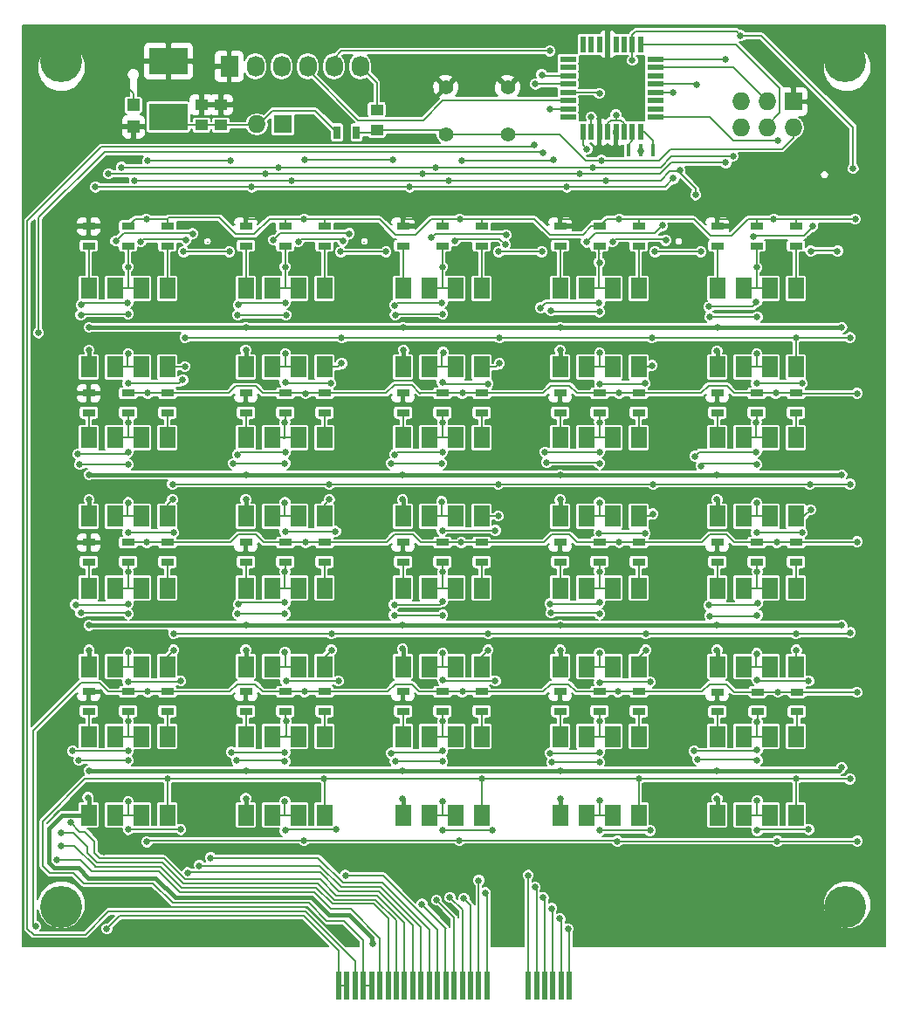
<source format=gtl>
G04 #@! TF.FileFunction,Copper,L1,Top,Signal*
%FSLAX46Y46*%
G04 Gerber Fmt 4.6, Leading zero omitted, Abs format (unit mm)*
G04 Created by KiCad (PCBNEW 4.0.1-stable) date 2016-11-30 11:41:33 PM*
%MOMM*%
G01*
G04 APERTURE LIST*
%ADD10C,0.150000*%
%ADD11C,4.064000*%
%ADD12R,3.749040X2.550160*%
%ADD13R,1.524000X2.032000*%
%ADD14R,1.727200X2.032000*%
%ADD15O,1.727200X2.032000*%
%ADD16R,1.727200X1.727200*%
%ADD17O,1.727200X1.727200*%
%ADD18C,1.397000*%
%ADD19R,1.250000X1.000000*%
%ADD20R,1.198880X1.198880*%
%ADD21R,0.550000X1.600000*%
%ADD22R,1.600000X0.550000*%
%ADD23R,1.300000X0.700000*%
%ADD24R,0.700000X1.300000*%
%ADD25R,0.400000X1.300000*%
%ADD26R,0.500000X2.800000*%
%ADD27C,0.635000*%
%ADD28C,0.203200*%
%ADD29C,0.398780*%
%ADD30C,0.200660*%
G04 APERTURE END LIST*
D10*
D11*
X29500000Y-126600000D03*
X105500000Y-126600000D03*
X105500000Y-44600000D03*
X29500000Y-44600000D03*
D12*
X39900000Y-50000020D03*
X39900000Y-44599980D03*
D13*
X100748750Y-110071250D03*
X98208750Y-110071250D03*
X95668750Y-110071250D03*
X93128750Y-110071250D03*
X93128750Y-117691250D03*
X95668750Y-117691250D03*
X98208750Y-117691250D03*
X100748750Y-117691250D03*
X100748750Y-95691250D03*
X98208750Y-95691250D03*
X95668750Y-95691250D03*
X93128750Y-95691250D03*
X93128750Y-103311250D03*
X95668750Y-103311250D03*
X98208750Y-103311250D03*
X100748750Y-103311250D03*
X100748750Y-81111250D03*
X98208750Y-81111250D03*
X95668750Y-81111250D03*
X93128750Y-81111250D03*
X93128750Y-88731250D03*
X95668750Y-88731250D03*
X98208750Y-88731250D03*
X100748750Y-88731250D03*
X100748750Y-66631250D03*
X98208750Y-66631250D03*
X95668750Y-66631250D03*
X93128750Y-66631250D03*
X93128750Y-74251250D03*
X95668750Y-74251250D03*
X98208750Y-74251250D03*
X100748750Y-74251250D03*
X85508750Y-110071250D03*
X82968750Y-110071250D03*
X80428750Y-110071250D03*
X77888750Y-110071250D03*
X77888750Y-117691250D03*
X80428750Y-117691250D03*
X82968750Y-117691250D03*
X85508750Y-117691250D03*
X85508750Y-95691250D03*
X82968750Y-95691250D03*
X80428750Y-95691250D03*
X77888750Y-95691250D03*
X77888750Y-103311250D03*
X80428750Y-103311250D03*
X82968750Y-103311250D03*
X85508750Y-103311250D03*
X85508750Y-81111250D03*
X82968750Y-81111250D03*
X80428750Y-81111250D03*
X77888750Y-81111250D03*
X77888750Y-88731250D03*
X80428750Y-88731250D03*
X82968750Y-88731250D03*
X85508750Y-88731250D03*
X85508750Y-66631250D03*
X82968750Y-66631250D03*
X80428750Y-66631250D03*
X77888750Y-66631250D03*
X77888750Y-74251250D03*
X80428750Y-74251250D03*
X82968750Y-74251250D03*
X85508750Y-74251250D03*
X70268750Y-110071250D03*
X67728750Y-110071250D03*
X65188750Y-110071250D03*
X62648750Y-110071250D03*
X62648750Y-117691250D03*
X65188750Y-117691250D03*
X67728750Y-117691250D03*
X70268750Y-117691250D03*
X70268750Y-95691250D03*
X67728750Y-95691250D03*
X65188750Y-95691250D03*
X62648750Y-95691250D03*
X62648750Y-103311250D03*
X65188750Y-103311250D03*
X67728750Y-103311250D03*
X70268750Y-103311250D03*
X70268750Y-81111250D03*
X67728750Y-81111250D03*
X65188750Y-81111250D03*
X62648750Y-81111250D03*
X62648750Y-88731250D03*
X65188750Y-88731250D03*
X67728750Y-88731250D03*
X70268750Y-88731250D03*
X70268750Y-66631250D03*
X67728750Y-66631250D03*
X65188750Y-66631250D03*
X62648750Y-66631250D03*
X62648750Y-74251250D03*
X65188750Y-74251250D03*
X67728750Y-74251250D03*
X70268750Y-74251250D03*
X55028750Y-110071250D03*
X52488750Y-110071250D03*
X49948750Y-110071250D03*
X47408750Y-110071250D03*
X47408750Y-117691250D03*
X49948750Y-117691250D03*
X52488750Y-117691250D03*
X55028750Y-117691250D03*
X55028750Y-95691250D03*
X52488750Y-95691250D03*
X49948750Y-95691250D03*
X47408750Y-95691250D03*
X47408750Y-103311250D03*
X49948750Y-103311250D03*
X52488750Y-103311250D03*
X55028750Y-103311250D03*
X55028750Y-81111250D03*
X52488750Y-81111250D03*
X49948750Y-81111250D03*
X47408750Y-81111250D03*
X47408750Y-88731250D03*
X49948750Y-88731250D03*
X52488750Y-88731250D03*
X55028750Y-88731250D03*
X55028750Y-66631250D03*
X52488750Y-66631250D03*
X49948750Y-66631250D03*
X47408750Y-66631250D03*
X47408750Y-74251250D03*
X49948750Y-74251250D03*
X52488750Y-74251250D03*
X55028750Y-74251250D03*
X39788750Y-110071250D03*
X37248750Y-110071250D03*
X34708750Y-110071250D03*
X32168750Y-110071250D03*
X32168750Y-117691250D03*
X34708750Y-117691250D03*
X37248750Y-117691250D03*
X39788750Y-117691250D03*
X39788750Y-95691250D03*
X37248750Y-95691250D03*
X34708750Y-95691250D03*
X32168750Y-95691250D03*
X32168750Y-103311250D03*
X34708750Y-103311250D03*
X37248750Y-103311250D03*
X39788750Y-103311250D03*
X39788750Y-81111250D03*
X37248750Y-81111250D03*
X34708750Y-81111250D03*
X32168750Y-81111250D03*
X32168750Y-88731250D03*
X34708750Y-88731250D03*
X37248750Y-88731250D03*
X39788750Y-88731250D03*
X39788750Y-66631250D03*
X37248750Y-66631250D03*
X34708750Y-66631250D03*
X32168750Y-66631250D03*
X32168750Y-74251250D03*
X34708750Y-74251250D03*
X37248750Y-74251250D03*
X39788750Y-74251250D03*
D14*
X45800000Y-45100000D03*
D15*
X48340000Y-45100000D03*
X50880000Y-45100000D03*
X53420000Y-45100000D03*
X55960000Y-45100000D03*
X58500000Y-45100000D03*
D16*
X100500000Y-48500000D03*
D17*
X100500000Y-51040000D03*
X97960000Y-48500000D03*
X97960000Y-51040000D03*
X95420000Y-48500000D03*
X95420000Y-51040000D03*
D18*
X66800260Y-51650440D03*
X66800260Y-47149560D03*
X72799740Y-51650440D03*
X72799740Y-47149560D03*
D19*
X60100000Y-49300000D03*
X60100000Y-51300000D03*
X43100000Y-50800000D03*
X43100000Y-48800000D03*
X45000000Y-50800000D03*
X45000000Y-48800000D03*
D20*
X36500000Y-50949020D03*
X36500000Y-48850980D03*
D21*
X80100000Y-51450000D03*
X80900000Y-51450000D03*
X81700000Y-51450000D03*
X82500000Y-51450000D03*
X83300000Y-51450000D03*
X84100000Y-51450000D03*
X84900000Y-51450000D03*
X85700000Y-51450000D03*
D22*
X87150000Y-50000000D03*
X87150000Y-49200000D03*
X87150000Y-48400000D03*
X87150000Y-47600000D03*
X87150000Y-46800000D03*
X87150000Y-46000000D03*
X87150000Y-45200000D03*
X87150000Y-44400000D03*
D21*
X85700000Y-42950000D03*
X84900000Y-42950000D03*
X84100000Y-42950000D03*
X83300000Y-42950000D03*
X82500000Y-42950000D03*
X81700000Y-42950000D03*
X80900000Y-42950000D03*
X80100000Y-42950000D03*
D22*
X78650000Y-44400000D03*
X78650000Y-45200000D03*
X78650000Y-46000000D03*
X78650000Y-46800000D03*
X78650000Y-47600000D03*
X78650000Y-48400000D03*
X78650000Y-49200000D03*
X78650000Y-50000000D03*
D23*
X100748750Y-62501250D03*
X100748750Y-60601250D03*
X100748750Y-78681250D03*
X100748750Y-76781250D03*
X100748750Y-93161250D03*
X100748750Y-91261250D03*
X100848750Y-107668250D03*
X100848750Y-105768250D03*
X96938750Y-60601250D03*
X96938750Y-62501250D03*
X93128750Y-60601250D03*
X93128750Y-62501250D03*
X93128750Y-76781250D03*
X93128750Y-78681250D03*
X93128750Y-91261250D03*
X93128750Y-93161250D03*
X93128750Y-105768250D03*
X93128750Y-107668250D03*
X97038750Y-105768250D03*
X97038750Y-107668250D03*
X85508750Y-62501250D03*
X85508750Y-60601250D03*
X85508750Y-78681250D03*
X85508750Y-76781250D03*
X85508750Y-93161250D03*
X85508750Y-91261250D03*
X85508750Y-107641250D03*
X85508750Y-105741250D03*
X81698750Y-60601250D03*
X81698750Y-62501250D03*
X77888750Y-60601250D03*
X77888750Y-62501250D03*
X77888750Y-76781250D03*
X77888750Y-78681250D03*
X77888750Y-91261250D03*
X77888750Y-93161250D03*
X77888750Y-105741250D03*
X77888750Y-107641250D03*
X81698750Y-105741250D03*
X81698750Y-107641250D03*
X70268750Y-62501250D03*
X70268750Y-60601250D03*
X70268750Y-78681250D03*
X70268750Y-76781250D03*
X70268750Y-93161250D03*
X70268750Y-91261250D03*
X70268750Y-107641250D03*
X70268750Y-105741250D03*
X66458750Y-60601250D03*
X66458750Y-62501250D03*
X62648750Y-60601250D03*
X62648750Y-62501250D03*
X62648750Y-76781250D03*
X62648750Y-78681250D03*
X62648750Y-91261250D03*
X62648750Y-93161250D03*
X62648750Y-105741250D03*
X62648750Y-107641250D03*
X66458750Y-105741250D03*
X66458750Y-107641250D03*
X55028750Y-62501250D03*
X55028750Y-60601250D03*
X55028750Y-78681250D03*
X55028750Y-76781250D03*
X55028750Y-93161250D03*
X55028750Y-91261250D03*
X55028750Y-107641250D03*
X55028750Y-105741250D03*
D24*
X58150000Y-51500000D03*
X56250000Y-51500000D03*
D23*
X51218750Y-60601250D03*
X51218750Y-62501250D03*
X47408750Y-60601250D03*
X47408750Y-62501250D03*
X47408750Y-76781250D03*
X47408750Y-78681250D03*
X47408750Y-91261250D03*
X47408750Y-93161250D03*
X47408750Y-105741250D03*
X47408750Y-107641250D03*
X51218750Y-105741250D03*
X51218750Y-107641250D03*
X39788750Y-62501250D03*
X39788750Y-60601250D03*
X39788750Y-78681250D03*
X39788750Y-76781250D03*
X39788750Y-93161250D03*
X39788750Y-91261250D03*
X39788750Y-107641250D03*
X39788750Y-105741250D03*
X35978750Y-60601250D03*
X35978750Y-62501250D03*
X32168750Y-60601250D03*
X32168750Y-62501250D03*
X32168750Y-76781250D03*
X32168750Y-78681250D03*
X32168750Y-91261250D03*
X32168750Y-93161250D03*
X32168750Y-105741250D03*
X32168750Y-107641250D03*
X35978750Y-105741250D03*
X35978750Y-107641250D03*
X96938750Y-76781250D03*
X96938750Y-78681250D03*
X96938750Y-91261250D03*
X96938750Y-93161250D03*
X81698750Y-76781250D03*
X81698750Y-78681250D03*
X81700000Y-91250000D03*
X81700000Y-93150000D03*
X66458750Y-76781250D03*
X66458750Y-78681250D03*
X66458750Y-91261250D03*
X66458750Y-93161250D03*
X51218750Y-76781250D03*
X51218750Y-78681250D03*
X51218750Y-91261250D03*
X51218750Y-93161250D03*
X35978750Y-76781250D03*
X35978750Y-78681250D03*
X35978750Y-91261250D03*
X35978750Y-93161250D03*
D16*
X51000000Y-50700000D03*
D17*
X48460000Y-50700000D03*
D25*
X84500000Y-53200000D03*
X86900000Y-53200000D03*
X85700000Y-53200000D03*
D26*
X58000000Y-134200000D03*
X57200000Y-134200000D03*
X58800000Y-134200000D03*
X59600000Y-134200000D03*
X62800000Y-134200000D03*
X62000000Y-134200000D03*
X60400000Y-134200000D03*
X61200000Y-134200000D03*
X56400000Y-134200000D03*
X69200000Y-134200000D03*
X68400000Y-134200000D03*
X66800000Y-134200000D03*
X67600000Y-134200000D03*
X77200000Y-134200000D03*
X76400000Y-134200000D03*
X78000000Y-134200000D03*
X78800000Y-134200000D03*
X75600000Y-134200000D03*
X74800000Y-134200000D03*
X70000000Y-134200000D03*
X70800000Y-134200000D03*
X66000000Y-134200000D03*
X65200000Y-134200000D03*
X63600000Y-134200000D03*
X64400000Y-134200000D03*
D27*
X76200000Y-53500000D03*
X27300000Y-70925000D03*
X76100000Y-45900000D03*
X75500000Y-46800000D03*
X75400000Y-52700000D03*
X93900000Y-44400000D03*
X80500000Y-53100000D03*
X94652750Y-53804250D03*
X81063750Y-54883750D03*
X35337400Y-54877400D03*
X50577400Y-54877400D03*
X65823750Y-54883750D03*
X93954250Y-54439250D03*
X79793750Y-55518750D03*
X34067400Y-55512400D03*
X49307400Y-55512400D03*
X64547400Y-55512400D03*
X80900000Y-50000000D03*
X99000000Y-52300000D03*
X89500000Y-55200000D03*
X88800000Y-47600000D03*
X82314700Y-56160100D03*
X67087400Y-56147400D03*
X51847400Y-56147400D03*
X36607400Y-56147400D03*
X91033250Y-57550750D03*
X91100000Y-46900000D03*
X32803750Y-56788750D03*
X47980250Y-56788750D03*
X63283750Y-56788750D03*
X78523750Y-56788750D03*
X88874250Y-55963250D03*
X85700000Y-53300000D03*
X83300000Y-53300000D03*
X56625000Y-128650000D03*
X107420000Y-121140000D03*
X94500000Y-121150000D03*
X79390000Y-121150000D03*
X64330000Y-121150000D03*
X33620000Y-121260000D03*
X48980000Y-121170000D03*
X95000000Y-107700000D03*
X79800000Y-107700000D03*
X64500000Y-107600000D03*
X49300000Y-107700000D03*
X34000000Y-107600000D03*
X107400000Y-106500000D03*
X107400000Y-92400000D03*
X107400000Y-77900000D03*
X106813000Y-58757250D03*
X94900000Y-93100000D03*
X79700000Y-93200000D03*
X64600000Y-93200000D03*
X49300000Y-93200000D03*
X34000000Y-93200000D03*
X95000000Y-78700000D03*
X79800000Y-78700000D03*
X64550000Y-78700000D03*
X49400000Y-78700000D03*
X34100000Y-78650000D03*
X33883250Y-59900250D03*
X46678500Y-64631000D03*
X48996250Y-59646250D03*
X64236250Y-59963750D03*
X79666750Y-59900250D03*
X95033750Y-59900250D03*
X59675000Y-130175000D03*
X47408750Y-113400000D03*
X62600000Y-113400000D03*
X77888750Y-113400000D03*
X93100000Y-113400000D03*
X105200000Y-99300000D03*
X105200000Y-113100000D03*
X32200000Y-113400000D03*
X93100000Y-99300000D03*
X77888750Y-99300000D03*
X62600000Y-99300000D03*
X47408750Y-99300000D03*
X32200000Y-99300000D03*
X47400000Y-70400000D03*
X62648750Y-70400000D03*
X77900000Y-70400000D03*
X93128750Y-70400000D03*
X93100000Y-84700000D03*
X77888750Y-84700000D03*
X62600000Y-84700000D03*
X47408750Y-84700000D03*
X105200000Y-84700000D03*
X32200000Y-84700000D03*
X32100000Y-116000000D03*
X32200000Y-101700000D03*
X32200000Y-87100000D03*
X47400000Y-116100000D03*
X47400000Y-101700000D03*
X47400000Y-87100000D03*
X32200000Y-72600000D03*
X47400000Y-72600000D03*
X62700000Y-72600000D03*
X62600000Y-116100000D03*
X62600000Y-101600000D03*
X62600000Y-87100000D03*
X77900000Y-116100000D03*
X77900000Y-101700000D03*
X77900000Y-87100000D03*
X77900000Y-72600000D03*
X93100000Y-72700000D03*
X93100000Y-116100000D03*
X93100000Y-101700000D03*
X93100000Y-87100000D03*
X105200000Y-70400000D03*
X32200000Y-70400000D03*
X86800000Y-71400000D03*
X86200000Y-100100000D03*
X70900000Y-100100000D03*
X86800000Y-74100000D03*
X72000000Y-73900000D03*
X72000000Y-71400000D03*
X56700000Y-73900000D03*
X56700000Y-71400000D03*
X41500000Y-74200000D03*
X41500000Y-71400000D03*
X86200000Y-101700000D03*
X70900000Y-101700000D03*
X40400000Y-100100000D03*
X55700000Y-101700000D03*
X55700000Y-100100000D03*
X40400000Y-101700000D03*
X40300000Y-87100000D03*
X40300000Y-85600000D03*
X55500000Y-87100000D03*
X55500000Y-85600000D03*
X71900000Y-88700000D03*
X71900000Y-85600000D03*
X86900000Y-88500000D03*
X86900000Y-85600000D03*
X102100000Y-85600000D03*
X102200000Y-88100000D03*
X100800000Y-101700000D03*
X106000000Y-114200000D03*
X106000000Y-85600000D03*
X100748750Y-100100000D03*
X106000000Y-100000000D03*
X100748750Y-114200000D03*
X85508750Y-114200000D03*
X70268750Y-114200000D03*
X55000000Y-114200000D03*
X39800000Y-114200000D03*
X106000000Y-71400000D03*
X100748750Y-71400000D03*
X91200000Y-112300000D03*
X97000000Y-112400000D03*
X97000000Y-116300000D03*
X97000000Y-111400000D03*
X90900000Y-111500000D03*
X78650000Y-128750000D03*
X77000000Y-98100000D03*
X81700000Y-98200000D03*
X81700000Y-102000000D03*
X76900000Y-97200000D03*
X81700000Y-97100000D03*
X74800000Y-123550000D03*
X76600000Y-83500000D03*
X81700000Y-83600000D03*
X81700000Y-87400000D03*
X70650000Y-125250000D03*
X76400000Y-82500000D03*
X81700000Y-82500000D03*
X81724150Y-72879650D03*
X81700000Y-68900000D03*
X77000000Y-68800000D03*
X81673350Y-68053650D03*
X76000000Y-68500000D03*
X70000000Y-124050000D03*
X66500000Y-116400000D03*
X66500000Y-112500000D03*
X61900000Y-112500000D03*
X61500000Y-111700000D03*
X66500000Y-111500000D03*
X68550000Y-125800000D03*
X66500000Y-102000000D03*
X66500000Y-98300000D03*
X61800000Y-98300000D03*
X61800000Y-97300000D03*
X66500000Y-97000000D03*
X67200000Y-125700000D03*
X96964150Y-102041250D03*
X92400000Y-98400000D03*
X97000000Y-98300000D03*
X66400000Y-87300000D03*
X66400000Y-83600000D03*
X61500000Y-83600000D03*
X66484150Y-82482850D03*
X61861350Y-82736850D03*
X65900000Y-125950000D03*
X66534950Y-72828850D03*
X66500000Y-69100000D03*
X61900000Y-69200000D03*
X64500000Y-126350000D03*
X61861350Y-68256850D03*
X66433350Y-68002850D03*
X51200000Y-116400000D03*
X51200000Y-112500000D03*
X46500000Y-112400000D03*
X57050000Y-123550000D03*
X51200000Y-111600000D03*
X46000000Y-111600000D03*
X51200000Y-101900000D03*
X51200000Y-98200000D03*
X46600000Y-98200000D03*
X44000000Y-121850000D03*
X46672150Y-97266050D03*
X51193350Y-97113650D03*
X51200000Y-87400000D03*
X51200000Y-83600000D03*
X46200000Y-83600000D03*
X51244150Y-82533650D03*
X46621350Y-82736850D03*
X42900000Y-122600000D03*
X77850000Y-127750000D03*
X92341350Y-97367650D03*
X97014950Y-97164450D03*
X51244150Y-72930450D03*
X51300000Y-69200000D03*
X46600000Y-69200000D03*
X46672150Y-68206050D03*
X51244150Y-68002850D03*
X41750000Y-123300000D03*
X31200000Y-112400000D03*
X36000000Y-112400000D03*
X36000000Y-116400000D03*
X30425000Y-118450000D03*
X30600000Y-111500000D03*
X36000000Y-111500000D03*
X36000000Y-101900000D03*
X36000000Y-98200000D03*
X31400000Y-98100000D03*
X29525000Y-119400000D03*
X30900000Y-97300000D03*
X36000000Y-97200000D03*
X36000000Y-87400000D03*
X36000000Y-83700000D03*
X31300000Y-83700000D03*
X29460000Y-120670000D03*
X31100000Y-82700000D03*
X36000000Y-82500000D03*
X31400000Y-69200000D03*
X36000000Y-69100000D03*
X36004150Y-72930450D03*
X31432150Y-68206050D03*
X35953350Y-68002850D03*
X29050000Y-122050000D03*
X96950000Y-87450000D03*
X96950000Y-83700000D03*
X91550000Y-83850000D03*
X77050000Y-126750000D03*
X91000000Y-82900000D03*
X96900000Y-82500000D03*
X96964150Y-72981250D03*
X92400000Y-69400000D03*
X97000000Y-69400000D03*
X92341350Y-68409250D03*
X96913350Y-67952050D03*
X76250000Y-125700000D03*
X81700000Y-116300000D03*
X81700000Y-112600000D03*
X77100000Y-112600000D03*
X75450000Y-124700000D03*
X76900000Y-111700000D03*
X81700000Y-111600000D03*
X97000000Y-108700000D03*
X104800000Y-63000000D03*
X102000000Y-119100000D03*
X97000000Y-119200000D03*
X102200000Y-63000000D03*
X81700000Y-94100000D03*
X86600000Y-104800000D03*
X81698750Y-104835250D03*
X82980000Y-62110000D03*
X88130000Y-61960000D03*
X81700000Y-79600000D03*
X87794750Y-60535250D03*
X80440000Y-62120000D03*
X86143750Y-90382250D03*
X81673350Y-90356850D03*
X81700000Y-64100000D03*
X81724150Y-75876850D03*
X86143750Y-75838750D03*
X66500000Y-108600000D03*
X71919750Y-63075250D03*
X76110750Y-63075250D03*
X66458750Y-119200000D03*
X71300000Y-119200000D03*
X66500000Y-94100000D03*
X71600000Y-104700000D03*
X66500000Y-104600000D03*
X97000000Y-94100000D03*
X67680000Y-62020000D03*
X72580000Y-62380000D03*
X66500000Y-79600000D03*
X66458750Y-90100000D03*
X71600000Y-90100000D03*
X65430000Y-61680000D03*
X72630000Y-61450000D03*
X66458750Y-64535750D03*
X66458750Y-75724450D03*
X70903750Y-75876850D03*
X51300000Y-108600000D03*
X51218750Y-119200000D03*
X56200000Y-119100000D03*
X60997750Y-63075250D03*
X56616250Y-63075250D03*
X51200000Y-94100000D03*
X56400000Y-104700000D03*
X51300000Y-104700000D03*
X51200000Y-79600000D03*
X52480000Y-62080000D03*
X56800000Y-62010000D03*
X50070000Y-61930000D03*
X57440000Y-61310000D03*
X51218750Y-90191750D03*
X56101900Y-90198100D03*
X97000000Y-104600000D03*
X102000000Y-104700000D03*
X51218750Y-64535750D03*
X51218750Y-75711750D03*
X55663750Y-75838750D03*
X36000000Y-108600000D03*
X36000000Y-119100000D03*
X41100000Y-119100000D03*
X45821250Y-63075250D03*
X41376250Y-63075250D03*
X36000000Y-94100000D03*
X41100000Y-104700000D03*
X35978750Y-104771750D03*
X36000000Y-79600000D03*
X37220000Y-62090000D03*
X41610000Y-61950000D03*
X35978750Y-90306050D03*
X40423750Y-90318750D03*
X42240000Y-61320000D03*
X34800000Y-62030000D03*
X35978750Y-64535750D03*
X41300000Y-75500000D03*
X35978750Y-75838750D03*
X96900000Y-79600000D03*
X96938750Y-90306050D03*
X101383750Y-90318750D03*
X96650000Y-61570000D03*
X102399750Y-60598750D03*
X96938750Y-64599250D03*
X101383750Y-75838750D03*
X96938750Y-75826050D03*
X81700000Y-108600000D03*
X91541250Y-63075250D03*
X87096250Y-63075250D03*
X86600000Y-119200000D03*
X81698750Y-119200000D03*
X81700000Y-47700000D03*
X81900000Y-54200000D03*
X76900000Y-49200000D03*
X76900000Y-43600000D03*
X35200000Y-46400000D03*
X68363750Y-54248750D03*
X77253750Y-54185250D03*
X53123750Y-54185250D03*
X61696250Y-54185250D03*
X45884750Y-54248750D03*
X37883750Y-54248750D03*
X33925000Y-128725000D03*
X27000000Y-128500000D03*
X37900000Y-105741250D03*
X98800000Y-76781250D03*
X106710000Y-120230000D03*
X98950000Y-120230000D03*
X83430000Y-120230000D03*
X68110000Y-120160000D03*
X53040000Y-120150000D03*
X37800000Y-120300000D03*
X83300000Y-49800000D03*
X106300000Y-55000000D03*
X106500000Y-59900000D03*
X95400000Y-42100000D03*
X84900000Y-44500000D03*
X39900000Y-50000020D03*
X37900000Y-76781250D03*
X68300000Y-91261250D03*
X106700000Y-91200000D03*
X106700000Y-105800000D03*
X106700000Y-76800000D03*
X53100000Y-105741250D03*
X68400000Y-105741250D03*
X53200000Y-91261250D03*
X37800000Y-91261250D03*
X83600000Y-91250000D03*
X83500000Y-105741250D03*
X99000000Y-105768250D03*
X98900000Y-91261250D03*
X83600000Y-76781250D03*
X68400000Y-76781250D03*
X53200000Y-76800000D03*
X37756750Y-59900250D03*
X53060250Y-59900250D03*
X68173250Y-59900250D03*
X83603750Y-59900250D03*
X98589750Y-59900250D03*
D28*
X58908600Y-62066400D02*
X58900000Y-62075000D01*
X43706700Y-62068300D02*
X43700000Y-62075000D01*
X33700000Y-53400000D02*
X27325000Y-59775000D01*
X76100000Y-53400000D02*
X33700000Y-53400000D01*
X76200000Y-53500000D02*
X76100000Y-53400000D01*
X27325000Y-70900000D02*
X27300000Y-70925000D01*
X27325000Y-59775000D02*
X27325000Y-70900000D01*
X78650000Y-46000000D02*
X76200000Y-46000000D01*
X76200000Y-46000000D02*
X76100000Y-45900000D01*
X58000000Y-134200000D02*
X58000000Y-131899740D01*
X75400000Y-52700000D02*
X75200000Y-52900000D01*
X75200000Y-52900000D02*
X33400000Y-52900000D01*
X33400000Y-52900000D02*
X26225000Y-60075000D01*
X26225000Y-60075000D02*
X26225000Y-128700000D01*
X75500000Y-46800000D02*
X78650000Y-46800000D01*
X58000000Y-131899740D02*
X53156662Y-127056402D01*
X53156662Y-127056402D02*
X34068598Y-127056402D01*
X34068598Y-127056402D02*
X31825000Y-129300000D01*
X31825000Y-129300000D02*
X26825000Y-129300000D01*
X26825000Y-129300000D02*
X26225000Y-128700000D01*
X87150000Y-45200000D02*
X94660000Y-45200000D01*
X94660000Y-45200000D02*
X97960000Y-48500000D01*
X87150000Y-44400000D02*
X93900000Y-44400000D01*
X97960000Y-51040000D02*
X97960000Y-50840000D01*
X97960000Y-50840000D02*
X99200000Y-49600000D01*
X99200000Y-49600000D02*
X99200000Y-47200000D01*
X99200000Y-47200000D02*
X94950000Y-42950000D01*
X94950000Y-42950000D02*
X85700000Y-42950000D01*
X80100000Y-52700000D02*
X80100000Y-51450000D01*
X80500000Y-53100000D02*
X80100000Y-52700000D01*
X88695750Y-53804250D02*
X94652750Y-53804250D01*
X87616250Y-54883750D02*
X88695750Y-53804250D01*
X81063750Y-54883750D02*
X65823750Y-54883750D01*
X81063750Y-54883750D02*
X87616250Y-54883750D01*
X50577400Y-54877400D02*
X35337400Y-54877400D01*
X65817400Y-54877400D02*
X50577400Y-54877400D01*
X65823750Y-54883750D02*
X65817400Y-54877400D01*
X88660750Y-54439250D02*
X93954250Y-54439250D01*
X87574900Y-55525100D02*
X88660750Y-54439250D01*
X93890750Y-54502750D02*
X93954250Y-54439250D01*
X79800100Y-55525100D02*
X87574900Y-55525100D01*
X79793750Y-55518750D02*
X64553750Y-55518750D01*
X79793750Y-55518750D02*
X79800100Y-55525100D01*
X49307400Y-55512400D02*
X34067400Y-55512400D01*
X64547400Y-55512400D02*
X49307400Y-55512400D01*
X64553750Y-55518750D02*
X64547400Y-55512400D01*
X80900000Y-50000000D02*
X80900000Y-51450000D01*
X87150000Y-50000000D02*
X92400000Y-50000000D01*
X94700000Y-52300000D02*
X99000000Y-52300000D01*
X92400000Y-50000000D02*
X94700000Y-52300000D01*
X87150000Y-47600000D02*
X88800000Y-47600000D01*
X89396050Y-55303950D02*
X89375900Y-55283800D01*
X89500000Y-55200000D02*
X89396050Y-55303950D01*
X82314700Y-56160100D02*
X87639900Y-56160100D01*
X91033250Y-56941150D02*
X91033250Y-57550750D01*
X89375900Y-55283800D02*
X91033250Y-56941150D01*
X88516200Y-55283800D02*
X89375900Y-55283800D01*
X87639900Y-56160100D02*
X88516200Y-55283800D01*
X82314700Y-56160100D02*
X67100100Y-56160100D01*
X67100100Y-56160100D02*
X67087400Y-56147400D01*
X51847400Y-56147400D02*
X67087400Y-56147400D01*
X36607400Y-56147400D02*
X51847400Y-56147400D01*
X91033250Y-57550750D02*
X90969750Y-57487250D01*
X87150000Y-46800000D02*
X91000000Y-46800000D01*
X91000000Y-46800000D02*
X91100000Y-46900000D01*
X47980250Y-56788750D02*
X44614750Y-56788750D01*
X44614750Y-56788750D02*
X32803750Y-56788750D01*
X63283750Y-56788750D02*
X47980250Y-56788750D01*
X78523750Y-56788750D02*
X63283750Y-56788750D01*
X88048750Y-56788750D02*
X78523750Y-56788750D01*
X88874250Y-55963250D02*
X88048750Y-56788750D01*
X83300000Y-51450000D02*
X83300000Y-53300000D01*
X85700000Y-53300000D02*
X85700000Y-53200000D01*
X38625260Y-125125000D02*
X40150260Y-126650000D01*
X40150260Y-126650000D02*
X53325000Y-126650000D01*
X53325000Y-126650000D02*
X55325000Y-128650000D01*
X55325000Y-128650000D02*
X56625000Y-128650000D01*
X28250000Y-123850000D02*
X30575000Y-123850000D01*
X27235000Y-110965000D02*
X27235000Y-122835000D01*
X31331250Y-106868750D02*
X32168750Y-106868750D01*
X31331250Y-106868750D02*
X27235000Y-110965000D01*
X28250000Y-123850000D02*
X27235000Y-122835000D01*
X30575000Y-123850000D02*
X31850000Y-125125000D01*
X31850000Y-125125000D02*
X38625260Y-125125000D01*
X94500000Y-121150000D02*
X107410000Y-121150000D01*
X107410000Y-121150000D02*
X107420000Y-121140000D01*
X79390000Y-121150000D02*
X94500000Y-121150000D01*
X64330000Y-121150000D02*
X79390000Y-121150000D01*
X48980000Y-121170000D02*
X64310000Y-121170000D01*
X64310000Y-121170000D02*
X64330000Y-121150000D01*
X33620000Y-121260000D02*
X33740000Y-121140000D01*
X33740000Y-121140000D02*
X48950000Y-121140000D01*
X48950000Y-121140000D02*
X48980000Y-121170000D01*
X62700000Y-59900250D02*
X62700000Y-60550000D01*
X62700000Y-60550000D02*
X62648750Y-60601250D01*
X43100000Y-48800000D02*
X45000000Y-48800000D01*
X95000000Y-107700000D02*
X95000000Y-106900000D01*
X95000000Y-106900000D02*
X95000000Y-107000000D01*
X95000000Y-107000000D02*
X95000000Y-106900000D01*
X79800000Y-107700000D02*
X79800000Y-106900000D01*
X79800000Y-106900000D02*
X79800000Y-107000000D01*
X79800000Y-107000000D02*
X79800000Y-106900000D01*
X64500000Y-107600000D02*
X64500000Y-106900000D01*
X49300000Y-107700000D02*
X49300000Y-106900000D01*
X34000000Y-107600000D02*
X34000000Y-106900000D01*
X32168750Y-105741250D02*
X32168750Y-106868750D01*
X32200000Y-106900000D02*
X32168750Y-106868750D01*
X34000000Y-106900000D02*
X32200000Y-106900000D01*
X107000000Y-106900000D02*
X95000000Y-106900000D01*
X95000000Y-106900000D02*
X79800000Y-106900000D01*
X79800000Y-106900000D02*
X64500000Y-106900000D01*
X64500000Y-106900000D02*
X49300000Y-106900000D01*
X49300000Y-106900000D02*
X34000000Y-106900000D01*
X107000000Y-106900000D02*
X107400000Y-106500000D01*
X94900000Y-92400000D02*
X106800000Y-92400000D01*
X106800000Y-92400000D02*
X107400000Y-92400000D01*
X95000000Y-77900000D02*
X107400000Y-77900000D01*
X106800000Y-58757250D02*
X106813000Y-58757250D01*
X106800000Y-58757250D02*
X105500000Y-58757250D01*
X94900000Y-93100000D02*
X94900000Y-92400000D01*
X79700000Y-93200000D02*
X79700000Y-92400000D01*
X64600000Y-93200000D02*
X64600000Y-92400000D01*
X49300000Y-93200000D02*
X49300000Y-92400000D01*
X47408750Y-91261250D02*
X47408750Y-92400000D01*
X47408750Y-92400000D02*
X47400000Y-92400000D01*
X62648750Y-91261250D02*
X62648750Y-92400000D01*
X77888750Y-91261250D02*
X77888750Y-92400000D01*
X77888750Y-92400000D02*
X77900000Y-92400000D01*
X93128750Y-91261250D02*
X93128750Y-92400000D01*
X93128750Y-92400000D02*
X93100000Y-92400000D01*
X62648750Y-76781250D02*
X62648750Y-77900000D01*
X62700000Y-77800000D02*
X62700000Y-77900000D01*
X62700000Y-77848750D02*
X62700000Y-77800000D01*
X62648750Y-77900000D02*
X62700000Y-77848750D01*
X47408750Y-76781250D02*
X47408750Y-77900000D01*
X47408750Y-77900000D02*
X47400000Y-77900000D01*
X34000000Y-92400000D02*
X32200000Y-92400000D01*
X32168750Y-92368750D02*
X32168750Y-91261250D01*
X32200000Y-92400000D02*
X32168750Y-92368750D01*
X34100000Y-77900000D02*
X32200000Y-77900000D01*
X32168750Y-77868750D02*
X32168750Y-76781250D01*
X32200000Y-77900000D02*
X32168750Y-77868750D01*
X34000000Y-92400000D02*
X34000000Y-93200000D01*
X94900000Y-92400000D02*
X93100000Y-92400000D01*
X93100000Y-92400000D02*
X79700000Y-92400000D01*
X79700000Y-92400000D02*
X77900000Y-92400000D01*
X77900000Y-92400000D02*
X72400000Y-92400000D01*
X72400000Y-92400000D02*
X64600000Y-92400000D01*
X64600000Y-92400000D02*
X62700000Y-92400000D01*
X62700000Y-92400000D02*
X49300000Y-92400000D01*
X49300000Y-92400000D02*
X47400000Y-92400000D01*
X47400000Y-92400000D02*
X34000000Y-92400000D01*
X93128750Y-76781250D02*
X93128750Y-77900000D01*
X93150000Y-77850000D02*
X93150000Y-77900000D01*
X93150000Y-77878750D02*
X93150000Y-77850000D01*
X93128750Y-77900000D02*
X93150000Y-77878750D01*
X95000000Y-77900000D02*
X95000000Y-78700000D01*
X95000000Y-77900000D02*
X95000000Y-77950000D01*
X95000000Y-77950000D02*
X95000000Y-77900000D01*
X77888750Y-76781250D02*
X77888750Y-77900000D01*
X77850000Y-77850000D02*
X77850000Y-77900000D01*
X77850000Y-77861250D02*
X77850000Y-77850000D01*
X77888750Y-77900000D02*
X77850000Y-77861250D01*
X79800000Y-77900000D02*
X79800000Y-78700000D01*
X79800000Y-77900000D02*
X79800000Y-77950000D01*
X79800000Y-77950000D02*
X79800000Y-77900000D01*
X64550000Y-78700000D02*
X64550000Y-77900000D01*
X49400000Y-78700000D02*
X49400000Y-77900000D01*
X49400000Y-77900000D02*
X49400000Y-77950000D01*
X49400000Y-77950000D02*
X49400000Y-77900000D01*
X34100000Y-78650000D02*
X34100000Y-77900000D01*
X34100000Y-77900000D02*
X34150000Y-77900000D01*
X34150000Y-77900000D02*
X47400000Y-77900000D01*
X47400000Y-77900000D02*
X49400000Y-77900000D01*
X49400000Y-77900000D02*
X62700000Y-77900000D01*
X62700000Y-77900000D02*
X64550000Y-77900000D01*
X64550000Y-77900000D02*
X77850000Y-77900000D01*
X77850000Y-77900000D02*
X79800000Y-77900000D01*
X79800000Y-77900000D02*
X93150000Y-77900000D01*
X93150000Y-77900000D02*
X95000000Y-77900000D01*
X33883250Y-59900250D02*
X33883250Y-59846750D01*
X33883250Y-59846750D02*
X34972750Y-58757250D01*
X93128750Y-60601250D02*
X93128750Y-59900250D01*
X77888750Y-60601250D02*
X77888750Y-59900250D01*
X47408750Y-59900250D02*
X48742250Y-59900250D01*
X48742250Y-59900250D02*
X48996250Y-59646250D01*
X47408750Y-58757250D02*
X43725750Y-58757250D01*
X43725750Y-58757250D02*
X34972750Y-58757250D01*
X62648750Y-58757250D02*
X58902250Y-58757250D01*
X58902250Y-58757250D02*
X47408750Y-58757250D01*
X47408750Y-58757250D02*
X47408750Y-59900250D01*
X93128750Y-58757250D02*
X89572750Y-58757250D01*
X89572750Y-58757250D02*
X77888750Y-58757250D01*
X77888750Y-58757250D02*
X74205750Y-58757250D01*
X74205750Y-58757250D02*
X62623350Y-58757250D01*
X77888750Y-59900250D02*
X77888750Y-58757250D01*
X64236250Y-59963750D02*
X64172750Y-59900250D01*
X64172750Y-59900250D02*
X62700000Y-59900250D01*
X62700000Y-59900250D02*
X62648750Y-59900250D01*
X79666750Y-59900250D02*
X77888750Y-59900250D01*
X95033750Y-59900250D02*
X93128750Y-59900250D01*
X104812750Y-58757250D02*
X93128750Y-58757250D01*
X105500000Y-58757250D02*
X104812750Y-58757250D01*
X62648750Y-59900250D02*
X62648750Y-58757250D01*
X62648750Y-58757250D02*
X62623350Y-58757250D01*
X93128750Y-59900250D02*
X93128750Y-58757250D01*
X93128750Y-58757250D02*
X93128750Y-58731850D01*
X93128750Y-58731850D02*
X93103350Y-58757250D01*
D29*
X59650000Y-130150000D02*
X59675000Y-130175000D01*
X29613750Y-117691250D02*
X32168750Y-117691250D01*
X32125000Y-123800000D02*
X38650000Y-123800000D01*
X38650000Y-123800000D02*
X40550000Y-125700000D01*
X53750000Y-125700000D02*
X55450000Y-127400000D01*
X55450000Y-127400000D02*
X57436964Y-127400000D01*
X57436964Y-127400000D02*
X59650000Y-129613036D01*
X40550000Y-125700000D02*
X53750000Y-125700000D01*
X28265000Y-122300000D02*
X28265000Y-119040000D01*
X28275000Y-122300000D02*
X28825000Y-122850000D01*
X28825000Y-122850000D02*
X31175000Y-122850000D01*
X31175000Y-122850000D02*
X32125000Y-123800000D01*
X28265000Y-122300000D02*
X28275000Y-122300000D01*
X29613750Y-117691250D02*
X28265000Y-119040000D01*
X59650000Y-129613036D02*
X59650000Y-130150000D01*
X47408750Y-113400000D02*
X47400000Y-113400000D01*
X77888750Y-113400000D02*
X77900000Y-113400000D01*
X105200000Y-99300000D02*
X104800000Y-99300000D01*
X104800000Y-99300000D02*
X93100000Y-99300000D01*
X32200000Y-113400000D02*
X47400000Y-113400000D01*
X47400000Y-113400000D02*
X62600000Y-113400000D01*
X62600000Y-113400000D02*
X77900000Y-113400000D01*
X77900000Y-113400000D02*
X93100000Y-113400000D01*
X93100000Y-113400000D02*
X104900000Y-113400000D01*
X104900000Y-113400000D02*
X105200000Y-113100000D01*
X77888750Y-99300000D02*
X77900000Y-99300000D01*
X47408750Y-99300000D02*
X47400000Y-99300000D01*
X77900000Y-99300000D02*
X93100000Y-99300000D01*
X47400000Y-99300000D02*
X62600000Y-99300000D01*
X62600000Y-99300000D02*
X77900000Y-99300000D01*
X32200000Y-99300000D02*
X47400000Y-99300000D01*
X62648750Y-70400000D02*
X62700000Y-70400000D01*
X93128750Y-70400000D02*
X93100000Y-70400000D01*
X77888750Y-84700000D02*
X77900000Y-84700000D01*
X47408750Y-84700000D02*
X47400000Y-84700000D01*
X105200000Y-84700000D02*
X93100000Y-84700000D01*
X93100000Y-84700000D02*
X77900000Y-84700000D01*
X77900000Y-84700000D02*
X62600000Y-84700000D01*
X62600000Y-84700000D02*
X47400000Y-84700000D01*
X47400000Y-84700000D02*
X32200000Y-84700000D01*
X32100000Y-116000000D02*
X32168750Y-116068750D01*
X32168750Y-116068750D02*
X32168750Y-117691250D01*
X32168750Y-101731250D02*
X32168750Y-103311250D01*
X32200000Y-101700000D02*
X32168750Y-101731250D01*
X32168750Y-87131250D02*
X32168750Y-88731250D01*
X32200000Y-87100000D02*
X32168750Y-87131250D01*
X47408750Y-116108750D02*
X47408750Y-117691250D01*
X47400000Y-116100000D02*
X47408750Y-116108750D01*
X47408750Y-101708750D02*
X47408750Y-103311250D01*
X47400000Y-101700000D02*
X47408750Y-101708750D01*
X47408750Y-87108750D02*
X47408750Y-88731250D01*
X47400000Y-87100000D02*
X47408750Y-87108750D01*
X32168750Y-72631250D02*
X32168750Y-74251250D01*
X32200000Y-72600000D02*
X32168750Y-72631250D01*
X47408750Y-72608750D02*
X47408750Y-74251250D01*
X47400000Y-72600000D02*
X47408750Y-72608750D01*
X62648750Y-72651250D02*
X62648750Y-74251250D01*
X62700000Y-72600000D02*
X62648750Y-72651250D01*
X62648750Y-116148750D02*
X62648750Y-117691250D01*
X62600000Y-116100000D02*
X62648750Y-116148750D01*
X62648750Y-101648750D02*
X62648750Y-103311250D01*
X62600000Y-101600000D02*
X62648750Y-101648750D01*
X62648750Y-87148750D02*
X62648750Y-88731250D01*
X62600000Y-87100000D02*
X62648750Y-87148750D01*
X77888750Y-116111250D02*
X77888750Y-117691250D01*
X77900000Y-116100000D02*
X77888750Y-116111250D01*
X77888750Y-101711250D02*
X77888750Y-103311250D01*
X77900000Y-101700000D02*
X77888750Y-101711250D01*
X77888750Y-87111250D02*
X77888750Y-88731250D01*
X77900000Y-87100000D02*
X77888750Y-87111250D01*
X77888750Y-72611250D02*
X77888750Y-74251250D01*
X77900000Y-72600000D02*
X77888750Y-72611250D01*
X93128750Y-72728750D02*
X93128750Y-74251250D01*
X93100000Y-72700000D02*
X93128750Y-72728750D01*
X93128750Y-116128750D02*
X93128750Y-117691250D01*
X93100000Y-116100000D02*
X93128750Y-116128750D01*
X93128750Y-101728750D02*
X93128750Y-103311250D01*
X93100000Y-101700000D02*
X93128750Y-101728750D01*
X93128750Y-87128750D02*
X93128750Y-88731250D01*
X93100000Y-87100000D02*
X93128750Y-87128750D01*
X93100000Y-70400000D02*
X105200000Y-70400000D01*
X32200000Y-70400000D02*
X47400000Y-70400000D01*
X47400000Y-70400000D02*
X62700000Y-70400000D01*
X62700000Y-70400000D02*
X77900000Y-70400000D01*
X77900000Y-70400000D02*
X93100000Y-70400000D01*
X77837950Y-74302050D02*
X77888750Y-74251250D01*
D28*
X86800000Y-71400000D02*
X100748750Y-71400000D01*
X86800000Y-71400000D02*
X72000000Y-71400000D01*
X72000000Y-71400000D02*
X56700000Y-71400000D01*
X86200000Y-100100000D02*
X100748750Y-100100000D01*
X86200000Y-100100000D02*
X70900000Y-100100000D01*
X70900000Y-100100000D02*
X55700000Y-100100000D01*
X58800000Y-134200000D02*
X59600000Y-134200000D01*
X58775000Y-129825000D02*
X58775000Y-134175000D01*
X58775000Y-134175000D02*
X58800000Y-134200000D01*
X27710808Y-122600000D02*
X27710808Y-122660808D01*
X56925000Y-127975000D02*
X58775000Y-129825000D01*
X58775000Y-129825000D02*
X58800000Y-129850000D01*
X55250000Y-127975000D02*
X56925000Y-127975000D01*
X53500000Y-126225000D02*
X55250000Y-127975000D01*
X40300000Y-126225000D02*
X53500000Y-126225000D01*
X38400000Y-124325000D02*
X40300000Y-126225000D01*
X31650000Y-124325000D02*
X38400000Y-124325000D01*
X30679192Y-123354192D02*
X31650000Y-124325000D01*
X28404192Y-123354192D02*
X30679192Y-123354192D01*
X27710808Y-122660808D02*
X28404192Y-123354192D01*
X32400000Y-114200000D02*
X31800000Y-114200000D01*
X39800000Y-114200000D02*
X32400000Y-114200000D01*
X27710808Y-118289192D02*
X27710808Y-122600000D01*
X31800000Y-114200000D02*
X27710808Y-118289192D01*
X86648750Y-74251250D02*
X85508750Y-74251250D01*
X86800000Y-74100000D02*
X86648750Y-74251250D01*
X72000000Y-73900000D02*
X71648750Y-74251250D01*
X71648750Y-74251250D02*
X70268750Y-74251250D01*
X72000000Y-71400000D02*
X72000000Y-71600000D01*
X56700000Y-73900000D02*
X56348750Y-74251250D01*
X56348750Y-74251250D02*
X55028750Y-74251250D01*
X41448750Y-74251250D02*
X39788750Y-74251250D01*
X41500000Y-74200000D02*
X41448750Y-74251250D01*
X86200000Y-101700000D02*
X85508750Y-102391250D01*
X85508750Y-102391250D02*
X85508750Y-103311250D01*
X70268750Y-103311250D02*
X70268750Y-102331250D01*
X70268750Y-102331250D02*
X70900000Y-101700000D01*
X55700000Y-100100000D02*
X40400000Y-100100000D01*
X55700000Y-101700000D02*
X55028750Y-102371250D01*
X55028750Y-102371250D02*
X55028750Y-103311250D01*
X40400000Y-101700000D02*
X39788750Y-102311250D01*
X39788750Y-102311250D02*
X39788750Y-103311250D01*
X39788750Y-87611250D02*
X39788750Y-88731250D01*
X40300000Y-87100000D02*
X39788750Y-87611250D01*
X55028750Y-87571250D02*
X55028750Y-88731250D01*
X55500000Y-87100000D02*
X55028750Y-87571250D01*
X71868750Y-88731250D02*
X70268750Y-88731250D01*
X71900000Y-88700000D02*
X71868750Y-88731250D01*
X86668750Y-88731250D02*
X85508750Y-88731250D01*
X86900000Y-88500000D02*
X86668750Y-88731250D01*
X100748750Y-88731250D02*
X101568750Y-88731250D01*
X101568750Y-88731250D02*
X102200000Y-88100000D01*
X100748750Y-103311250D02*
X100748750Y-101751250D01*
X100748750Y-101751250D02*
X100800000Y-101700000D01*
X55000000Y-114200000D02*
X39800000Y-114200000D01*
X70268750Y-114200000D02*
X55000000Y-114200000D01*
X85508750Y-114200000D02*
X70268750Y-114200000D01*
X100748750Y-114200000D02*
X85508750Y-114200000D01*
X100748750Y-114200000D02*
X106000000Y-114200000D01*
X100748750Y-100100000D02*
X105900000Y-100100000D01*
X105900000Y-100100000D02*
X106000000Y-100000000D01*
X105900000Y-100100000D02*
X106000000Y-100000000D01*
X100748750Y-71400000D02*
X106000000Y-71400000D01*
X55028750Y-71400000D02*
X56700000Y-71400000D01*
X41500000Y-71400000D02*
X55028750Y-71400000D01*
X70268750Y-85600000D02*
X55500000Y-85600000D01*
X55500000Y-85600000D02*
X55028750Y-85600000D01*
X55028750Y-85600000D02*
X40300000Y-85600000D01*
X100748750Y-85600000D02*
X102100000Y-85600000D01*
X102100000Y-85600000D02*
X106000000Y-85600000D01*
X85508750Y-85600000D02*
X86900000Y-85600000D01*
X86900000Y-85600000D02*
X100748750Y-85600000D01*
X70268750Y-85600000D02*
X71900000Y-85600000D01*
X71900000Y-85600000D02*
X85508750Y-85600000D01*
X39800000Y-103300000D02*
X39788750Y-103311250D01*
X105900000Y-100100000D02*
X106000000Y-100000000D01*
X100748750Y-117691250D02*
X100748750Y-114200000D01*
X85508750Y-117691250D02*
X85508750Y-114200000D01*
X70268750Y-117691250D02*
X70268750Y-114200000D01*
X55028750Y-117691250D02*
X55028750Y-114200000D01*
X55028750Y-114200000D02*
X55000000Y-114200000D01*
X39800000Y-114200000D02*
X39800000Y-117680000D01*
X39800000Y-117680000D02*
X39788750Y-117691250D01*
X106000000Y-71400000D02*
X105800000Y-71400000D01*
X100748750Y-74251250D02*
X100748750Y-71400000D01*
X55028750Y-71400000D02*
X55000000Y-71400000D01*
X39800000Y-74240000D02*
X39788750Y-74251250D01*
X100800000Y-74200000D02*
X100748750Y-74251250D01*
X97000000Y-116300000D02*
X97000000Y-117691250D01*
X96900000Y-112300000D02*
X91200000Y-112300000D01*
X97000000Y-112400000D02*
X96900000Y-112300000D01*
X98208750Y-117691250D02*
X97000000Y-117691250D01*
X97000000Y-117691250D02*
X96913350Y-117691250D01*
X96913350Y-117691250D02*
X95668750Y-117691250D01*
X78800000Y-134200000D02*
X78800000Y-128900000D01*
X78800000Y-128900000D02*
X78650000Y-128750000D01*
X97000000Y-111400000D02*
X96900000Y-111500000D01*
X96900000Y-111500000D02*
X90900000Y-111500000D01*
X78800000Y-128900000D02*
X78650000Y-128750000D01*
X81700000Y-102000000D02*
X81700000Y-103311250D01*
X81600000Y-98100000D02*
X77000000Y-98100000D01*
X81700000Y-98200000D02*
X81600000Y-98100000D01*
X82968750Y-103311250D02*
X81700000Y-103311250D01*
X81700000Y-103311250D02*
X81673350Y-103311250D01*
X81673350Y-103311250D02*
X80428750Y-103311250D01*
X74800000Y-134200000D02*
X74800000Y-123550000D01*
X81600000Y-97200000D02*
X76900000Y-97200000D01*
X81700000Y-97100000D02*
X81600000Y-97200000D01*
X81724150Y-87424150D02*
X81724150Y-88731250D01*
X81600000Y-83500000D02*
X76600000Y-83500000D01*
X81700000Y-83600000D02*
X81600000Y-83500000D01*
X81724150Y-87424150D02*
X81700000Y-87400000D01*
X82968750Y-88731250D02*
X81724150Y-88731250D01*
X81724150Y-88731250D02*
X80428750Y-88731250D01*
X70800000Y-134200000D02*
X70800000Y-125400000D01*
X70800000Y-125400000D02*
X70650000Y-125250000D01*
X70800000Y-125400000D02*
X70650000Y-125250000D01*
X81700000Y-82500000D02*
X76400000Y-82500000D01*
X81724150Y-72879650D02*
X81724150Y-74251250D01*
X77100000Y-68900000D02*
X81700000Y-68900000D01*
X77000000Y-68800000D02*
X77100000Y-68900000D01*
X82968750Y-74251250D02*
X81724150Y-74251250D01*
X81724150Y-74251250D02*
X80428750Y-74251250D01*
X70000000Y-134200000D02*
X70000000Y-124050000D01*
X81673350Y-68053650D02*
X76446350Y-68053650D01*
X76446350Y-68053650D02*
X76000000Y-68500000D01*
X66484150Y-116415850D02*
X66500000Y-116400000D01*
X66500000Y-112500000D02*
X61900000Y-112500000D01*
X66484150Y-116415850D02*
X66484150Y-117691250D01*
X67728750Y-117691250D02*
X66484150Y-117691250D01*
X66484150Y-117691250D02*
X65188750Y-117691250D01*
X69200000Y-134200000D02*
X69200000Y-126450000D01*
X61600000Y-111600000D02*
X61500000Y-111700000D01*
X66400000Y-111600000D02*
X61600000Y-111600000D01*
X66500000Y-111500000D02*
X66400000Y-111600000D01*
X68550000Y-125800000D02*
X69200000Y-126450000D01*
X66500000Y-98300000D02*
X61800000Y-98300000D01*
X66500000Y-102000000D02*
X66500000Y-103311250D01*
X67728750Y-103311250D02*
X66500000Y-103311250D01*
X66500000Y-103311250D02*
X66433350Y-103311250D01*
X66433350Y-103311250D02*
X65188750Y-103311250D01*
X68400000Y-134200000D02*
X68400000Y-126900000D01*
X66200000Y-97300000D02*
X61800000Y-97300000D01*
X66500000Y-97000000D02*
X66200000Y-97300000D01*
X67200000Y-125700000D02*
X68400000Y-126900000D01*
X96913350Y-102092050D02*
X96964150Y-102041250D01*
X96913350Y-103311250D02*
X96913350Y-102092050D01*
X96900000Y-98400000D02*
X92400000Y-98400000D01*
X97000000Y-98300000D02*
X96900000Y-98400000D01*
X98208750Y-103311250D02*
X96913350Y-103311250D01*
X96913350Y-103311250D02*
X95668750Y-103311250D01*
X66433350Y-87333350D02*
X66400000Y-87300000D01*
X66400000Y-83600000D02*
X61500000Y-83600000D01*
X66433350Y-87333350D02*
X66433350Y-88731250D01*
X67728750Y-88731250D02*
X66433350Y-88731250D01*
X66433350Y-88731250D02*
X65188750Y-88731250D01*
X67600000Y-134200000D02*
X67600000Y-127650000D01*
X66484150Y-82482850D02*
X62115350Y-82482850D01*
X62115350Y-82482850D02*
X61861350Y-82736850D01*
X65900000Y-125950000D02*
X67600000Y-127650000D01*
X66433350Y-72930450D02*
X66433350Y-74251250D01*
X66433350Y-72930450D02*
X66534950Y-72828850D01*
X62000000Y-69100000D02*
X66500000Y-69100000D01*
X61900000Y-69200000D02*
X62000000Y-69100000D01*
X67728750Y-74251250D02*
X66433350Y-74251250D01*
X66433350Y-74251250D02*
X65188750Y-74251250D01*
X66775000Y-128625000D02*
X66775000Y-134175000D01*
X66775000Y-134175000D02*
X66800000Y-134200000D01*
X64500000Y-126350000D02*
X66775000Y-128625000D01*
X66775000Y-128625000D02*
X66800000Y-128650000D01*
X62115350Y-68002850D02*
X61861350Y-68256850D01*
X66433350Y-68002850D02*
X62115350Y-68002850D01*
X51200000Y-112500000D02*
X51100000Y-112400000D01*
X51100000Y-112400000D02*
X46500000Y-112400000D01*
X51200000Y-116400000D02*
X51200000Y-117691250D01*
X52488750Y-117691250D02*
X51200000Y-117691250D01*
X51200000Y-117691250D02*
X51193350Y-117691250D01*
X51193350Y-117691250D02*
X49948750Y-117691250D01*
X66000000Y-134200000D02*
X66000000Y-128850000D01*
X60700000Y-123550000D02*
X66000000Y-128850000D01*
X57050000Y-123550000D02*
X60700000Y-123550000D01*
X51200000Y-111600000D02*
X46000000Y-111600000D01*
X51244150Y-101944150D02*
X51200000Y-101900000D01*
X51200000Y-98200000D02*
X46600000Y-98200000D01*
X51244150Y-103311250D02*
X51244150Y-101944150D01*
X52488750Y-103311250D02*
X51244150Y-103311250D01*
X51244150Y-103311250D02*
X49948750Y-103311250D01*
X65200000Y-134200000D02*
X65200000Y-128800000D01*
X54400000Y-121850000D02*
X56800000Y-124250000D01*
X56800000Y-124250000D02*
X60650000Y-124250000D01*
X60650000Y-124250000D02*
X65200000Y-128800000D01*
X54250000Y-121850000D02*
X49750000Y-121850000D01*
X54250000Y-121850000D02*
X54400000Y-121850000D01*
X44000000Y-121850000D02*
X49750000Y-121850000D01*
X49750000Y-121850000D02*
X49750000Y-121850000D01*
X46824550Y-97113650D02*
X46672150Y-97266050D01*
X51193350Y-97113650D02*
X46824550Y-97113650D01*
X51200000Y-83600000D02*
X46200000Y-83600000D01*
X51200000Y-88731250D02*
X51200000Y-87400000D01*
X52488750Y-88731250D02*
X51200000Y-88731250D01*
X51200000Y-88731250D02*
X51193350Y-88731250D01*
X51193350Y-88731250D02*
X49948750Y-88731250D01*
X64400000Y-134200000D02*
X64400000Y-128600000D01*
X54575260Y-122600000D02*
X56631662Y-124656402D01*
X56631662Y-124656402D02*
X60456402Y-124656402D01*
X60456402Y-124656402D02*
X64400000Y-128600000D01*
X54575260Y-122600000D02*
X42900000Y-122600000D01*
X51244150Y-82533650D02*
X46824550Y-82533650D01*
X46824550Y-82533650D02*
X46621350Y-82736850D01*
X42900000Y-122600000D02*
X43000000Y-122500000D01*
X78000000Y-134200000D02*
X78000000Y-127900000D01*
X78000000Y-127900000D02*
X77850000Y-127750000D01*
X78000000Y-127900000D02*
X77850000Y-127750000D01*
X96811750Y-97367650D02*
X92341350Y-97367650D01*
X97014950Y-97164450D02*
X96811750Y-97367650D01*
X51244150Y-72930450D02*
X51244150Y-74251250D01*
X46600000Y-69200000D02*
X51300000Y-69200000D01*
X52488750Y-74251250D02*
X51244150Y-74251250D01*
X51244150Y-74251250D02*
X49948750Y-74251250D01*
X63600000Y-134200000D02*
X63600000Y-128374740D01*
X54600000Y-123250000D02*
X41800000Y-123250000D01*
X60288064Y-125062804D02*
X63600000Y-128374740D01*
X56412804Y-125062804D02*
X60288064Y-125062804D01*
X54600000Y-123250000D02*
X56412804Y-125062804D01*
X46875350Y-68002850D02*
X46672150Y-68206050D01*
X51244150Y-68002850D02*
X46875350Y-68002850D01*
X41750000Y-123300000D02*
X41800000Y-123250000D01*
X36000000Y-116400000D02*
X36000000Y-117691250D01*
X36000000Y-112400000D02*
X31200000Y-112400000D01*
X37248750Y-117691250D02*
X36000000Y-117691250D01*
X36000000Y-117691250D02*
X35902550Y-117691250D01*
X35902550Y-117691250D02*
X34708750Y-117691250D01*
X62800000Y-134200000D02*
X62800000Y-128149480D01*
X30425000Y-118450000D02*
X31300000Y-119325000D01*
X31300000Y-119325000D02*
X31800000Y-119325000D01*
X31800000Y-119325000D02*
X32710000Y-120235000D01*
X32710000Y-120235000D02*
X32710000Y-120720000D01*
X32710000Y-121410000D02*
X33200000Y-121900000D01*
X32710000Y-120720000D02*
X32710000Y-121410000D01*
X33200000Y-121900000D02*
X39450000Y-121900000D01*
X39450000Y-121900000D02*
X41500000Y-123950000D01*
X41500000Y-123950000D02*
X54600000Y-123950000D01*
X54600000Y-123950000D02*
X56150000Y-125500000D01*
X56150000Y-125500000D02*
X60150520Y-125500000D01*
X60150520Y-125500000D02*
X62800000Y-128149480D01*
X36000000Y-111500000D02*
X30600000Y-111500000D01*
X36004150Y-101904150D02*
X36004150Y-103311250D01*
X36004150Y-101904150D02*
X36000000Y-101900000D01*
X36000000Y-98200000D02*
X35900000Y-98100000D01*
X35900000Y-98100000D02*
X31400000Y-98100000D01*
X37248750Y-103311250D02*
X36004150Y-103311250D01*
X36004150Y-103311250D02*
X34708750Y-103311250D01*
X62000000Y-134200000D02*
X62000000Y-127924220D01*
X29525000Y-119400000D02*
X29535000Y-119410000D01*
X29535000Y-119410000D02*
X30680000Y-119410000D01*
X32050000Y-120780000D02*
X32050000Y-121390000D01*
X30680000Y-119410000D02*
X32050000Y-120780000D01*
X54431662Y-124356402D02*
X54431662Y-124381662D01*
X54431662Y-124381662D02*
X55956402Y-125906402D01*
X55956402Y-125906402D02*
X59982182Y-125906402D01*
X59982182Y-125906402D02*
X62000000Y-127924220D01*
X41331662Y-124356402D02*
X54431662Y-124356402D01*
X39281662Y-122306402D02*
X41331662Y-124356402D01*
X32966402Y-122306402D02*
X39281662Y-122306402D01*
X32050000Y-121390000D02*
X32966402Y-122306402D01*
X35900000Y-97300000D02*
X30900000Y-97300000D01*
X36000000Y-97200000D02*
X35900000Y-97300000D01*
X35953350Y-87446650D02*
X36000000Y-87400000D01*
X36000000Y-83700000D02*
X31300000Y-83700000D01*
X35953350Y-87446650D02*
X35953350Y-88731250D01*
X37248750Y-88731250D02*
X35953350Y-88731250D01*
X35953350Y-88731250D02*
X34708750Y-88731250D01*
X32830000Y-122750000D02*
X39150520Y-122750000D01*
X30755260Y-120670000D02*
X32835260Y-122750000D01*
X61200000Y-134200000D02*
X61200000Y-127698960D01*
X39150520Y-122750000D02*
X41163324Y-124762804D01*
X41163324Y-124762804D02*
X54238064Y-124762804D01*
X54238064Y-124762804D02*
X55788064Y-126312804D01*
X55788064Y-126312804D02*
X59813844Y-126312804D01*
X59813844Y-126312804D02*
X61200000Y-127698960D01*
X32835260Y-122750000D02*
X32835260Y-122715260D01*
X32835260Y-122715260D02*
X32830000Y-122710000D01*
X32830000Y-122710000D02*
X32830000Y-122750000D01*
X35800000Y-82700000D02*
X31100000Y-82700000D01*
X36000000Y-82500000D02*
X35800000Y-82700000D01*
X29460000Y-120670000D02*
X30755260Y-120670000D01*
X31400000Y-69200000D02*
X31500000Y-69100000D01*
X31500000Y-69100000D02*
X36000000Y-69100000D01*
X35953350Y-72981250D02*
X35953350Y-74251250D01*
X35953350Y-72981250D02*
X36004150Y-72930450D01*
X37248750Y-74251250D02*
X35953350Y-74251250D01*
X35953350Y-74251250D02*
X34708750Y-74251250D01*
X60400000Y-134200000D02*
X60400000Y-129650000D01*
X31635350Y-68002850D02*
X31432150Y-68206050D01*
X35953350Y-68002850D02*
X31635350Y-68002850D01*
X40994986Y-125169206D02*
X54019726Y-125169206D01*
X38982182Y-123156402D02*
X40994986Y-125169206D01*
X32431402Y-123156402D02*
X38982182Y-123156402D01*
X55676128Y-126825608D02*
X57575608Y-126825608D01*
X57575608Y-126825608D02*
X60400000Y-129650000D01*
X54019726Y-125169206D02*
X55676128Y-126825608D01*
X31325000Y-122050000D02*
X32431402Y-123156402D01*
X29050000Y-122050000D02*
X31325000Y-122050000D01*
X96964150Y-87464150D02*
X96950000Y-87450000D01*
X96950000Y-83700000D02*
X96900000Y-83650000D01*
X96900000Y-83650000D02*
X91750000Y-83650000D01*
X91750000Y-83650000D02*
X91550000Y-83850000D01*
X96964150Y-88731250D02*
X96964150Y-87464150D01*
X98208750Y-88731250D02*
X96964150Y-88731250D01*
X96964150Y-88731250D02*
X95668750Y-88731250D01*
X77200000Y-134200000D02*
X77200000Y-126900000D01*
X77200000Y-126900000D02*
X77050000Y-126750000D01*
X77200000Y-126900000D02*
X77050000Y-126750000D01*
X96900000Y-82500000D02*
X91400000Y-82500000D01*
X91400000Y-82500000D02*
X91000000Y-82900000D01*
X96900000Y-82500000D02*
X96900000Y-82600000D01*
X96964150Y-74251250D02*
X96964150Y-72981250D01*
X92400000Y-69400000D02*
X97100000Y-69400000D01*
X97100000Y-69400000D02*
X97000000Y-69400000D01*
X98208750Y-74251250D02*
X96964150Y-74251250D01*
X96964150Y-74251250D02*
X95668750Y-74251250D01*
X76400000Y-134200000D02*
X76400000Y-125850000D01*
X76400000Y-125850000D02*
X76250000Y-125700000D01*
X96913350Y-68053650D02*
X96557750Y-68409250D01*
X96557750Y-68409250D02*
X92341350Y-68409250D01*
X96913350Y-67952050D02*
X96913350Y-68053650D01*
X76400000Y-125850000D02*
X76250000Y-125700000D01*
X81700000Y-112600000D02*
X77100000Y-112600000D01*
X81700000Y-116300000D02*
X81700000Y-117691250D01*
X82968750Y-117691250D02*
X81700000Y-117691250D01*
X81700000Y-117691250D02*
X81673350Y-117691250D01*
X81673350Y-117691250D02*
X80428750Y-117691250D01*
X75600000Y-134200000D02*
X75600000Y-124850000D01*
X75600000Y-124850000D02*
X75450000Y-124700000D01*
X75600000Y-124850000D02*
X75450000Y-124700000D01*
X81600000Y-111700000D02*
X76900000Y-111700000D01*
X81700000Y-111600000D02*
X81600000Y-111700000D01*
X97000000Y-108700000D02*
X97000000Y-110071250D01*
X97000000Y-110071250D02*
X97038750Y-110071250D01*
X97038750Y-110071250D02*
X96938750Y-110071250D01*
X97038750Y-107668250D02*
X97038750Y-108661250D01*
X97038750Y-108661250D02*
X97000000Y-108700000D01*
X98208750Y-110071250D02*
X96938750Y-110071250D01*
X96938750Y-110071250D02*
X95668750Y-110071250D01*
X104748250Y-62948250D02*
X104800000Y-63000000D01*
X104500000Y-62948250D02*
X104748250Y-62948250D01*
X97100000Y-119100000D02*
X97000000Y-119200000D01*
X97100000Y-119100000D02*
X102000000Y-119100000D01*
X102251750Y-62948250D02*
X104500000Y-62948250D01*
X104500000Y-62948250D02*
X104939750Y-62948250D01*
X102200000Y-63000000D02*
X102251750Y-62948250D01*
X81700000Y-94100000D02*
X81700000Y-95691250D01*
X81700000Y-93150000D02*
X81700000Y-94100000D01*
X81700000Y-95691250D02*
X81698750Y-95691250D01*
X82968750Y-95691250D02*
X81698750Y-95691250D01*
X81698750Y-95691250D02*
X80428750Y-95691250D01*
X81698750Y-104835250D02*
X81734000Y-104800000D01*
X81734000Y-104800000D02*
X86600000Y-104800000D01*
X83270000Y-61820000D02*
X82980000Y-62110000D01*
X81700000Y-79600000D02*
X81700000Y-81111250D01*
X81700000Y-81111250D02*
X81698750Y-81111250D01*
X81698750Y-79598750D02*
X81700000Y-79600000D01*
X81698750Y-79598750D02*
X81698750Y-78681250D01*
X88130000Y-61960000D02*
X87930000Y-61960000D01*
X87930000Y-61960000D02*
X87790000Y-61820000D01*
X87790000Y-61820000D02*
X83270000Y-61820000D01*
X88130000Y-61960000D02*
X88010000Y-61840000D01*
X82968750Y-81111250D02*
X81698750Y-81111250D01*
X81698750Y-81111250D02*
X80428750Y-81111250D01*
X81320000Y-61259750D02*
X81300250Y-61259750D01*
X87794750Y-60535250D02*
X87070250Y-61259750D01*
X87070250Y-61259750D02*
X81320000Y-61259750D01*
X81300250Y-61259750D02*
X80440000Y-62120000D01*
X86118350Y-90356850D02*
X86143750Y-90382250D01*
X81673350Y-90356850D02*
X86118350Y-90356850D01*
X81700000Y-64100000D02*
X81673350Y-64100000D01*
X81673350Y-64100000D02*
X81700000Y-64100000D01*
X81700000Y-64100000D02*
X81673350Y-64100000D01*
X81673350Y-63227650D02*
X81673350Y-62526650D01*
X81673350Y-62526650D02*
X81698750Y-62501250D01*
X81673350Y-66631250D02*
X81673350Y-64472250D01*
X81673350Y-64472250D02*
X81673350Y-64100000D01*
X81673350Y-64100000D02*
X81673350Y-63227650D01*
X81673350Y-63227650D02*
X81698750Y-63202250D01*
X82968750Y-66631250D02*
X81673350Y-66631250D01*
X81673350Y-66631250D02*
X80428750Y-66631250D01*
X81724150Y-75876850D02*
X86105650Y-75876850D01*
X86105650Y-75876850D02*
X86143750Y-75838750D01*
X66500000Y-108600000D02*
X66500000Y-110071250D01*
X66500000Y-110071250D02*
X66500000Y-110000000D01*
X66500000Y-110000000D02*
X66500000Y-110071250D01*
X66458750Y-107641250D02*
X66458750Y-108558750D01*
X66458750Y-108558750D02*
X66500000Y-108600000D01*
X67728750Y-110071250D02*
X66500000Y-110071250D01*
X66500000Y-110071250D02*
X66331750Y-110071250D01*
X66331750Y-110071250D02*
X65188750Y-110071250D01*
X76110750Y-63075250D02*
X71919750Y-63075250D01*
X71300000Y-119200000D02*
X66458750Y-119200000D01*
X66500000Y-94100000D02*
X66500000Y-95691250D01*
X66500000Y-95691250D02*
X66500000Y-95700000D01*
X66500000Y-95700000D02*
X66500000Y-95691250D01*
X67728750Y-95691250D02*
X66500000Y-95691250D01*
X66500000Y-95691250D02*
X65188750Y-95691250D01*
X66458750Y-94058750D02*
X66500000Y-94100000D01*
X66458750Y-94058750D02*
X66458750Y-93161250D01*
X66600000Y-104700000D02*
X71600000Y-104700000D01*
X66500000Y-104600000D02*
X66600000Y-104700000D01*
X97000000Y-94100000D02*
X97000000Y-95691250D01*
X97000000Y-95691250D02*
X96938750Y-95691250D01*
X96938750Y-93161250D02*
X96938750Y-94038750D01*
X96938750Y-94038750D02*
X97000000Y-94100000D01*
X98208750Y-95691250D02*
X96938750Y-95691250D01*
X96938750Y-95691250D02*
X95668750Y-95691250D01*
X66500000Y-79600000D02*
X66500000Y-81111250D01*
X66500000Y-81111250D02*
X66458750Y-81111250D01*
X67890000Y-61810000D02*
X67680000Y-62020000D01*
X72010000Y-61810000D02*
X67890000Y-61810000D01*
X72580000Y-62380000D02*
X72010000Y-61810000D01*
X66500000Y-79600000D02*
X66458750Y-79600000D01*
X66458750Y-79600000D02*
X66500000Y-79600000D01*
X66500000Y-79600000D02*
X66458750Y-79600000D01*
X66458750Y-78681250D02*
X66458750Y-79600000D01*
X67728750Y-81111250D02*
X66458750Y-81111250D01*
X66458750Y-81111250D02*
X65188750Y-81111250D01*
X71600000Y-90100000D02*
X66458750Y-90100000D01*
X65800000Y-61310000D02*
X65430000Y-61680000D01*
X72490000Y-61310000D02*
X65800000Y-61310000D01*
X72630000Y-61450000D02*
X72490000Y-61310000D01*
X66458750Y-62501250D02*
X66458750Y-63202250D01*
X66458750Y-63202250D02*
X66458750Y-64535750D01*
X67728750Y-66631250D02*
X66433350Y-66631250D01*
X66433350Y-66631250D02*
X65188750Y-66631250D01*
X66458750Y-64535750D02*
X66458750Y-66631250D01*
X66458750Y-66631250D02*
X66433350Y-66631250D01*
X66611150Y-75876850D02*
X66458750Y-75724450D01*
X66611150Y-75876850D02*
X70903750Y-75876850D01*
X51300000Y-108600000D02*
X51300000Y-109964600D01*
X51300000Y-109964600D02*
X51193350Y-110071250D01*
X51218750Y-107641250D02*
X51218750Y-108518750D01*
X51218750Y-108518750D02*
X51300000Y-108600000D01*
X52488750Y-110071250D02*
X51193350Y-110071250D01*
X51193350Y-110071250D02*
X49948750Y-110071250D01*
X51318750Y-119100000D02*
X56200000Y-119100000D01*
X51318750Y-119100000D02*
X51218750Y-119200000D01*
X60997750Y-63075250D02*
X56616250Y-63075250D01*
X51200000Y-94100000D02*
X51200000Y-95691250D01*
X51200000Y-95691250D02*
X51142550Y-95691250D01*
X51218750Y-93161250D02*
X51218750Y-94081250D01*
X51218750Y-94081250D02*
X51200000Y-94100000D01*
X52488750Y-95691250D02*
X51142550Y-95691250D01*
X51142550Y-95691250D02*
X49948750Y-95691250D01*
X51300000Y-104700000D02*
X56400000Y-104700000D01*
X51200000Y-79600000D02*
X51200000Y-81130000D01*
X51200000Y-81130000D02*
X51167950Y-81162050D01*
X51218750Y-78681250D02*
X51218750Y-79581250D01*
X51218750Y-79581250D02*
X51200000Y-79600000D01*
X52750000Y-61810000D02*
X52480000Y-62080000D01*
X56600000Y-61810000D02*
X52750000Y-61810000D01*
X56800000Y-62010000D02*
X56600000Y-61810000D01*
X51091750Y-81162050D02*
X51091750Y-81111250D01*
X51167950Y-81162050D02*
X51091750Y-81162050D01*
X51218750Y-81111250D02*
X51167950Y-81162050D01*
X52488750Y-81111250D02*
X51091750Y-81111250D01*
X51091750Y-81111250D02*
X49948750Y-81111250D01*
X50740000Y-61260000D02*
X50070000Y-61930000D01*
X57390000Y-61260000D02*
X50740000Y-61260000D01*
X57440000Y-61310000D02*
X57390000Y-61260000D01*
X51218750Y-90191750D02*
X56095550Y-90191750D01*
X56095550Y-90191750D02*
X56101900Y-90198100D01*
X97100000Y-104700000D02*
X102000000Y-104700000D01*
X97000000Y-104600000D02*
X97100000Y-104700000D01*
X51218750Y-62501250D02*
X51218750Y-63202250D01*
X51218750Y-63202250D02*
X51218750Y-64535750D01*
X52488750Y-66631250D02*
X49948750Y-66631250D01*
X51218750Y-64535750D02*
X51218750Y-66631250D01*
X51218750Y-66631250D02*
X51193350Y-66631250D01*
X52488750Y-66631250D02*
X51193350Y-66631250D01*
X51193350Y-66631250D02*
X49948750Y-66631250D01*
X51345750Y-75838750D02*
X55663750Y-75838750D01*
X51345750Y-75838750D02*
X51218750Y-75711750D01*
X36000000Y-108600000D02*
X36000000Y-110071250D01*
X36000000Y-110071250D02*
X35953350Y-110071250D01*
X35978750Y-108578750D02*
X35978750Y-107641250D01*
X36000000Y-108600000D02*
X35978750Y-108578750D01*
X37248750Y-110071250D02*
X35953350Y-110071250D01*
X35953350Y-110071250D02*
X34708750Y-110071250D01*
X36000000Y-119100000D02*
X41100000Y-119100000D01*
X45821250Y-63075250D02*
X41376250Y-63075250D01*
X36000000Y-94100000D02*
X36000000Y-95691250D01*
X36000000Y-95691250D02*
X36004150Y-95691250D01*
X35978750Y-93161250D02*
X35978750Y-94078750D01*
X35978750Y-94078750D02*
X36000000Y-94100000D01*
X37248750Y-95691250D02*
X34708750Y-95691250D01*
X37248750Y-95691250D02*
X36004150Y-95691250D01*
X36004150Y-95691250D02*
X34708750Y-95691250D01*
X41028250Y-104771750D02*
X41100000Y-104700000D01*
X41028250Y-104771750D02*
X35978750Y-104771750D01*
X36105750Y-104898750D02*
X35978750Y-104771750D01*
X36000000Y-79600000D02*
X36000000Y-81090000D01*
X35978750Y-81111250D02*
X35902550Y-81111250D01*
X36000000Y-81090000D02*
X35978750Y-81111250D01*
X35978750Y-79578750D02*
X35978750Y-78681250D01*
X35978750Y-79578750D02*
X36000000Y-79600000D01*
X37470000Y-61840000D02*
X37220000Y-62090000D01*
X41500000Y-61840000D02*
X37470000Y-61840000D01*
X41610000Y-61950000D02*
X41500000Y-61840000D01*
X37248750Y-81111250D02*
X35902550Y-81111250D01*
X35902550Y-81111250D02*
X34708750Y-81111250D01*
X35991450Y-90318750D02*
X40423750Y-90318750D01*
X35978750Y-90306050D02*
X35991450Y-90318750D01*
X42240000Y-61320000D02*
X42180000Y-61260000D01*
X42180000Y-61260000D02*
X35570000Y-61260000D01*
X35570000Y-61260000D02*
X34800000Y-62030000D01*
X35978750Y-62501250D02*
X35978750Y-63202250D01*
X35978750Y-63202250D02*
X35978750Y-64535750D01*
X35978750Y-64535750D02*
X35978750Y-66631250D01*
X37248750Y-66631250D02*
X35978750Y-66631250D01*
X35978750Y-66631250D02*
X34708750Y-66631250D01*
X40961250Y-75838750D02*
X41300000Y-75500000D01*
X40961250Y-75838750D02*
X35978750Y-75838750D01*
X36042250Y-75902250D02*
X35978750Y-75838750D01*
X96900000Y-79600000D02*
X96900000Y-81072500D01*
X96900000Y-81072500D02*
X96938750Y-81111250D01*
X96938750Y-79561250D02*
X96938750Y-78681250D01*
X96900000Y-79600000D02*
X96938750Y-79561250D01*
X98208750Y-81111250D02*
X96938750Y-81111250D01*
X96938750Y-81111250D02*
X95668750Y-81111250D01*
X101371050Y-90306050D02*
X96938750Y-90306050D01*
X101371050Y-90306050D02*
X101383750Y-90318750D01*
X102399750Y-60650250D02*
X101550000Y-61500000D01*
X101550000Y-61500000D02*
X96720000Y-61500000D01*
X96720000Y-61500000D02*
X96650000Y-61570000D01*
X102399750Y-60598750D02*
X102399750Y-60650250D01*
X96938750Y-62501250D02*
X96938750Y-63202250D01*
X96938750Y-63202250D02*
X96938750Y-64599250D01*
X96938750Y-64599250D02*
X96938750Y-66631250D01*
X98208750Y-66631250D02*
X96938750Y-66631250D01*
X96938750Y-66631250D02*
X95668750Y-66631250D01*
X101371050Y-75826050D02*
X101383750Y-75838750D01*
X96938750Y-75826050D02*
X101371050Y-75826050D01*
X81700000Y-108600000D02*
X81700000Y-110070000D01*
X81698750Y-110071250D02*
X81622550Y-110071250D01*
X81700000Y-110070000D02*
X81698750Y-110071250D01*
X81698750Y-107641250D02*
X81698750Y-108598750D01*
X81698750Y-108598750D02*
X81700000Y-108600000D01*
X82968750Y-110071250D02*
X81622550Y-110071250D01*
X81622550Y-110071250D02*
X80428750Y-110071250D01*
X91541250Y-63075250D02*
X87096250Y-63075250D01*
X86600000Y-119200000D02*
X81698750Y-119200000D01*
X72799740Y-51650440D02*
X77850440Y-51650440D01*
X80400000Y-54200000D02*
X81900000Y-54200000D01*
X77850440Y-51650440D02*
X80400000Y-54200000D01*
X66800260Y-51650440D02*
X72799740Y-51650440D01*
X66449820Y-51300000D02*
X66800260Y-51650440D01*
X58150000Y-51500000D02*
X59900000Y-51500000D01*
X78650000Y-47600000D02*
X81600000Y-47600000D01*
X81600000Y-47600000D02*
X81700000Y-47700000D01*
X100500000Y-51040000D02*
X100500000Y-52000000D01*
X100500000Y-52000000D02*
X99400000Y-53100000D01*
X99400000Y-53100000D02*
X88600000Y-53100000D01*
X88600000Y-53100000D02*
X87500000Y-54200000D01*
X87500000Y-54200000D02*
X81900000Y-54200000D01*
X60100000Y-51300000D02*
X66449820Y-51300000D01*
X59900000Y-51500000D02*
X60100000Y-51300000D01*
X76900000Y-49200000D02*
X78650000Y-49200000D01*
X55960000Y-45100000D02*
X55960000Y-44340000D01*
X55960000Y-44340000D02*
X56700000Y-43600000D01*
X56700000Y-43600000D02*
X76900000Y-43600000D01*
X64600000Y-50300000D02*
X66500000Y-48400000D01*
X58300000Y-50300000D02*
X64600000Y-50300000D01*
X58300000Y-50300000D02*
X53420000Y-45420000D01*
X53420000Y-45100000D02*
X53420000Y-45420000D01*
X78650000Y-48400000D02*
X66500000Y-48400000D01*
X60100000Y-49300000D02*
X60100000Y-46700000D01*
X60100000Y-46700000D02*
X58500000Y-45100000D01*
X100848750Y-107668250D02*
X100848750Y-109971250D01*
X100848750Y-109971250D02*
X100748750Y-110071250D01*
X93128750Y-110071250D02*
X93128750Y-107668250D01*
X100748750Y-93161250D02*
X100748750Y-95691250D01*
X93128750Y-93161250D02*
X93128750Y-95691250D01*
X100748750Y-81111250D02*
X100748750Y-78681250D01*
X93128750Y-81111250D02*
X93128750Y-78681250D01*
X100748750Y-62501250D02*
X100748750Y-63202250D01*
X100748750Y-63202250D02*
X100748750Y-66631250D01*
X93128750Y-62501250D02*
X93128750Y-66631250D01*
X85508750Y-110071250D02*
X85508750Y-107641250D01*
X77888750Y-107641250D02*
X77888750Y-110071250D01*
X85508750Y-93161250D02*
X85508750Y-95691250D01*
X77888750Y-93161250D02*
X77888750Y-95691250D01*
X85508750Y-81111250D02*
X85508750Y-78681250D01*
X77888750Y-81111250D02*
X77888750Y-78681250D01*
X85508750Y-62501250D02*
X85508750Y-66631250D01*
X77888750Y-62501250D02*
X77888750Y-66631250D01*
X70268750Y-107641250D02*
X70268750Y-110071250D01*
X62648750Y-107641250D02*
X62648750Y-110071250D01*
X70268750Y-93161250D02*
X70268750Y-95691250D01*
X62648750Y-93161250D02*
X62648750Y-95691250D01*
X70268750Y-81111250D02*
X70268750Y-78681250D01*
X62648750Y-81111250D02*
X62648750Y-78681250D01*
X70268750Y-62501250D02*
X70268750Y-63202250D01*
X70268750Y-63202250D02*
X70268750Y-66631250D01*
X62648750Y-62501250D02*
X62648750Y-66631250D01*
X55028750Y-107641250D02*
X55028750Y-110071250D01*
X47408750Y-107641250D02*
X47408750Y-110071250D01*
X55028750Y-93161250D02*
X55028750Y-95691250D01*
X47408750Y-93161250D02*
X47408750Y-95691250D01*
X55028750Y-81111250D02*
X55028750Y-78681250D01*
X47408750Y-81111250D02*
X47408750Y-78681250D01*
X55028750Y-62501250D02*
X55028750Y-63202250D01*
X55028750Y-63202250D02*
X55028750Y-66631250D01*
X47408750Y-66631250D02*
X47408750Y-62501250D01*
X39788750Y-107641250D02*
X39788750Y-110071250D01*
X32168750Y-107641250D02*
X32168750Y-110071250D01*
X39788750Y-93161250D02*
X39788750Y-95691250D01*
X32168750Y-93161250D02*
X32168750Y-95691250D01*
X39788750Y-81111250D02*
X39788750Y-78681250D01*
X32168750Y-81111250D02*
X32168750Y-78681250D01*
X39788750Y-62501250D02*
X39788750Y-63202250D01*
X39788750Y-63202250D02*
X39788750Y-66631250D01*
X32168750Y-62501250D02*
X32168750Y-63202250D01*
X32168750Y-63202250D02*
X32168750Y-66631250D01*
X36500000Y-48850980D02*
X36500000Y-47700000D01*
X36500000Y-47700000D02*
X35200000Y-46400000D01*
X77190250Y-54248750D02*
X68363750Y-54248750D01*
X77253750Y-54185250D02*
X77190250Y-54248750D01*
X61696250Y-54185250D02*
X53123750Y-54185250D01*
X45884750Y-54248750D02*
X37883750Y-54248750D01*
X26775000Y-126725000D02*
X26775000Y-126700000D01*
X26775000Y-126700000D02*
X26775000Y-109525000D01*
X35978750Y-105741250D02*
X34041250Y-105741250D01*
X31400000Y-104900000D02*
X26775000Y-109525000D01*
X33200000Y-104900000D02*
X31400000Y-104900000D01*
X34041250Y-105741250D02*
X33200000Y-104900000D01*
X35187196Y-127462804D02*
X33925000Y-128725000D01*
X52988324Y-127462804D02*
X35187196Y-127462804D01*
X56400000Y-130874480D02*
X52988324Y-127462804D01*
X56400000Y-130874480D02*
X56400000Y-134200000D01*
X26775000Y-128275000D02*
X27000000Y-128500000D01*
X26775000Y-126725000D02*
X26775000Y-128275000D01*
X37900000Y-105741250D02*
X35978750Y-105741250D01*
X39788750Y-105741250D02*
X37900000Y-105741250D01*
X106700000Y-76800000D02*
X100767500Y-76800000D01*
X100767500Y-76800000D02*
X100748750Y-76781250D01*
X98800000Y-76781250D02*
X100748750Y-76781250D01*
X96938750Y-76781250D02*
X98800000Y-76781250D01*
X56400000Y-134200000D02*
X57200000Y-134200000D01*
X98950000Y-120230000D02*
X106710000Y-120230000D01*
X83430000Y-120230000D02*
X98950000Y-120230000D01*
X81440000Y-120160000D02*
X83360000Y-120160000D01*
X83360000Y-120160000D02*
X83430000Y-120230000D01*
X68110000Y-120160000D02*
X81440000Y-120160000D01*
X81440000Y-120160000D02*
X81460000Y-120160000D01*
X68100000Y-120150000D02*
X68110000Y-120160000D01*
X68100000Y-120150000D02*
X53040000Y-120150000D01*
X53040000Y-120150000D02*
X51228750Y-120150000D01*
X37950000Y-120150000D02*
X51228750Y-120150000D01*
X37800000Y-120300000D02*
X37950000Y-120150000D01*
X96800000Y-42100000D02*
X97400000Y-42100000D01*
X95400000Y-42100000D02*
X96800000Y-42100000D01*
X106300000Y-51000000D02*
X106300000Y-55000000D01*
X97400000Y-42100000D02*
X106300000Y-51000000D01*
X106500000Y-59900000D02*
X104900000Y-59900000D01*
X104899750Y-59900250D02*
X104900000Y-59900000D01*
X100748750Y-59900250D02*
X104899750Y-59900250D01*
X48460000Y-50700000D02*
X48700000Y-50700000D01*
X48700000Y-50700000D02*
X50000000Y-49400000D01*
X54150000Y-49400000D02*
X56250000Y-51500000D01*
X50000000Y-49400000D02*
X54150000Y-49400000D01*
X45000000Y-50800000D02*
X48360000Y-50800000D01*
X48360000Y-50800000D02*
X48460000Y-50700000D01*
X56150000Y-51400000D02*
X56250000Y-51500000D01*
X84900000Y-42000000D02*
X84900000Y-42950000D01*
X85200000Y-41700000D02*
X84900000Y-42000000D01*
X95000000Y-41700000D02*
X85200000Y-41700000D01*
X95400000Y-42100000D02*
X95000000Y-41700000D01*
X84900000Y-42950000D02*
X84900000Y-44500000D01*
X82500000Y-51450000D02*
X82500000Y-50600000D01*
X82500000Y-50600000D02*
X82800000Y-50300000D01*
X45000000Y-50800000D02*
X45400000Y-50800000D01*
X43100000Y-50800000D02*
X45000000Y-50800000D01*
X43100000Y-50800000D02*
X40699980Y-50800000D01*
X40699980Y-50800000D02*
X39900000Y-50000020D01*
X39788750Y-59900250D02*
X39788750Y-60601250D01*
X37900000Y-76781250D02*
X39788750Y-76781250D01*
X35978750Y-76781250D02*
X37900000Y-76781250D01*
X39788750Y-76781250D02*
X45781250Y-76781250D01*
X45781250Y-76781250D02*
X45781250Y-76718750D01*
X48387500Y-76100000D02*
X49068750Y-76781250D01*
X46400000Y-76100000D02*
X48387500Y-76100000D01*
X45781250Y-76718750D02*
X46400000Y-76100000D01*
X49068750Y-76781250D02*
X51218750Y-76781250D01*
X70268750Y-91261250D02*
X68300000Y-91261250D01*
X100748750Y-91261250D02*
X106638750Y-91261250D01*
X106638750Y-91261250D02*
X106700000Y-91200000D01*
X106700000Y-105800000D02*
X100880500Y-105800000D01*
X100880500Y-105800000D02*
X100848750Y-105768250D01*
X106700000Y-105800000D02*
X106668250Y-105768250D01*
X106700000Y-76800000D02*
X106681250Y-76781250D01*
X85508750Y-105741250D02*
X91658750Y-105741250D01*
X94768250Y-105768250D02*
X97038750Y-105768250D01*
X94000000Y-105000000D02*
X94768250Y-105768250D01*
X92400000Y-105000000D02*
X94000000Y-105000000D01*
X91658750Y-105741250D02*
X92400000Y-105000000D01*
X70268750Y-105741250D02*
X76258750Y-105741250D01*
X79441250Y-105741250D02*
X81698750Y-105741250D01*
X78700000Y-105000000D02*
X79441250Y-105741250D01*
X77000000Y-105000000D02*
X78700000Y-105000000D01*
X76258750Y-105741250D02*
X77000000Y-105000000D01*
X55028750Y-105741250D02*
X61158750Y-105741250D01*
X64241250Y-105741250D02*
X66458750Y-105741250D01*
X63500000Y-105000000D02*
X64241250Y-105741250D01*
X61900000Y-105000000D02*
X63500000Y-105000000D01*
X61158750Y-105741250D02*
X61900000Y-105000000D01*
X39788750Y-105741250D02*
X45858750Y-105741250D01*
X49041250Y-105741250D02*
X51218750Y-105741250D01*
X48300000Y-105000000D02*
X49041250Y-105741250D01*
X46600000Y-105000000D02*
X48300000Y-105000000D01*
X45858750Y-105741250D02*
X46600000Y-105000000D01*
X39788750Y-91261250D02*
X45938750Y-91261250D01*
X49161250Y-91261250D02*
X51218750Y-91261250D01*
X48400000Y-90500000D02*
X49161250Y-91261250D01*
X46700000Y-90500000D02*
X48400000Y-90500000D01*
X45938750Y-91261250D02*
X46700000Y-90500000D01*
X55028750Y-91261250D02*
X61038750Y-91261250D01*
X64361250Y-91261250D02*
X66458750Y-91261250D01*
X63600000Y-90500000D02*
X64361250Y-91261250D01*
X61800000Y-90500000D02*
X63600000Y-90500000D01*
X61038750Y-91261250D02*
X61800000Y-90500000D01*
X70268750Y-91261250D02*
X76338750Y-91261250D01*
X79550000Y-91250000D02*
X81700000Y-91250000D01*
X78800000Y-90500000D02*
X79550000Y-91250000D01*
X77100000Y-90500000D02*
X78800000Y-90500000D01*
X76338750Y-91261250D02*
X77100000Y-90500000D01*
X85508750Y-91261250D02*
X91638750Y-91261250D01*
X94761250Y-91261250D02*
X96938750Y-91261250D01*
X94000000Y-90500000D02*
X94761250Y-91261250D01*
X92400000Y-90500000D02*
X94000000Y-90500000D01*
X91638750Y-91261250D02*
X92400000Y-90500000D01*
X60981250Y-76781250D02*
X61018750Y-76781250D01*
X63500000Y-76000000D02*
X64300000Y-76800000D01*
X61800000Y-76000000D02*
X63500000Y-76000000D01*
X61018750Y-76781250D02*
X61800000Y-76000000D01*
X70268750Y-105741250D02*
X68400000Y-105741250D01*
X68400000Y-105741250D02*
X66458750Y-105741250D01*
X55028750Y-105741250D02*
X53100000Y-105741250D01*
X53100000Y-105741250D02*
X51218750Y-105741250D01*
X39788750Y-91261250D02*
X37800000Y-91261250D01*
X37800000Y-91261250D02*
X35978750Y-91261250D01*
X55028750Y-91261250D02*
X53200000Y-91261250D01*
X53200000Y-91261250D02*
X51218750Y-91261250D01*
X68300000Y-91261250D02*
X66458750Y-91261250D01*
X81700000Y-91250000D02*
X83600000Y-91250000D01*
X83600000Y-91250000D02*
X85497500Y-91250000D01*
X85497500Y-91250000D02*
X85508750Y-91261250D01*
X81698750Y-105741250D02*
X83500000Y-105741250D01*
X83500000Y-105741250D02*
X85508750Y-105741250D01*
X97038750Y-105768250D02*
X99000000Y-105768250D01*
X99000000Y-105768250D02*
X100848750Y-105768250D01*
X96938750Y-91261250D02*
X98900000Y-91261250D01*
X98900000Y-91261250D02*
X100748750Y-91261250D01*
X96938750Y-76781250D02*
X94781250Y-76781250D01*
X91581250Y-76781250D02*
X91581250Y-76768750D01*
X91581250Y-76768750D02*
X92300000Y-76050000D01*
X94050000Y-76050000D02*
X92300000Y-76050000D01*
X91581250Y-76781250D02*
X85508750Y-76781250D01*
X94781250Y-76781250D02*
X94050000Y-76050000D01*
X76000000Y-76781250D02*
X76268750Y-76781250D01*
X70268750Y-76781250D02*
X76000000Y-76781250D01*
X79518750Y-76781250D02*
X81698750Y-76781250D01*
X77000000Y-76050000D02*
X78787500Y-76050000D01*
X78787500Y-76050000D02*
X79518750Y-76781250D01*
X76268750Y-76781250D02*
X77000000Y-76050000D01*
X64300000Y-76800000D02*
X64318750Y-76781250D01*
X55028750Y-76781250D02*
X60981250Y-76781250D01*
X64318750Y-76781250D02*
X66458750Y-76781250D01*
X85527500Y-76800000D02*
X85508750Y-76781250D01*
X106400000Y-59900000D02*
X106400000Y-59900250D01*
X53200000Y-76800000D02*
X53200000Y-76781250D01*
X53200000Y-76781250D02*
X53200000Y-76800000D01*
X53200000Y-76800000D02*
X53200000Y-76781250D01*
X55028750Y-76781250D02*
X53200000Y-76781250D01*
X53200000Y-76781250D02*
X51218750Y-76781250D01*
X70268750Y-76781250D02*
X68400000Y-76781250D01*
X68400000Y-76781250D02*
X66458750Y-76781250D01*
X85508750Y-76781250D02*
X83600000Y-76781250D01*
X83600000Y-76781250D02*
X81698750Y-76781250D01*
X35978750Y-60601250D02*
X35978750Y-60571250D01*
X35978750Y-60571250D02*
X36649750Y-59900250D01*
X51218750Y-60601250D02*
X51218750Y-59900250D01*
X55028750Y-60601250D02*
X55028750Y-59900250D01*
X66458750Y-60601250D02*
X66458750Y-59900250D01*
X70268750Y-60601250D02*
X70268750Y-59900250D01*
X81698750Y-60601250D02*
X80918750Y-60601250D01*
X75420250Y-59900250D02*
X74142250Y-59900250D01*
X80110000Y-61410000D02*
X76930000Y-61410000D01*
X76930000Y-61410000D02*
X75420250Y-59900250D01*
X80918750Y-60601250D02*
X80110000Y-61410000D01*
X81698750Y-60601250D02*
X81698750Y-60591250D01*
X81698750Y-60591250D02*
X82389750Y-59900250D01*
X85508750Y-60601250D02*
X85508750Y-59900250D01*
X100748750Y-60601250D02*
X100748750Y-59900250D01*
X49694750Y-59900250D02*
X48235000Y-61360000D01*
X44843250Y-59773250D02*
X43573350Y-59773250D01*
X48235000Y-61360000D02*
X46430000Y-61360000D01*
X46430000Y-61360000D02*
X44843250Y-59773250D01*
X51218750Y-59900250D02*
X49694750Y-59900250D01*
X39915750Y-59773250D02*
X39788750Y-59900250D01*
X43573350Y-59773250D02*
X39915750Y-59773250D01*
X55028750Y-59900250D02*
X59067350Y-59900250D01*
X65379250Y-59900250D02*
X63836250Y-61443250D01*
X63836250Y-61443250D02*
X61905750Y-61443250D01*
X65379250Y-59900250D02*
X66458750Y-59900250D01*
X70268750Y-59900250D02*
X74142250Y-59900250D01*
X70268750Y-59900250D02*
X68173250Y-59900250D01*
X85508750Y-59900250D02*
X89547350Y-59900250D01*
X96113250Y-59900250D02*
X94513750Y-61499750D01*
X92442250Y-61499750D02*
X90842750Y-59900250D01*
X89547350Y-59900250D02*
X90842750Y-59900250D01*
X94513750Y-61499750D02*
X92442250Y-61499750D01*
X96113250Y-59900250D02*
X96938750Y-59900250D01*
X96938750Y-59900250D02*
X96938750Y-60357450D01*
X85508750Y-59900250D02*
X83603750Y-59900250D01*
X83603750Y-59900250D02*
X82389750Y-59900250D01*
X68173250Y-59900250D02*
X66458750Y-59900250D01*
X55028750Y-59900250D02*
X53060250Y-59900250D01*
X53060250Y-59900250D02*
X51218750Y-59900250D01*
X39788750Y-59900250D02*
X37756750Y-59900250D01*
X37756750Y-59900250D02*
X36649750Y-59900250D01*
X100748750Y-59900250D02*
X98589750Y-59900250D01*
X98589750Y-59900250D02*
X96938750Y-59900250D01*
X59067350Y-59900250D02*
X60077000Y-59900250D01*
X60077000Y-59900250D02*
X60362750Y-59900250D01*
X60362750Y-59900250D02*
X61905750Y-61443250D01*
X83300000Y-49800000D02*
X83300000Y-50300000D01*
X82800000Y-50300000D02*
X83300000Y-50300000D01*
X83300000Y-50300000D02*
X83800000Y-50300000D01*
X84100000Y-50600000D02*
X84100000Y-51450000D01*
X83800000Y-50300000D02*
X84100000Y-50600000D01*
X84900000Y-51450000D02*
X84900000Y-52300000D01*
X84900000Y-52300000D02*
X84500000Y-52700000D01*
X84500000Y-52700000D02*
X84500000Y-53200000D01*
X85700000Y-51450000D02*
X86050000Y-51450000D01*
X86900000Y-52300000D02*
X86900000Y-53200000D01*
X86050000Y-51450000D02*
X86900000Y-52300000D01*
D30*
G36*
X109379670Y-130434670D02*
X79205130Y-130434670D01*
X79205130Y-129032518D01*
X79270922Y-128874073D01*
X79271138Y-128627011D01*
X79176791Y-128398674D01*
X79002245Y-128223823D01*
X78774073Y-128129078D01*
X78527011Y-128128862D01*
X78405130Y-128179222D01*
X78405130Y-128032518D01*
X78470922Y-127874073D01*
X78471138Y-127627011D01*
X78376791Y-127398674D01*
X78202245Y-127223823D01*
X77974073Y-127129078D01*
X77727011Y-127128862D01*
X77605130Y-127179222D01*
X77605130Y-127032518D01*
X77670922Y-126874073D01*
X77670932Y-126862528D01*
X103364065Y-126862528D01*
X103718879Y-127721243D01*
X104375301Y-128378812D01*
X105233396Y-128735124D01*
X106162528Y-128735935D01*
X107021243Y-128381121D01*
X107678812Y-127724699D01*
X108035124Y-126866604D01*
X108035935Y-125937472D01*
X107681121Y-125078757D01*
X107024699Y-124421188D01*
X106166604Y-124064876D01*
X105237472Y-124064065D01*
X104378757Y-124418879D01*
X103721188Y-125075301D01*
X103364876Y-125933396D01*
X103364065Y-126862528D01*
X77670932Y-126862528D01*
X77671138Y-126627011D01*
X77576791Y-126398674D01*
X77402245Y-126223823D01*
X77174073Y-126129078D01*
X76927011Y-126128862D01*
X76805130Y-126179222D01*
X76805130Y-125982518D01*
X76870922Y-125824073D01*
X76871138Y-125577011D01*
X76776791Y-125348674D01*
X76602245Y-125173823D01*
X76374073Y-125079078D01*
X76127011Y-125078862D01*
X76005130Y-125129222D01*
X76005130Y-124982518D01*
X76070922Y-124824073D01*
X76071138Y-124577011D01*
X75976791Y-124348674D01*
X75802245Y-124173823D01*
X75574073Y-124079078D01*
X75327011Y-124078862D01*
X75205130Y-124129222D01*
X75205130Y-124023081D01*
X75326177Y-123902245D01*
X75420922Y-123674073D01*
X75421138Y-123427011D01*
X75326791Y-123198674D01*
X75152245Y-123023823D01*
X74924073Y-122929078D01*
X74677011Y-122928862D01*
X74448674Y-123023209D01*
X74273823Y-123197755D01*
X74179078Y-123425927D01*
X74178862Y-123672989D01*
X74273209Y-123901326D01*
X74394870Y-124023200D01*
X74394870Y-130434670D01*
X71205130Y-130434670D01*
X71205130Y-125532518D01*
X71270922Y-125374073D01*
X71271138Y-125127011D01*
X71176791Y-124898674D01*
X71002245Y-124723823D01*
X70774073Y-124629078D01*
X70527011Y-124628862D01*
X70405130Y-124679222D01*
X70405130Y-124523081D01*
X70526177Y-124402245D01*
X70620922Y-124174073D01*
X70621138Y-123927011D01*
X70526791Y-123698674D01*
X70352245Y-123523823D01*
X70124073Y-123429078D01*
X69877011Y-123428862D01*
X69648674Y-123523209D01*
X69473823Y-123697755D01*
X69379078Y-123925927D01*
X69378862Y-124172989D01*
X69473209Y-124401326D01*
X69594870Y-124523200D01*
X69594870Y-126398419D01*
X69574292Y-126294964D01*
X69486470Y-126163530D01*
X69170988Y-125848048D01*
X69171138Y-125677011D01*
X69076791Y-125448674D01*
X68902245Y-125273823D01*
X68674073Y-125179078D01*
X68427011Y-125178862D01*
X68198674Y-125273209D01*
X68023823Y-125447755D01*
X67929078Y-125675927D01*
X67928921Y-125855981D01*
X67820988Y-125748048D01*
X67821138Y-125577011D01*
X67726791Y-125348674D01*
X67552245Y-125173823D01*
X67324073Y-125079078D01*
X67077011Y-125078862D01*
X66848674Y-125173209D01*
X66673823Y-125347755D01*
X66579078Y-125575927D01*
X66578862Y-125822989D01*
X66673209Y-126051326D01*
X66847755Y-126226177D01*
X67075927Y-126320922D01*
X67248133Y-126321073D01*
X67994870Y-127067810D01*
X67994870Y-127598420D01*
X67974291Y-127494963D01*
X67886470Y-127363530D01*
X66520988Y-125998048D01*
X66521138Y-125827011D01*
X66426791Y-125598674D01*
X66252245Y-125423823D01*
X66024073Y-125329078D01*
X65777011Y-125328862D01*
X65548674Y-125423209D01*
X65373823Y-125597755D01*
X65279078Y-125825927D01*
X65278862Y-126072989D01*
X65373209Y-126301326D01*
X65547755Y-126476177D01*
X65775927Y-126570922D01*
X65948133Y-126571073D01*
X67194870Y-127817810D01*
X67194870Y-128598420D01*
X67174291Y-128494964D01*
X67086470Y-128363530D01*
X65120988Y-126398048D01*
X65121138Y-126227011D01*
X65026791Y-125998674D01*
X64852245Y-125823823D01*
X64624073Y-125729078D01*
X64377011Y-125728862D01*
X64148674Y-125823209D01*
X63973823Y-125997755D01*
X63899554Y-126176614D01*
X60986470Y-123263530D01*
X60923026Y-123221138D01*
X60855037Y-123175709D01*
X60700000Y-123144870D01*
X57523081Y-123144870D01*
X57402245Y-123023823D01*
X57174073Y-122929078D01*
X56927011Y-122928862D01*
X56698674Y-123023209D01*
X56523823Y-123197755D01*
X56464225Y-123341285D01*
X54686470Y-121563530D01*
X54627044Y-121523823D01*
X54555037Y-121475709D01*
X54400000Y-121444870D01*
X44473081Y-121444870D01*
X44352245Y-121323823D01*
X44124073Y-121229078D01*
X43877011Y-121228862D01*
X43648674Y-121323209D01*
X43473823Y-121497755D01*
X43379078Y-121725927D01*
X43378862Y-121972989D01*
X43470541Y-122194870D01*
X43373081Y-122194870D01*
X43252245Y-122073823D01*
X43024073Y-121979078D01*
X42777011Y-121978862D01*
X42548674Y-122073209D01*
X42373823Y-122247755D01*
X42279078Y-122475927D01*
X42278862Y-122722989D01*
X42329222Y-122844870D01*
X42173168Y-122844870D01*
X42102245Y-122773823D01*
X41874073Y-122679078D01*
X41627011Y-122678862D01*
X41398674Y-122773209D01*
X41223823Y-122947755D01*
X41178895Y-123055955D01*
X39736470Y-121613530D01*
X39663895Y-121565037D01*
X39605037Y-121525709D01*
X39450000Y-121494870D01*
X33367810Y-121494870D01*
X33115130Y-121242190D01*
X33115130Y-120235000D01*
X33084291Y-120079963D01*
X32996470Y-119948530D01*
X32086470Y-119038530D01*
X32053838Y-119016726D01*
X32930750Y-119016726D01*
X33043231Y-118995561D01*
X33146539Y-118929085D01*
X33215844Y-118827653D01*
X33240226Y-118707250D01*
X33240226Y-116675250D01*
X33219061Y-116562769D01*
X33152585Y-116459461D01*
X33051153Y-116390156D01*
X32930750Y-116365774D01*
X32671670Y-116365774D01*
X32671670Y-116242685D01*
X32720922Y-116124073D01*
X32721138Y-115877011D01*
X32626791Y-115648674D01*
X32452245Y-115473823D01*
X32224073Y-115379078D01*
X31977011Y-115378862D01*
X31748674Y-115473209D01*
X31573823Y-115647755D01*
X31479078Y-115875927D01*
X31478862Y-116122989D01*
X31573209Y-116351326D01*
X31587632Y-116365774D01*
X31406750Y-116365774D01*
X31294269Y-116386939D01*
X31190961Y-116453415D01*
X31121656Y-116554847D01*
X31097274Y-116675250D01*
X31097274Y-117188330D01*
X29613750Y-117188330D01*
X29421291Y-117226613D01*
X29258132Y-117335632D01*
X28115938Y-118477826D01*
X28115938Y-118457002D01*
X31967810Y-114605130D01*
X39326919Y-114605130D01*
X39394870Y-114673200D01*
X39394870Y-116365774D01*
X39026750Y-116365774D01*
X38914269Y-116386939D01*
X38810961Y-116453415D01*
X38741656Y-116554847D01*
X38717274Y-116675250D01*
X38717274Y-118694870D01*
X38320226Y-118694870D01*
X38320226Y-116675250D01*
X38299061Y-116562769D01*
X38232585Y-116459461D01*
X38131153Y-116390156D01*
X38010750Y-116365774D01*
X36621060Y-116365774D01*
X36621138Y-116277011D01*
X36526791Y-116048674D01*
X36352245Y-115873823D01*
X36124073Y-115779078D01*
X35877011Y-115778862D01*
X35648674Y-115873209D01*
X35473823Y-116047755D01*
X35379078Y-116275927D01*
X35378999Y-116365774D01*
X33946750Y-116365774D01*
X33834269Y-116386939D01*
X33730961Y-116453415D01*
X33661656Y-116554847D01*
X33637274Y-116675250D01*
X33637274Y-118707250D01*
X33658439Y-118819731D01*
X33724915Y-118923039D01*
X33826347Y-118992344D01*
X33946750Y-119016726D01*
X35379042Y-119016726D01*
X35378862Y-119222989D01*
X35473209Y-119451326D01*
X35647755Y-119626177D01*
X35875927Y-119720922D01*
X36122989Y-119721138D01*
X36351326Y-119626791D01*
X36473200Y-119505130D01*
X40626919Y-119505130D01*
X40747755Y-119626177D01*
X40975927Y-119720922D01*
X41222989Y-119721138D01*
X41451326Y-119626791D01*
X41626177Y-119452245D01*
X41720922Y-119224073D01*
X41721138Y-118977011D01*
X41626791Y-118748674D01*
X41452245Y-118573823D01*
X41224073Y-118479078D01*
X40977011Y-118478862D01*
X40860226Y-118527117D01*
X40860226Y-116675250D01*
X46337274Y-116675250D01*
X46337274Y-118707250D01*
X46358439Y-118819731D01*
X46424915Y-118923039D01*
X46526347Y-118992344D01*
X46646750Y-119016726D01*
X48170750Y-119016726D01*
X48283231Y-118995561D01*
X48386539Y-118929085D01*
X48455844Y-118827653D01*
X48480226Y-118707250D01*
X48480226Y-116675250D01*
X48459061Y-116562769D01*
X48392585Y-116459461D01*
X48291153Y-116390156D01*
X48170750Y-116365774D01*
X47962083Y-116365774D01*
X48020922Y-116224073D01*
X48021138Y-115977011D01*
X47926791Y-115748674D01*
X47752245Y-115573823D01*
X47524073Y-115479078D01*
X47277011Y-115478862D01*
X47048674Y-115573209D01*
X46873823Y-115747755D01*
X46779078Y-115975927D01*
X46778862Y-116222989D01*
X46837860Y-116365774D01*
X46646750Y-116365774D01*
X46534269Y-116386939D01*
X46430961Y-116453415D01*
X46361656Y-116554847D01*
X46337274Y-116675250D01*
X40860226Y-116675250D01*
X40839061Y-116562769D01*
X40772585Y-116459461D01*
X40671153Y-116390156D01*
X40550750Y-116365774D01*
X40205130Y-116365774D01*
X40205130Y-114673081D01*
X40273200Y-114605130D01*
X54526919Y-114605130D01*
X54623620Y-114702000D01*
X54623620Y-116365774D01*
X54266750Y-116365774D01*
X54154269Y-116386939D01*
X54050961Y-116453415D01*
X53981656Y-116554847D01*
X53957274Y-116675250D01*
X53957274Y-118694870D01*
X53560226Y-118694870D01*
X53560226Y-116675250D01*
X53539061Y-116562769D01*
X53472585Y-116459461D01*
X53371153Y-116390156D01*
X53250750Y-116365774D01*
X51821060Y-116365774D01*
X51821138Y-116277011D01*
X51726791Y-116048674D01*
X51552245Y-115873823D01*
X51324073Y-115779078D01*
X51077011Y-115778862D01*
X50848674Y-115873209D01*
X50673823Y-116047755D01*
X50579078Y-116275927D01*
X50578999Y-116365774D01*
X49186750Y-116365774D01*
X49074269Y-116386939D01*
X48970961Y-116453415D01*
X48901656Y-116554847D01*
X48877274Y-116675250D01*
X48877274Y-118707250D01*
X48898439Y-118819731D01*
X48964915Y-118923039D01*
X49066347Y-118992344D01*
X49186750Y-119016726D01*
X50622410Y-119016726D01*
X50597828Y-119075927D01*
X50597612Y-119322989D01*
X50691959Y-119551326D01*
X50866505Y-119726177D01*
X50911523Y-119744870D01*
X38082518Y-119744870D01*
X37924073Y-119679078D01*
X37677011Y-119678862D01*
X37448674Y-119773209D01*
X37273823Y-119947755D01*
X37179078Y-120175927D01*
X37178862Y-120422989D01*
X37273209Y-120651326D01*
X37447755Y-120826177D01*
X37675927Y-120920922D01*
X37922989Y-120921138D01*
X38151326Y-120826791D01*
X38326177Y-120652245D01*
X38366503Y-120555130D01*
X52566919Y-120555130D01*
X52687755Y-120676177D01*
X52915927Y-120770922D01*
X53162989Y-120771138D01*
X53391326Y-120676791D01*
X53513200Y-120555130D01*
X67626937Y-120555130D01*
X67757755Y-120686177D01*
X67985927Y-120780922D01*
X68232989Y-120781138D01*
X68461326Y-120686791D01*
X68583200Y-120565130D01*
X82896517Y-120565130D01*
X82903209Y-120581326D01*
X83077755Y-120756177D01*
X83305927Y-120850922D01*
X83552989Y-120851138D01*
X83781326Y-120756791D01*
X83903200Y-120635130D01*
X98476919Y-120635130D01*
X98597755Y-120756177D01*
X98825927Y-120850922D01*
X99072989Y-120851138D01*
X99301326Y-120756791D01*
X99423200Y-120635130D01*
X106236919Y-120635130D01*
X106357755Y-120756177D01*
X106585927Y-120850922D01*
X106832989Y-120851138D01*
X107061326Y-120756791D01*
X107236177Y-120582245D01*
X107330922Y-120354073D01*
X107331138Y-120107011D01*
X107236791Y-119878674D01*
X107062245Y-119703823D01*
X106834073Y-119609078D01*
X106587011Y-119608862D01*
X106358674Y-119703209D01*
X106236800Y-119824870D01*
X99423081Y-119824870D01*
X99302245Y-119703823D01*
X99074073Y-119609078D01*
X98827011Y-119608862D01*
X98598674Y-119703209D01*
X98476800Y-119824870D01*
X83903081Y-119824870D01*
X83782245Y-119703823D01*
X83554073Y-119609078D01*
X83307011Y-119608862D01*
X83078674Y-119703209D01*
X83026923Y-119754870D01*
X81982120Y-119754870D01*
X82050076Y-119726791D01*
X82171950Y-119605130D01*
X86126919Y-119605130D01*
X86247755Y-119726177D01*
X86475927Y-119820922D01*
X86722989Y-119821138D01*
X86951326Y-119726791D01*
X87126177Y-119552245D01*
X87220922Y-119324073D01*
X87221138Y-119077011D01*
X87126791Y-118848674D01*
X86952245Y-118673823D01*
X86724073Y-118579078D01*
X86580226Y-118578952D01*
X86580226Y-116675250D01*
X92057274Y-116675250D01*
X92057274Y-118707250D01*
X92078439Y-118819731D01*
X92144915Y-118923039D01*
X92246347Y-118992344D01*
X92366750Y-119016726D01*
X93890750Y-119016726D01*
X94003231Y-118995561D01*
X94106539Y-118929085D01*
X94175844Y-118827653D01*
X94200226Y-118707250D01*
X94200226Y-116675250D01*
X94179061Y-116562769D01*
X94112585Y-116459461D01*
X94011153Y-116390156D01*
X93890750Y-116365774D01*
X93662083Y-116365774D01*
X93720922Y-116224073D01*
X93721138Y-115977011D01*
X93626791Y-115748674D01*
X93452245Y-115573823D01*
X93224073Y-115479078D01*
X92977011Y-115478862D01*
X92748674Y-115573209D01*
X92573823Y-115747755D01*
X92479078Y-115975927D01*
X92478862Y-116222989D01*
X92537860Y-116365774D01*
X92366750Y-116365774D01*
X92254269Y-116386939D01*
X92150961Y-116453415D01*
X92081656Y-116554847D01*
X92057274Y-116675250D01*
X86580226Y-116675250D01*
X86559061Y-116562769D01*
X86492585Y-116459461D01*
X86391153Y-116390156D01*
X86270750Y-116365774D01*
X85913880Y-116365774D01*
X85913880Y-114673081D01*
X85981950Y-114605130D01*
X100275669Y-114605130D01*
X100343620Y-114673200D01*
X100343620Y-116365774D01*
X99986750Y-116365774D01*
X99874269Y-116386939D01*
X99770961Y-116453415D01*
X99701656Y-116554847D01*
X99677274Y-116675250D01*
X99677274Y-118694870D01*
X99280226Y-118694870D01*
X99280226Y-116675250D01*
X99259061Y-116562769D01*
X99192585Y-116459461D01*
X99091153Y-116390156D01*
X98970750Y-116365774D01*
X97620973Y-116365774D01*
X97621138Y-116177011D01*
X97526791Y-115948674D01*
X97352245Y-115773823D01*
X97124073Y-115679078D01*
X96877011Y-115678862D01*
X96648674Y-115773209D01*
X96473823Y-115947755D01*
X96379078Y-116175927D01*
X96378912Y-116365774D01*
X94906750Y-116365774D01*
X94794269Y-116386939D01*
X94690961Y-116453415D01*
X94621656Y-116554847D01*
X94597274Y-116675250D01*
X94597274Y-118707250D01*
X94618439Y-118819731D01*
X94684915Y-118923039D01*
X94786347Y-118992344D01*
X94906750Y-119016726D01*
X96403660Y-119016726D01*
X96379078Y-119075927D01*
X96378862Y-119322989D01*
X96473209Y-119551326D01*
X96647755Y-119726177D01*
X96875927Y-119820922D01*
X97122989Y-119821138D01*
X97351326Y-119726791D01*
X97526177Y-119552245D01*
X97545741Y-119505130D01*
X101526919Y-119505130D01*
X101647755Y-119626177D01*
X101875927Y-119720922D01*
X102122989Y-119721138D01*
X102351326Y-119626791D01*
X102526177Y-119452245D01*
X102620922Y-119224073D01*
X102621138Y-118977011D01*
X102526791Y-118748674D01*
X102352245Y-118573823D01*
X102124073Y-118479078D01*
X101877011Y-118478862D01*
X101820226Y-118502325D01*
X101820226Y-116675250D01*
X101799061Y-116562769D01*
X101732585Y-116459461D01*
X101631153Y-116390156D01*
X101510750Y-116365774D01*
X101153880Y-116365774D01*
X101153880Y-114673081D01*
X101221950Y-114605130D01*
X105526919Y-114605130D01*
X105647755Y-114726177D01*
X105875927Y-114820922D01*
X106122989Y-114821138D01*
X106351326Y-114726791D01*
X106526177Y-114552245D01*
X106620922Y-114324073D01*
X106621138Y-114077011D01*
X106526791Y-113848674D01*
X106352245Y-113673823D01*
X106124073Y-113579078D01*
X105877011Y-113578862D01*
X105648674Y-113673209D01*
X105526800Y-113794870D01*
X105196873Y-113794870D01*
X105255618Y-113755618D01*
X105290127Y-113721109D01*
X105322989Y-113721138D01*
X105551326Y-113626791D01*
X105726177Y-113452245D01*
X105820922Y-113224073D01*
X105821138Y-112977011D01*
X105726791Y-112748674D01*
X105552245Y-112573823D01*
X105324073Y-112479078D01*
X105077011Y-112478862D01*
X104848674Y-112573209D01*
X104673823Y-112747755D01*
X104611818Y-112897080D01*
X97381089Y-112897080D01*
X97526177Y-112752245D01*
X97620922Y-112524073D01*
X97621138Y-112277011D01*
X97526791Y-112048674D01*
X97378270Y-111899894D01*
X97526177Y-111752245D01*
X97620922Y-111524073D01*
X97621033Y-111396726D01*
X98970750Y-111396726D01*
X99083231Y-111375561D01*
X99186539Y-111309085D01*
X99255844Y-111207653D01*
X99280226Y-111087250D01*
X99280226Y-109055250D01*
X99677274Y-109055250D01*
X99677274Y-111087250D01*
X99698439Y-111199731D01*
X99764915Y-111303039D01*
X99866347Y-111372344D01*
X99986750Y-111396726D01*
X101510750Y-111396726D01*
X101623231Y-111375561D01*
X101726539Y-111309085D01*
X101795844Y-111207653D01*
X101820226Y-111087250D01*
X101820226Y-109055250D01*
X101799061Y-108942769D01*
X101732585Y-108839461D01*
X101631153Y-108770156D01*
X101510750Y-108745774D01*
X101253880Y-108745774D01*
X101253880Y-108327726D01*
X101498750Y-108327726D01*
X101611231Y-108306561D01*
X101714539Y-108240085D01*
X101783844Y-108138653D01*
X101808226Y-108018250D01*
X101808226Y-107318250D01*
X101787061Y-107205769D01*
X101720585Y-107102461D01*
X101619153Y-107033156D01*
X101498750Y-107008774D01*
X100198750Y-107008774D01*
X100086269Y-107029939D01*
X99982961Y-107096415D01*
X99913656Y-107197847D01*
X99889274Y-107318250D01*
X99889274Y-108018250D01*
X99910439Y-108130731D01*
X99976915Y-108234039D01*
X100078347Y-108303344D01*
X100198750Y-108327726D01*
X100443620Y-108327726D01*
X100443620Y-108745774D01*
X99986750Y-108745774D01*
X99874269Y-108766939D01*
X99770961Y-108833415D01*
X99701656Y-108934847D01*
X99677274Y-109055250D01*
X99280226Y-109055250D01*
X99259061Y-108942769D01*
X99192585Y-108839461D01*
X99091153Y-108770156D01*
X98970750Y-108745774D01*
X97620990Y-108745774D01*
X97621138Y-108577011D01*
X97526791Y-108348674D01*
X97505880Y-108327726D01*
X97688750Y-108327726D01*
X97801231Y-108306561D01*
X97904539Y-108240085D01*
X97973844Y-108138653D01*
X97998226Y-108018250D01*
X97998226Y-107318250D01*
X97977061Y-107205769D01*
X97910585Y-107102461D01*
X97809153Y-107033156D01*
X97688750Y-107008774D01*
X96388750Y-107008774D01*
X96276269Y-107029939D01*
X96172961Y-107096415D01*
X96103656Y-107197847D01*
X96079274Y-107318250D01*
X96079274Y-108018250D01*
X96100439Y-108130731D01*
X96166915Y-108234039D01*
X96268347Y-108303344D01*
X96388750Y-108327726D01*
X96493887Y-108327726D01*
X96473823Y-108347755D01*
X96379078Y-108575927D01*
X96378930Y-108745774D01*
X94906750Y-108745774D01*
X94794269Y-108766939D01*
X94690961Y-108833415D01*
X94621656Y-108934847D01*
X94597274Y-109055250D01*
X94597274Y-111087250D01*
X94598708Y-111094870D01*
X94198683Y-111094870D01*
X94200226Y-111087250D01*
X94200226Y-109055250D01*
X94179061Y-108942769D01*
X94112585Y-108839461D01*
X94011153Y-108770156D01*
X93890750Y-108745774D01*
X93533880Y-108745774D01*
X93533880Y-108327726D01*
X93778750Y-108327726D01*
X93891231Y-108306561D01*
X93994539Y-108240085D01*
X94063844Y-108138653D01*
X94088226Y-108018250D01*
X94088226Y-107318250D01*
X94067061Y-107205769D01*
X94000585Y-107102461D01*
X93899153Y-107033156D01*
X93778750Y-107008774D01*
X92478750Y-107008774D01*
X92366269Y-107029939D01*
X92262961Y-107096415D01*
X92193656Y-107197847D01*
X92169274Y-107318250D01*
X92169274Y-108018250D01*
X92190439Y-108130731D01*
X92256915Y-108234039D01*
X92358347Y-108303344D01*
X92478750Y-108327726D01*
X92723620Y-108327726D01*
X92723620Y-108745774D01*
X92366750Y-108745774D01*
X92254269Y-108766939D01*
X92150961Y-108833415D01*
X92081656Y-108934847D01*
X92057274Y-109055250D01*
X92057274Y-111087250D01*
X92058708Y-111094870D01*
X91373081Y-111094870D01*
X91252245Y-110973823D01*
X91024073Y-110879078D01*
X90777011Y-110878862D01*
X90548674Y-110973209D01*
X90373823Y-111147755D01*
X90279078Y-111375927D01*
X90278862Y-111622989D01*
X90373209Y-111851326D01*
X90547755Y-112026177D01*
X90627508Y-112059293D01*
X90579078Y-112175927D01*
X90578862Y-112422989D01*
X90673209Y-112651326D01*
X90847755Y-112826177D01*
X91018509Y-112897080D01*
X82249083Y-112897080D01*
X82320922Y-112724073D01*
X82321138Y-112477011D01*
X82226791Y-112248674D01*
X82078270Y-112099894D01*
X82226177Y-111952245D01*
X82320922Y-111724073D01*
X82321138Y-111477011D01*
X82287965Y-111396726D01*
X83730750Y-111396726D01*
X83843231Y-111375561D01*
X83946539Y-111309085D01*
X84015844Y-111207653D01*
X84040226Y-111087250D01*
X84040226Y-109055250D01*
X84437274Y-109055250D01*
X84437274Y-111087250D01*
X84458439Y-111199731D01*
X84524915Y-111303039D01*
X84626347Y-111372344D01*
X84746750Y-111396726D01*
X86270750Y-111396726D01*
X86383231Y-111375561D01*
X86486539Y-111309085D01*
X86555844Y-111207653D01*
X86580226Y-111087250D01*
X86580226Y-109055250D01*
X86559061Y-108942769D01*
X86492585Y-108839461D01*
X86391153Y-108770156D01*
X86270750Y-108745774D01*
X85913880Y-108745774D01*
X85913880Y-108300726D01*
X86158750Y-108300726D01*
X86271231Y-108279561D01*
X86374539Y-108213085D01*
X86443844Y-108111653D01*
X86468226Y-107991250D01*
X86468226Y-107291250D01*
X86447061Y-107178769D01*
X86380585Y-107075461D01*
X86279153Y-107006156D01*
X86158750Y-106981774D01*
X84858750Y-106981774D01*
X84746269Y-107002939D01*
X84642961Y-107069415D01*
X84573656Y-107170847D01*
X84549274Y-107291250D01*
X84549274Y-107991250D01*
X84570439Y-108103731D01*
X84636915Y-108207039D01*
X84738347Y-108276344D01*
X84858750Y-108300726D01*
X85103620Y-108300726D01*
X85103620Y-108745774D01*
X84746750Y-108745774D01*
X84634269Y-108766939D01*
X84530961Y-108833415D01*
X84461656Y-108934847D01*
X84437274Y-109055250D01*
X84040226Y-109055250D01*
X84019061Y-108942769D01*
X83952585Y-108839461D01*
X83851153Y-108770156D01*
X83730750Y-108745774D01*
X82311911Y-108745774D01*
X82320922Y-108724073D01*
X82321138Y-108477011D01*
X82248298Y-108300726D01*
X82348750Y-108300726D01*
X82461231Y-108279561D01*
X82564539Y-108213085D01*
X82633844Y-108111653D01*
X82658226Y-107991250D01*
X82658226Y-107291250D01*
X82637061Y-107178769D01*
X82570585Y-107075461D01*
X82469153Y-107006156D01*
X82348750Y-106981774D01*
X81048750Y-106981774D01*
X80936269Y-107002939D01*
X80832961Y-107069415D01*
X80763656Y-107170847D01*
X80739274Y-107291250D01*
X80739274Y-107991250D01*
X80760439Y-108103731D01*
X80826915Y-108207039D01*
X80928347Y-108276344D01*
X81048750Y-108300726D01*
X81151828Y-108300726D01*
X81079078Y-108475927D01*
X81078862Y-108722989D01*
X81088277Y-108745774D01*
X79666750Y-108745774D01*
X79554269Y-108766939D01*
X79450961Y-108833415D01*
X79381656Y-108934847D01*
X79357274Y-109055250D01*
X79357274Y-111087250D01*
X79378439Y-111199731D01*
X79439658Y-111294870D01*
X78876252Y-111294870D01*
X78935844Y-111207653D01*
X78960226Y-111087250D01*
X78960226Y-109055250D01*
X78939061Y-108942769D01*
X78872585Y-108839461D01*
X78771153Y-108770156D01*
X78650750Y-108745774D01*
X78293880Y-108745774D01*
X78293880Y-108300726D01*
X78538750Y-108300726D01*
X78651231Y-108279561D01*
X78754539Y-108213085D01*
X78823844Y-108111653D01*
X78848226Y-107991250D01*
X78848226Y-107291250D01*
X78827061Y-107178769D01*
X78760585Y-107075461D01*
X78659153Y-107006156D01*
X78538750Y-106981774D01*
X77238750Y-106981774D01*
X77126269Y-107002939D01*
X77022961Y-107069415D01*
X76953656Y-107170847D01*
X76929274Y-107291250D01*
X76929274Y-107991250D01*
X76950439Y-108103731D01*
X77016915Y-108207039D01*
X77118347Y-108276344D01*
X77238750Y-108300726D01*
X77483620Y-108300726D01*
X77483620Y-108745774D01*
X77126750Y-108745774D01*
X77014269Y-108766939D01*
X76910961Y-108833415D01*
X76841656Y-108934847D01*
X76817274Y-109055250D01*
X76817274Y-111078897D01*
X76777011Y-111078862D01*
X76548674Y-111173209D01*
X76373823Y-111347755D01*
X76279078Y-111575927D01*
X76278862Y-111822989D01*
X76373209Y-112051326D01*
X76547755Y-112226177D01*
X76581431Y-112240160D01*
X76573823Y-112247755D01*
X76479078Y-112475927D01*
X76478862Y-112722989D01*
X76550795Y-112897080D01*
X66981264Y-112897080D01*
X67026177Y-112852245D01*
X67120922Y-112624073D01*
X67121138Y-112377011D01*
X67026791Y-112148674D01*
X66878270Y-111999894D01*
X67026177Y-111852245D01*
X67120922Y-111624073D01*
X67121121Y-111396726D01*
X68490750Y-111396726D01*
X68603231Y-111375561D01*
X68706539Y-111309085D01*
X68775844Y-111207653D01*
X68800226Y-111087250D01*
X68800226Y-109055250D01*
X69197274Y-109055250D01*
X69197274Y-111087250D01*
X69218439Y-111199731D01*
X69284915Y-111303039D01*
X69386347Y-111372344D01*
X69506750Y-111396726D01*
X71030750Y-111396726D01*
X71143231Y-111375561D01*
X71246539Y-111309085D01*
X71315844Y-111207653D01*
X71340226Y-111087250D01*
X71340226Y-109055250D01*
X71319061Y-108942769D01*
X71252585Y-108839461D01*
X71151153Y-108770156D01*
X71030750Y-108745774D01*
X70673880Y-108745774D01*
X70673880Y-108300726D01*
X70918750Y-108300726D01*
X71031231Y-108279561D01*
X71134539Y-108213085D01*
X71203844Y-108111653D01*
X71228226Y-107991250D01*
X71228226Y-107291250D01*
X71207061Y-107178769D01*
X71140585Y-107075461D01*
X71039153Y-107006156D01*
X70918750Y-106981774D01*
X69618750Y-106981774D01*
X69506269Y-107002939D01*
X69402961Y-107069415D01*
X69333656Y-107170847D01*
X69309274Y-107291250D01*
X69309274Y-107991250D01*
X69330439Y-108103731D01*
X69396915Y-108207039D01*
X69498347Y-108276344D01*
X69618750Y-108300726D01*
X69863620Y-108300726D01*
X69863620Y-108745774D01*
X69506750Y-108745774D01*
X69394269Y-108766939D01*
X69290961Y-108833415D01*
X69221656Y-108934847D01*
X69197274Y-109055250D01*
X68800226Y-109055250D01*
X68779061Y-108942769D01*
X68712585Y-108839461D01*
X68611153Y-108770156D01*
X68490750Y-108745774D01*
X67111911Y-108745774D01*
X67120922Y-108724073D01*
X67121138Y-108477011D01*
X67048298Y-108300726D01*
X67108750Y-108300726D01*
X67221231Y-108279561D01*
X67324539Y-108213085D01*
X67393844Y-108111653D01*
X67418226Y-107991250D01*
X67418226Y-107291250D01*
X67397061Y-107178769D01*
X67330585Y-107075461D01*
X67229153Y-107006156D01*
X67108750Y-106981774D01*
X65808750Y-106981774D01*
X65696269Y-107002939D01*
X65592961Y-107069415D01*
X65523656Y-107170847D01*
X65499274Y-107291250D01*
X65499274Y-107991250D01*
X65520439Y-108103731D01*
X65586915Y-108207039D01*
X65688347Y-108276344D01*
X65808750Y-108300726D01*
X65951828Y-108300726D01*
X65879078Y-108475927D01*
X65878862Y-108722989D01*
X65888277Y-108745774D01*
X64426750Y-108745774D01*
X64314269Y-108766939D01*
X64210961Y-108833415D01*
X64141656Y-108934847D01*
X64117274Y-109055250D01*
X64117274Y-111087250D01*
X64137524Y-111194870D01*
X63698433Y-111194870D01*
X63720226Y-111087250D01*
X63720226Y-109055250D01*
X63699061Y-108942769D01*
X63632585Y-108839461D01*
X63531153Y-108770156D01*
X63410750Y-108745774D01*
X63053880Y-108745774D01*
X63053880Y-108300726D01*
X63298750Y-108300726D01*
X63411231Y-108279561D01*
X63514539Y-108213085D01*
X63583844Y-108111653D01*
X63608226Y-107991250D01*
X63608226Y-107291250D01*
X63587061Y-107178769D01*
X63520585Y-107075461D01*
X63419153Y-107006156D01*
X63298750Y-106981774D01*
X61998750Y-106981774D01*
X61886269Y-107002939D01*
X61782961Y-107069415D01*
X61713656Y-107170847D01*
X61689274Y-107291250D01*
X61689274Y-107991250D01*
X61710439Y-108103731D01*
X61776915Y-108207039D01*
X61878347Y-108276344D01*
X61998750Y-108300726D01*
X62243620Y-108300726D01*
X62243620Y-108745774D01*
X61886750Y-108745774D01*
X61774269Y-108766939D01*
X61670961Y-108833415D01*
X61601656Y-108934847D01*
X61577274Y-109055250D01*
X61577274Y-111079037D01*
X61377011Y-111078862D01*
X61148674Y-111173209D01*
X60973823Y-111347755D01*
X60879078Y-111575927D01*
X60878862Y-111822989D01*
X60973209Y-112051326D01*
X61147755Y-112226177D01*
X61312802Y-112294710D01*
X61279078Y-112375927D01*
X61278862Y-112622989D01*
X61373209Y-112851326D01*
X61418883Y-112897080D01*
X51681264Y-112897080D01*
X51726177Y-112852245D01*
X51820922Y-112624073D01*
X51821138Y-112377011D01*
X51726791Y-112148674D01*
X51628270Y-112049981D01*
X51726177Y-111952245D01*
X51820922Y-111724073D01*
X51821138Y-111477011D01*
X51787965Y-111396726D01*
X53250750Y-111396726D01*
X53363231Y-111375561D01*
X53466539Y-111309085D01*
X53535844Y-111207653D01*
X53560226Y-111087250D01*
X53560226Y-109055250D01*
X53957274Y-109055250D01*
X53957274Y-111087250D01*
X53978439Y-111199731D01*
X54044915Y-111303039D01*
X54146347Y-111372344D01*
X54266750Y-111396726D01*
X55790750Y-111396726D01*
X55903231Y-111375561D01*
X56006539Y-111309085D01*
X56075844Y-111207653D01*
X56100226Y-111087250D01*
X56100226Y-109055250D01*
X56079061Y-108942769D01*
X56012585Y-108839461D01*
X55911153Y-108770156D01*
X55790750Y-108745774D01*
X55433880Y-108745774D01*
X55433880Y-108300726D01*
X55678750Y-108300726D01*
X55791231Y-108279561D01*
X55894539Y-108213085D01*
X55963844Y-108111653D01*
X55988226Y-107991250D01*
X55988226Y-107291250D01*
X55967061Y-107178769D01*
X55900585Y-107075461D01*
X55799153Y-107006156D01*
X55678750Y-106981774D01*
X54378750Y-106981774D01*
X54266269Y-107002939D01*
X54162961Y-107069415D01*
X54093656Y-107170847D01*
X54069274Y-107291250D01*
X54069274Y-107991250D01*
X54090439Y-108103731D01*
X54156915Y-108207039D01*
X54258347Y-108276344D01*
X54378750Y-108300726D01*
X54623620Y-108300726D01*
X54623620Y-108745774D01*
X54266750Y-108745774D01*
X54154269Y-108766939D01*
X54050961Y-108833415D01*
X53981656Y-108934847D01*
X53957274Y-109055250D01*
X53560226Y-109055250D01*
X53539061Y-108942769D01*
X53472585Y-108839461D01*
X53371153Y-108770156D01*
X53250750Y-108745774D01*
X51911911Y-108745774D01*
X51920922Y-108724073D01*
X51921138Y-108477011D01*
X51848298Y-108300726D01*
X51868750Y-108300726D01*
X51981231Y-108279561D01*
X52084539Y-108213085D01*
X52153844Y-108111653D01*
X52178226Y-107991250D01*
X52178226Y-107291250D01*
X52157061Y-107178769D01*
X52090585Y-107075461D01*
X51989153Y-107006156D01*
X51868750Y-106981774D01*
X50568750Y-106981774D01*
X50456269Y-107002939D01*
X50352961Y-107069415D01*
X50283656Y-107170847D01*
X50259274Y-107291250D01*
X50259274Y-107991250D01*
X50280439Y-108103731D01*
X50346915Y-108207039D01*
X50448347Y-108276344D01*
X50568750Y-108300726D01*
X50751828Y-108300726D01*
X50679078Y-108475927D01*
X50678862Y-108722989D01*
X50688277Y-108745774D01*
X49186750Y-108745774D01*
X49074269Y-108766939D01*
X48970961Y-108833415D01*
X48901656Y-108934847D01*
X48877274Y-109055250D01*
X48877274Y-111087250D01*
X48897524Y-111194870D01*
X48458433Y-111194870D01*
X48480226Y-111087250D01*
X48480226Y-109055250D01*
X48459061Y-108942769D01*
X48392585Y-108839461D01*
X48291153Y-108770156D01*
X48170750Y-108745774D01*
X47813880Y-108745774D01*
X47813880Y-108300726D01*
X48058750Y-108300726D01*
X48171231Y-108279561D01*
X48274539Y-108213085D01*
X48343844Y-108111653D01*
X48368226Y-107991250D01*
X48368226Y-107291250D01*
X48347061Y-107178769D01*
X48280585Y-107075461D01*
X48179153Y-107006156D01*
X48058750Y-106981774D01*
X46758750Y-106981774D01*
X46646269Y-107002939D01*
X46542961Y-107069415D01*
X46473656Y-107170847D01*
X46449274Y-107291250D01*
X46449274Y-107991250D01*
X46470439Y-108103731D01*
X46536915Y-108207039D01*
X46638347Y-108276344D01*
X46758750Y-108300726D01*
X47003620Y-108300726D01*
X47003620Y-108745774D01*
X46646750Y-108745774D01*
X46534269Y-108766939D01*
X46430961Y-108833415D01*
X46361656Y-108934847D01*
X46337274Y-109055250D01*
X46337274Y-111067607D01*
X46124073Y-110979078D01*
X45877011Y-110978862D01*
X45648674Y-111073209D01*
X45473823Y-111247755D01*
X45379078Y-111475927D01*
X45378862Y-111722989D01*
X45473209Y-111951326D01*
X45647755Y-112126177D01*
X45875927Y-112220922D01*
X45901909Y-112220945D01*
X45879078Y-112275927D01*
X45878862Y-112522989D01*
X45973209Y-112751326D01*
X46118709Y-112897080D01*
X36381089Y-112897080D01*
X36526177Y-112752245D01*
X36620922Y-112524073D01*
X36621138Y-112277011D01*
X36526791Y-112048674D01*
X36428270Y-111949981D01*
X36526177Y-111852245D01*
X36620922Y-111624073D01*
X36621121Y-111396726D01*
X38010750Y-111396726D01*
X38123231Y-111375561D01*
X38226539Y-111309085D01*
X38295844Y-111207653D01*
X38320226Y-111087250D01*
X38320226Y-109055250D01*
X38717274Y-109055250D01*
X38717274Y-111087250D01*
X38738439Y-111199731D01*
X38804915Y-111303039D01*
X38906347Y-111372344D01*
X39026750Y-111396726D01*
X40550750Y-111396726D01*
X40663231Y-111375561D01*
X40766539Y-111309085D01*
X40835844Y-111207653D01*
X40860226Y-111087250D01*
X40860226Y-109055250D01*
X40839061Y-108942769D01*
X40772585Y-108839461D01*
X40671153Y-108770156D01*
X40550750Y-108745774D01*
X40193880Y-108745774D01*
X40193880Y-108300726D01*
X40438750Y-108300726D01*
X40551231Y-108279561D01*
X40654539Y-108213085D01*
X40723844Y-108111653D01*
X40748226Y-107991250D01*
X40748226Y-107291250D01*
X40727061Y-107178769D01*
X40660585Y-107075461D01*
X40559153Y-107006156D01*
X40438750Y-106981774D01*
X39138750Y-106981774D01*
X39026269Y-107002939D01*
X38922961Y-107069415D01*
X38853656Y-107170847D01*
X38829274Y-107291250D01*
X38829274Y-107991250D01*
X38850439Y-108103731D01*
X38916915Y-108207039D01*
X39018347Y-108276344D01*
X39138750Y-108300726D01*
X39383620Y-108300726D01*
X39383620Y-108745774D01*
X39026750Y-108745774D01*
X38914269Y-108766939D01*
X38810961Y-108833415D01*
X38741656Y-108934847D01*
X38717274Y-109055250D01*
X38320226Y-109055250D01*
X38299061Y-108942769D01*
X38232585Y-108839461D01*
X38131153Y-108770156D01*
X38010750Y-108745774D01*
X36611911Y-108745774D01*
X36620922Y-108724073D01*
X36621138Y-108477011D01*
X36548298Y-108300726D01*
X36628750Y-108300726D01*
X36741231Y-108279561D01*
X36844539Y-108213085D01*
X36913844Y-108111653D01*
X36938226Y-107991250D01*
X36938226Y-107291250D01*
X36917061Y-107178769D01*
X36850585Y-107075461D01*
X36749153Y-107006156D01*
X36628750Y-106981774D01*
X35328750Y-106981774D01*
X35216269Y-107002939D01*
X35112961Y-107069415D01*
X35043656Y-107170847D01*
X35019274Y-107291250D01*
X35019274Y-107991250D01*
X35040439Y-108103731D01*
X35106915Y-108207039D01*
X35208347Y-108276344D01*
X35328750Y-108300726D01*
X35451828Y-108300726D01*
X35379078Y-108475927D01*
X35378862Y-108722989D01*
X35388277Y-108745774D01*
X33946750Y-108745774D01*
X33834269Y-108766939D01*
X33730961Y-108833415D01*
X33661656Y-108934847D01*
X33637274Y-109055250D01*
X33637274Y-111087250D01*
X33638708Y-111094870D01*
X33238683Y-111094870D01*
X33240226Y-111087250D01*
X33240226Y-109055250D01*
X33219061Y-108942769D01*
X33152585Y-108839461D01*
X33051153Y-108770156D01*
X32930750Y-108745774D01*
X32573880Y-108745774D01*
X32573880Y-108300726D01*
X32818750Y-108300726D01*
X32931231Y-108279561D01*
X33034539Y-108213085D01*
X33103844Y-108111653D01*
X33128226Y-107991250D01*
X33128226Y-107291250D01*
X33107061Y-107178769D01*
X33040585Y-107075461D01*
X32939153Y-107006156D01*
X32818750Y-106981774D01*
X31518750Y-106981774D01*
X31406269Y-107002939D01*
X31302961Y-107069415D01*
X31233656Y-107170847D01*
X31209274Y-107291250D01*
X31209274Y-107991250D01*
X31230439Y-108103731D01*
X31296915Y-108207039D01*
X31398347Y-108276344D01*
X31518750Y-108300726D01*
X31763620Y-108300726D01*
X31763620Y-108745774D01*
X31406750Y-108745774D01*
X31294269Y-108766939D01*
X31190961Y-108833415D01*
X31121656Y-108934847D01*
X31097274Y-109055250D01*
X31097274Y-111087250D01*
X31098708Y-111094870D01*
X31073081Y-111094870D01*
X30952245Y-110973823D01*
X30724073Y-110879078D01*
X30477011Y-110878862D01*
X30248674Y-110973209D01*
X30073823Y-111147755D01*
X29979078Y-111375927D01*
X29978862Y-111622989D01*
X30073209Y-111851326D01*
X30247755Y-112026177D01*
X30475927Y-112120922D01*
X30643381Y-112121068D01*
X30579078Y-112275927D01*
X30578862Y-112522989D01*
X30673209Y-112751326D01*
X30847755Y-112926177D01*
X31075927Y-113020922D01*
X31322989Y-113021138D01*
X31551326Y-112926791D01*
X31673200Y-112805130D01*
X32013438Y-112805130D01*
X31848674Y-112873209D01*
X31673823Y-113047755D01*
X31579078Y-113275927D01*
X31578862Y-113522989D01*
X31673209Y-113751326D01*
X31730481Y-113808698D01*
X31644964Y-113825708D01*
X31513530Y-113913530D01*
X27424338Y-118002722D01*
X27336517Y-118134155D01*
X27305678Y-118289192D01*
X27305678Y-122660808D01*
X27336517Y-122815845D01*
X27412033Y-122928862D01*
X27424338Y-122947278D01*
X28117722Y-123640662D01*
X28249155Y-123728483D01*
X28404192Y-123759322D01*
X30511382Y-123759322D01*
X31363530Y-124611470D01*
X31494964Y-124699292D01*
X31650000Y-124730130D01*
X38232190Y-124730130D01*
X40013530Y-126511470D01*
X40144964Y-126599292D01*
X40300000Y-126630130D01*
X53332190Y-126630130D01*
X54963530Y-128261470D01*
X55094964Y-128349292D01*
X55250000Y-128380130D01*
X56757190Y-128380130D01*
X58369870Y-129992810D01*
X58369870Y-130434670D01*
X57107870Y-130434670D01*
X53443132Y-126769932D01*
X53405763Y-126744963D01*
X53311699Y-126682111D01*
X53156662Y-126651272D01*
X34068598Y-126651272D01*
X33913562Y-126682110D01*
X33782128Y-126769932D01*
X31657190Y-128894870D01*
X27483478Y-128894870D01*
X27526177Y-128852245D01*
X27620922Y-128624073D01*
X27621138Y-128377011D01*
X27526791Y-128148674D01*
X27352245Y-127973823D01*
X27180130Y-127902355D01*
X27180130Y-126901408D01*
X27518879Y-127721243D01*
X28175301Y-128378812D01*
X29033396Y-128735124D01*
X29962528Y-128735935D01*
X30821243Y-128381121D01*
X31478812Y-127724699D01*
X31835124Y-126866604D01*
X31835935Y-125937472D01*
X31481121Y-125078757D01*
X30824699Y-124421188D01*
X29966604Y-124064876D01*
X29037472Y-124064065D01*
X28178757Y-124418879D01*
X27521188Y-125075301D01*
X27180130Y-125896660D01*
X27180130Y-109692810D01*
X30978018Y-105894922D01*
X31062500Y-105894922D01*
X30910420Y-106047002D01*
X30910420Y-106212254D01*
X31003033Y-106435841D01*
X31174158Y-106606967D01*
X31397745Y-106699580D01*
X31862998Y-106699580D01*
X32015080Y-106547498D01*
X32015080Y-105894920D01*
X32322420Y-105894920D01*
X32322420Y-106547498D01*
X32474502Y-106699580D01*
X32939755Y-106699580D01*
X33163342Y-106606967D01*
X33334467Y-106435841D01*
X33427080Y-106212254D01*
X33427080Y-106047002D01*
X33274998Y-105894920D01*
X32322420Y-105894920D01*
X32015080Y-105894920D01*
X31995080Y-105894920D01*
X31995080Y-105587580D01*
X32015080Y-105587580D01*
X32015080Y-105567580D01*
X32322420Y-105567580D01*
X32322420Y-105587580D01*
X33274998Y-105587580D01*
X33294819Y-105567759D01*
X33754780Y-106027720D01*
X33886213Y-106115541D01*
X34041250Y-106146380D01*
X35029648Y-106146380D01*
X35040439Y-106203731D01*
X35106915Y-106307039D01*
X35208347Y-106376344D01*
X35328750Y-106400726D01*
X36628750Y-106400726D01*
X36741231Y-106379561D01*
X36844539Y-106313085D01*
X36913844Y-106211653D01*
X36927062Y-106146380D01*
X37426919Y-106146380D01*
X37547755Y-106267427D01*
X37775927Y-106362172D01*
X38022989Y-106362388D01*
X38251326Y-106268041D01*
X38373200Y-106146380D01*
X38839648Y-106146380D01*
X38850439Y-106203731D01*
X38916915Y-106307039D01*
X39018347Y-106376344D01*
X39138750Y-106400726D01*
X40438750Y-106400726D01*
X40551231Y-106379561D01*
X40654539Y-106313085D01*
X40723844Y-106211653D01*
X40737062Y-106146380D01*
X45858750Y-106146380D01*
X46013787Y-106115541D01*
X46145220Y-106027720D01*
X46278018Y-105894922D01*
X46302500Y-105894922D01*
X46150420Y-106047002D01*
X46150420Y-106212254D01*
X46243033Y-106435841D01*
X46414158Y-106606967D01*
X46637745Y-106699580D01*
X47102998Y-106699580D01*
X47255080Y-106547498D01*
X47255080Y-105894920D01*
X47235080Y-105894920D01*
X47235080Y-105587580D01*
X47255080Y-105587580D01*
X47255080Y-105567580D01*
X47562420Y-105567580D01*
X47562420Y-105587580D01*
X47582420Y-105587580D01*
X47582420Y-105894920D01*
X47562420Y-105894920D01*
X47562420Y-106547498D01*
X47714502Y-106699580D01*
X48179755Y-106699580D01*
X48403342Y-106606967D01*
X48574467Y-106435841D01*
X48667080Y-106212254D01*
X48667080Y-106047002D01*
X48515000Y-105894922D01*
X48621982Y-105894922D01*
X48754780Y-106027720D01*
X48886214Y-106115542D01*
X49041250Y-106146380D01*
X50269648Y-106146380D01*
X50280439Y-106203731D01*
X50346915Y-106307039D01*
X50448347Y-106376344D01*
X50568750Y-106400726D01*
X51868750Y-106400726D01*
X51981231Y-106379561D01*
X52084539Y-106313085D01*
X52153844Y-106211653D01*
X52167062Y-106146380D01*
X52626919Y-106146380D01*
X52747755Y-106267427D01*
X52975927Y-106362172D01*
X53222989Y-106362388D01*
X53451326Y-106268041D01*
X53573200Y-106146380D01*
X54079648Y-106146380D01*
X54090439Y-106203731D01*
X54156915Y-106307039D01*
X54258347Y-106376344D01*
X54378750Y-106400726D01*
X55678750Y-106400726D01*
X55791231Y-106379561D01*
X55894539Y-106313085D01*
X55963844Y-106211653D01*
X55977062Y-106146380D01*
X61158750Y-106146380D01*
X61313787Y-106115541D01*
X61390420Y-106064336D01*
X61390420Y-106212254D01*
X61483033Y-106435841D01*
X61654158Y-106606967D01*
X61877745Y-106699580D01*
X62342998Y-106699580D01*
X62495080Y-106547498D01*
X62495080Y-105894920D01*
X62475080Y-105894920D01*
X62475080Y-105587580D01*
X62495080Y-105587580D01*
X62495080Y-105567580D01*
X62802420Y-105567580D01*
X62802420Y-105587580D01*
X62822420Y-105587580D01*
X62822420Y-105894920D01*
X62802420Y-105894920D01*
X62802420Y-106547498D01*
X62954502Y-106699580D01*
X63419755Y-106699580D01*
X63643342Y-106606967D01*
X63814467Y-106435841D01*
X63907080Y-106212254D01*
X63907080Y-106047002D01*
X63755000Y-105894922D01*
X63821982Y-105894922D01*
X63954780Y-106027720D01*
X64086214Y-106115542D01*
X64241250Y-106146380D01*
X65509648Y-106146380D01*
X65520439Y-106203731D01*
X65586915Y-106307039D01*
X65688347Y-106376344D01*
X65808750Y-106400726D01*
X67108750Y-106400726D01*
X67221231Y-106379561D01*
X67324539Y-106313085D01*
X67393844Y-106211653D01*
X67407062Y-106146380D01*
X67926919Y-106146380D01*
X68047755Y-106267427D01*
X68275927Y-106362172D01*
X68522989Y-106362388D01*
X68751326Y-106268041D01*
X68873200Y-106146380D01*
X69319648Y-106146380D01*
X69330439Y-106203731D01*
X69396915Y-106307039D01*
X69498347Y-106376344D01*
X69618750Y-106400726D01*
X70918750Y-106400726D01*
X71031231Y-106379561D01*
X71134539Y-106313085D01*
X71203844Y-106211653D01*
X71217062Y-106146380D01*
X76258750Y-106146380D01*
X76413787Y-106115541D01*
X76545220Y-106027720D01*
X76678018Y-105894922D01*
X76782500Y-105894922D01*
X76630420Y-106047002D01*
X76630420Y-106212254D01*
X76723033Y-106435841D01*
X76894158Y-106606967D01*
X77117745Y-106699580D01*
X77582998Y-106699580D01*
X77735080Y-106547498D01*
X77735080Y-105894920D01*
X77715080Y-105894920D01*
X77715080Y-105587580D01*
X77735080Y-105587580D01*
X77735080Y-105567580D01*
X78042420Y-105567580D01*
X78042420Y-105587580D01*
X78062420Y-105587580D01*
X78062420Y-105894920D01*
X78042420Y-105894920D01*
X78042420Y-106547498D01*
X78194502Y-106699580D01*
X78659755Y-106699580D01*
X78883342Y-106606967D01*
X79054467Y-106435841D01*
X79147080Y-106212254D01*
X79147080Y-106047002D01*
X78995000Y-105894922D01*
X79021982Y-105894922D01*
X79154780Y-106027720D01*
X79286214Y-106115542D01*
X79441250Y-106146380D01*
X80749648Y-106146380D01*
X80760439Y-106203731D01*
X80826915Y-106307039D01*
X80928347Y-106376344D01*
X81048750Y-106400726D01*
X82348750Y-106400726D01*
X82461231Y-106379561D01*
X82564539Y-106313085D01*
X82633844Y-106211653D01*
X82647062Y-106146380D01*
X83026919Y-106146380D01*
X83147755Y-106267427D01*
X83375927Y-106362172D01*
X83622989Y-106362388D01*
X83851326Y-106268041D01*
X83973200Y-106146380D01*
X84559648Y-106146380D01*
X84570439Y-106203731D01*
X84636915Y-106307039D01*
X84738347Y-106376344D01*
X84858750Y-106400726D01*
X86158750Y-106400726D01*
X86271231Y-106379561D01*
X86374539Y-106313085D01*
X86443844Y-106211653D01*
X86457062Y-106146380D01*
X91658750Y-106146380D01*
X91813787Y-106115541D01*
X91870420Y-106077700D01*
X91870420Y-106239254D01*
X91963033Y-106462841D01*
X92134158Y-106633967D01*
X92357745Y-106726580D01*
X92822998Y-106726580D01*
X92975080Y-106574498D01*
X92975080Y-105921920D01*
X92955080Y-105921920D01*
X92955080Y-105614580D01*
X92975080Y-105614580D01*
X92975080Y-105594580D01*
X93282420Y-105594580D01*
X93282420Y-105614580D01*
X93302420Y-105614580D01*
X93302420Y-105921920D01*
X93282420Y-105921920D01*
X93282420Y-106574498D01*
X93434502Y-106726580D01*
X93899755Y-106726580D01*
X94123342Y-106633967D01*
X94294467Y-106462841D01*
X94387080Y-106239254D01*
X94387080Y-106074002D01*
X94235000Y-105921922D01*
X94348982Y-105921922D01*
X94481780Y-106054720D01*
X94613214Y-106142542D01*
X94768250Y-106173380D01*
X96089648Y-106173380D01*
X96100439Y-106230731D01*
X96166915Y-106334039D01*
X96268347Y-106403344D01*
X96388750Y-106427726D01*
X97688750Y-106427726D01*
X97801231Y-106406561D01*
X97904539Y-106340085D01*
X97973844Y-106238653D01*
X97987062Y-106173380D01*
X98526919Y-106173380D01*
X98647755Y-106294427D01*
X98875927Y-106389172D01*
X99122989Y-106389388D01*
X99351326Y-106295041D01*
X99473200Y-106173380D01*
X99899648Y-106173380D01*
X99910439Y-106230731D01*
X99976915Y-106334039D01*
X100078347Y-106403344D01*
X100198750Y-106427726D01*
X101498750Y-106427726D01*
X101611231Y-106406561D01*
X101714539Y-106340085D01*
X101783844Y-106238653D01*
X101790633Y-106205130D01*
X106226919Y-106205130D01*
X106347755Y-106326177D01*
X106575927Y-106420922D01*
X106822989Y-106421138D01*
X107051326Y-106326791D01*
X107226177Y-106152245D01*
X107320922Y-105924073D01*
X107321138Y-105677011D01*
X107226791Y-105448674D01*
X107052245Y-105273823D01*
X106824073Y-105179078D01*
X106577011Y-105178862D01*
X106348674Y-105273209D01*
X106226800Y-105394870D01*
X101803827Y-105394870D01*
X101787061Y-105305769D01*
X101767965Y-105276092D01*
X101875927Y-105320922D01*
X102122989Y-105321138D01*
X102351326Y-105226791D01*
X102526177Y-105052245D01*
X102620922Y-104824073D01*
X102621138Y-104577011D01*
X102526791Y-104348674D01*
X102352245Y-104173823D01*
X102124073Y-104079078D01*
X101877011Y-104078862D01*
X101820226Y-104102325D01*
X101820226Y-102295250D01*
X101799061Y-102182769D01*
X101732585Y-102079461D01*
X101631153Y-102010156D01*
X101510750Y-101985774D01*
X101353778Y-101985774D01*
X101420922Y-101824073D01*
X101421138Y-101577011D01*
X101326791Y-101348674D01*
X101152245Y-101173823D01*
X100924073Y-101079078D01*
X100677011Y-101078862D01*
X100448674Y-101173209D01*
X100273823Y-101347755D01*
X100179078Y-101575927D01*
X100178862Y-101822989D01*
X100246123Y-101985774D01*
X99986750Y-101985774D01*
X99874269Y-102006939D01*
X99770961Y-102073415D01*
X99701656Y-102174847D01*
X99677274Y-102295250D01*
X99677274Y-104294870D01*
X99280226Y-104294870D01*
X99280226Y-102295250D01*
X99259061Y-102182769D01*
X99192585Y-102079461D01*
X99091153Y-102010156D01*
X98970750Y-101985774D01*
X97585229Y-101985774D01*
X97585288Y-101918261D01*
X97490941Y-101689924D01*
X97316395Y-101515073D01*
X97088223Y-101420328D01*
X96841161Y-101420112D01*
X96612824Y-101514459D01*
X96437973Y-101689005D01*
X96343228Y-101917177D01*
X96343168Y-101985774D01*
X94906750Y-101985774D01*
X94794269Y-102006939D01*
X94690961Y-102073415D01*
X94621656Y-102174847D01*
X94597274Y-102295250D01*
X94597274Y-104327250D01*
X94618439Y-104439731D01*
X94684915Y-104543039D01*
X94786347Y-104612344D01*
X94906750Y-104636726D01*
X96378937Y-104636726D01*
X96378862Y-104722989D01*
X96473209Y-104951326D01*
X96630382Y-105108774D01*
X96388750Y-105108774D01*
X96276269Y-105129939D01*
X96172961Y-105196415D01*
X96103656Y-105297847D01*
X96090438Y-105363120D01*
X94936060Y-105363120D01*
X94286470Y-104713530D01*
X94236609Y-104680214D01*
X94155037Y-104625709D01*
X94027030Y-104600247D01*
X94106539Y-104549085D01*
X94175844Y-104447653D01*
X94200226Y-104327250D01*
X94200226Y-102295250D01*
X94179061Y-102182769D01*
X94112585Y-102079461D01*
X94011153Y-102010156D01*
X93890750Y-101985774D01*
X93653778Y-101985774D01*
X93720922Y-101824073D01*
X93721138Y-101577011D01*
X93626791Y-101348674D01*
X93452245Y-101173823D01*
X93224073Y-101079078D01*
X92977011Y-101078862D01*
X92748674Y-101173209D01*
X92573823Y-101347755D01*
X92479078Y-101575927D01*
X92478862Y-101822989D01*
X92546123Y-101985774D01*
X92366750Y-101985774D01*
X92254269Y-102006939D01*
X92150961Y-102073415D01*
X92081656Y-102174847D01*
X92057274Y-102295250D01*
X92057274Y-104327250D01*
X92078439Y-104439731D01*
X92144915Y-104543039D01*
X92246347Y-104612344D01*
X92278954Y-104618947D01*
X92244964Y-104625708D01*
X92113530Y-104713530D01*
X91490940Y-105336120D01*
X86928748Y-105336120D01*
X86951326Y-105326791D01*
X87126177Y-105152245D01*
X87220922Y-104924073D01*
X87221138Y-104677011D01*
X87126791Y-104448674D01*
X86952245Y-104273823D01*
X86724073Y-104179078D01*
X86580226Y-104178952D01*
X86580226Y-102295250D01*
X86564811Y-102213329D01*
X86726177Y-102052245D01*
X86820922Y-101824073D01*
X86821138Y-101577011D01*
X86726791Y-101348674D01*
X86552245Y-101173823D01*
X86324073Y-101079078D01*
X86077011Y-101078862D01*
X85848674Y-101173209D01*
X85673823Y-101347755D01*
X85579078Y-101575927D01*
X85578927Y-101748133D01*
X85341286Y-101985774D01*
X84746750Y-101985774D01*
X84634269Y-102006939D01*
X84530961Y-102073415D01*
X84461656Y-102174847D01*
X84437274Y-102295250D01*
X84437274Y-104327250D01*
X84449998Y-104394870D01*
X84026533Y-104394870D01*
X84040226Y-104327250D01*
X84040226Y-102295250D01*
X84019061Y-102182769D01*
X83952585Y-102079461D01*
X83851153Y-102010156D01*
X83730750Y-101985774D01*
X82321043Y-101985774D01*
X82321138Y-101877011D01*
X82226791Y-101648674D01*
X82052245Y-101473823D01*
X81824073Y-101379078D01*
X81577011Y-101378862D01*
X81348674Y-101473209D01*
X81173823Y-101647755D01*
X81079078Y-101875927D01*
X81078982Y-101985774D01*
X79666750Y-101985774D01*
X79554269Y-102006939D01*
X79450961Y-102073415D01*
X79381656Y-102174847D01*
X79357274Y-102295250D01*
X79357274Y-104327250D01*
X79378439Y-104439731D01*
X79444915Y-104543039D01*
X79546347Y-104612344D01*
X79666750Y-104636726D01*
X81108743Y-104636726D01*
X81077828Y-104711177D01*
X81077612Y-104958239D01*
X81128656Y-105081774D01*
X81048750Y-105081774D01*
X80936269Y-105102939D01*
X80832961Y-105169415D01*
X80763656Y-105270847D01*
X80750438Y-105336120D01*
X79609060Y-105336120D01*
X78986470Y-104713530D01*
X78936609Y-104680214D01*
X78855037Y-104625709D01*
X78772863Y-104609363D01*
X78866539Y-104549085D01*
X78935844Y-104447653D01*
X78960226Y-104327250D01*
X78960226Y-102295250D01*
X78939061Y-102182769D01*
X78872585Y-102079461D01*
X78771153Y-102010156D01*
X78650750Y-101985774D01*
X78453778Y-101985774D01*
X78520922Y-101824073D01*
X78521138Y-101577011D01*
X78426791Y-101348674D01*
X78252245Y-101173823D01*
X78024073Y-101079078D01*
X77777011Y-101078862D01*
X77548674Y-101173209D01*
X77373823Y-101347755D01*
X77279078Y-101575927D01*
X77278862Y-101822989D01*
X77346123Y-101985774D01*
X77126750Y-101985774D01*
X77014269Y-102006939D01*
X76910961Y-102073415D01*
X76841656Y-102174847D01*
X76817274Y-102295250D01*
X76817274Y-104327250D01*
X76838439Y-104439731D01*
X76904915Y-104543039D01*
X76985108Y-104597832D01*
X76844964Y-104625708D01*
X76713530Y-104713530D01*
X76090940Y-105336120D01*
X71217852Y-105336120D01*
X71207061Y-105278769D01*
X71140585Y-105175461D01*
X71039153Y-105106156D01*
X71034086Y-105105130D01*
X71126919Y-105105130D01*
X71247755Y-105226177D01*
X71475927Y-105320922D01*
X71722989Y-105321138D01*
X71951326Y-105226791D01*
X72126177Y-105052245D01*
X72220922Y-104824073D01*
X72221138Y-104577011D01*
X72126791Y-104348674D01*
X71952245Y-104173823D01*
X71724073Y-104079078D01*
X71477011Y-104078862D01*
X71340226Y-104135380D01*
X71340226Y-102295250D01*
X71319061Y-102182769D01*
X71309817Y-102168402D01*
X71426177Y-102052245D01*
X71520922Y-101824073D01*
X71521138Y-101577011D01*
X71426791Y-101348674D01*
X71252245Y-101173823D01*
X71024073Y-101079078D01*
X70777011Y-101078862D01*
X70548674Y-101173209D01*
X70373823Y-101347755D01*
X70279078Y-101575927D01*
X70278927Y-101748133D01*
X70041286Y-101985774D01*
X69506750Y-101985774D01*
X69394269Y-102006939D01*
X69290961Y-102073415D01*
X69221656Y-102174847D01*
X69197274Y-102295250D01*
X69197274Y-104294870D01*
X68800226Y-104294870D01*
X68800226Y-102295250D01*
X68779061Y-102182769D01*
X68712585Y-102079461D01*
X68611153Y-102010156D01*
X68490750Y-101985774D01*
X67121043Y-101985774D01*
X67121138Y-101877011D01*
X67026791Y-101648674D01*
X66852245Y-101473823D01*
X66624073Y-101379078D01*
X66377011Y-101378862D01*
X66148674Y-101473209D01*
X65973823Y-101647755D01*
X65879078Y-101875927D01*
X65878982Y-101985774D01*
X64426750Y-101985774D01*
X64314269Y-102006939D01*
X64210961Y-102073415D01*
X64141656Y-102174847D01*
X64117274Y-102295250D01*
X64117274Y-104327250D01*
X64138439Y-104439731D01*
X64204915Y-104543039D01*
X64306347Y-104612344D01*
X64426750Y-104636726D01*
X65878937Y-104636726D01*
X65878862Y-104722989D01*
X65973209Y-104951326D01*
X66103429Y-105081774D01*
X65808750Y-105081774D01*
X65696269Y-105102939D01*
X65592961Y-105169415D01*
X65523656Y-105270847D01*
X65510438Y-105336120D01*
X64409060Y-105336120D01*
X63786470Y-104713530D01*
X63736609Y-104680214D01*
X63655037Y-104625709D01*
X63542308Y-104603286D01*
X63626539Y-104549085D01*
X63695844Y-104447653D01*
X63720226Y-104327250D01*
X63720226Y-102295250D01*
X63699061Y-102182769D01*
X63632585Y-102079461D01*
X63531153Y-102010156D01*
X63410750Y-101985774D01*
X63151670Y-101985774D01*
X63151670Y-101890851D01*
X63220922Y-101724073D01*
X63221138Y-101477011D01*
X63126791Y-101248674D01*
X62952245Y-101073823D01*
X62724073Y-100979078D01*
X62477011Y-100978862D01*
X62248674Y-101073209D01*
X62073823Y-101247755D01*
X61979078Y-101475927D01*
X61978862Y-101722989D01*
X62073209Y-101951326D01*
X62107597Y-101985774D01*
X61886750Y-101985774D01*
X61774269Y-102006939D01*
X61670961Y-102073415D01*
X61601656Y-102174847D01*
X61577274Y-102295250D01*
X61577274Y-104327250D01*
X61598439Y-104439731D01*
X61664915Y-104543039D01*
X61766347Y-104612344D01*
X61789044Y-104616940D01*
X61744964Y-104625708D01*
X61613530Y-104713530D01*
X60990940Y-105336120D01*
X55977852Y-105336120D01*
X55967061Y-105278769D01*
X55900585Y-105175461D01*
X55799153Y-105106156D01*
X55794086Y-105105130D01*
X55926919Y-105105130D01*
X56047755Y-105226177D01*
X56275927Y-105320922D01*
X56522989Y-105321138D01*
X56751326Y-105226791D01*
X56926177Y-105052245D01*
X57020922Y-104824073D01*
X57021138Y-104577011D01*
X56926791Y-104348674D01*
X56752245Y-104173823D01*
X56524073Y-104079078D01*
X56277011Y-104078862D01*
X56100226Y-104151908D01*
X56100226Y-102295250D01*
X56081649Y-102196521D01*
X56226177Y-102052245D01*
X56320922Y-101824073D01*
X56321138Y-101577011D01*
X56226791Y-101348674D01*
X56052245Y-101173823D01*
X55824073Y-101079078D01*
X55577011Y-101078862D01*
X55348674Y-101173209D01*
X55173823Y-101347755D01*
X55079078Y-101575927D01*
X55078927Y-101748133D01*
X54841286Y-101985774D01*
X54266750Y-101985774D01*
X54154269Y-102006939D01*
X54050961Y-102073415D01*
X53981656Y-102174847D01*
X53957274Y-102295250D01*
X53957274Y-104294870D01*
X53560226Y-104294870D01*
X53560226Y-102295250D01*
X53539061Y-102182769D01*
X53472585Y-102079461D01*
X53371153Y-102010156D01*
X53250750Y-101985774D01*
X51820955Y-101985774D01*
X51821138Y-101777011D01*
X51726791Y-101548674D01*
X51552245Y-101373823D01*
X51324073Y-101279078D01*
X51077011Y-101278862D01*
X50848674Y-101373209D01*
X50673823Y-101547755D01*
X50579078Y-101775927D01*
X50578895Y-101985774D01*
X49186750Y-101985774D01*
X49074269Y-102006939D01*
X48970961Y-102073415D01*
X48901656Y-102174847D01*
X48877274Y-102295250D01*
X48877274Y-104327250D01*
X48898439Y-104439731D01*
X48964915Y-104543039D01*
X49066347Y-104612344D01*
X49186750Y-104636726D01*
X50679025Y-104636726D01*
X50678862Y-104822989D01*
X50773209Y-105051326D01*
X50803604Y-105081774D01*
X50568750Y-105081774D01*
X50456269Y-105102939D01*
X50352961Y-105169415D01*
X50283656Y-105270847D01*
X50270438Y-105336120D01*
X49209060Y-105336120D01*
X48586470Y-104713530D01*
X48536609Y-104680214D01*
X48455037Y-104625709D01*
X48311753Y-104597208D01*
X48386539Y-104549085D01*
X48455844Y-104447653D01*
X48480226Y-104327250D01*
X48480226Y-102295250D01*
X48459061Y-102182769D01*
X48392585Y-102079461D01*
X48291153Y-102010156D01*
X48170750Y-101985774D01*
X47953778Y-101985774D01*
X48020922Y-101824073D01*
X48021138Y-101577011D01*
X47926791Y-101348674D01*
X47752245Y-101173823D01*
X47524073Y-101079078D01*
X47277011Y-101078862D01*
X47048674Y-101173209D01*
X46873823Y-101347755D01*
X46779078Y-101575927D01*
X46778862Y-101822989D01*
X46846123Y-101985774D01*
X46646750Y-101985774D01*
X46534269Y-102006939D01*
X46430961Y-102073415D01*
X46361656Y-102174847D01*
X46337274Y-102295250D01*
X46337274Y-104327250D01*
X46358439Y-104439731D01*
X46424915Y-104543039D01*
X46523146Y-104610157D01*
X46444964Y-104625708D01*
X46313530Y-104713530D01*
X45690940Y-105336120D01*
X40737852Y-105336120D01*
X40727061Y-105278769D01*
X40661498Y-105176880D01*
X40698544Y-105176880D01*
X40747755Y-105226177D01*
X40975927Y-105320922D01*
X41222989Y-105321138D01*
X41451326Y-105226791D01*
X41626177Y-105052245D01*
X41720922Y-104824073D01*
X41721138Y-104577011D01*
X41626791Y-104348674D01*
X41452245Y-104173823D01*
X41224073Y-104079078D01*
X40977011Y-104078862D01*
X40860226Y-104127117D01*
X40860226Y-102295250D01*
X40839061Y-102182769D01*
X40821994Y-102156246D01*
X40926177Y-102052245D01*
X41020922Y-101824073D01*
X41021138Y-101577011D01*
X40926791Y-101348674D01*
X40752245Y-101173823D01*
X40524073Y-101079078D01*
X40277011Y-101078862D01*
X40048674Y-101173209D01*
X39873823Y-101347755D01*
X39779078Y-101575927D01*
X39778927Y-101748133D01*
X39541286Y-101985774D01*
X39026750Y-101985774D01*
X38914269Y-102006939D01*
X38810961Y-102073415D01*
X38741656Y-102174847D01*
X38717274Y-102295250D01*
X38717274Y-104327250D01*
X38724682Y-104366620D01*
X38312253Y-104366620D01*
X38320226Y-104327250D01*
X38320226Y-102295250D01*
X38299061Y-102182769D01*
X38232585Y-102079461D01*
X38131153Y-102010156D01*
X38010750Y-101985774D01*
X36620955Y-101985774D01*
X36621138Y-101777011D01*
X36526791Y-101548674D01*
X36352245Y-101373823D01*
X36124073Y-101279078D01*
X35877011Y-101278862D01*
X35648674Y-101373209D01*
X35473823Y-101547755D01*
X35379078Y-101775927D01*
X35378895Y-101985774D01*
X33946750Y-101985774D01*
X33834269Y-102006939D01*
X33730961Y-102073415D01*
X33661656Y-102174847D01*
X33637274Y-102295250D01*
X33637274Y-104327250D01*
X33658439Y-104439731D01*
X33724915Y-104543039D01*
X33826347Y-104612344D01*
X33946750Y-104636726D01*
X35362375Y-104636726D01*
X35357828Y-104647677D01*
X35357612Y-104894739D01*
X35434893Y-105081774D01*
X35328750Y-105081774D01*
X35216269Y-105102939D01*
X35112961Y-105169415D01*
X35043656Y-105270847D01*
X35030438Y-105336120D01*
X34209060Y-105336120D01*
X33486470Y-104613530D01*
X33458543Y-104594870D01*
X33355037Y-104525709D01*
X33200000Y-104494870D01*
X33183582Y-104494870D01*
X33215844Y-104447653D01*
X33240226Y-104327250D01*
X33240226Y-102295250D01*
X33219061Y-102182769D01*
X33152585Y-102079461D01*
X33051153Y-102010156D01*
X32930750Y-101985774D01*
X32753778Y-101985774D01*
X32820922Y-101824073D01*
X32821138Y-101577011D01*
X32726791Y-101348674D01*
X32552245Y-101173823D01*
X32324073Y-101079078D01*
X32077011Y-101078862D01*
X31848674Y-101173209D01*
X31673823Y-101347755D01*
X31579078Y-101575927D01*
X31578862Y-101822989D01*
X31646123Y-101985774D01*
X31406750Y-101985774D01*
X31294269Y-102006939D01*
X31190961Y-102073415D01*
X31121656Y-102174847D01*
X31097274Y-102295250D01*
X31097274Y-104327250D01*
X31118439Y-104439731D01*
X31184915Y-104543039D01*
X31201780Y-104554563D01*
X31113530Y-104613530D01*
X26630130Y-109096930D01*
X26630130Y-97422989D01*
X30278862Y-97422989D01*
X30373209Y-97651326D01*
X30547755Y-97826177D01*
X30775927Y-97920922D01*
X30801909Y-97920945D01*
X30779078Y-97975927D01*
X30778862Y-98222989D01*
X30873209Y-98451326D01*
X31047755Y-98626177D01*
X31275927Y-98720922D01*
X31522989Y-98721138D01*
X31751326Y-98626791D01*
X31873200Y-98505130D01*
X35454121Y-98505130D01*
X35473209Y-98551326D01*
X35647755Y-98726177D01*
X35818509Y-98797080D01*
X32575461Y-98797080D01*
X32552245Y-98773823D01*
X32324073Y-98679078D01*
X32077011Y-98678862D01*
X31848674Y-98773209D01*
X31673823Y-98947755D01*
X31579078Y-99175927D01*
X31578862Y-99422989D01*
X31673209Y-99651326D01*
X31847755Y-99826177D01*
X32075927Y-99920922D01*
X32322989Y-99921138D01*
X32551326Y-99826791D01*
X32575239Y-99802920D01*
X39850917Y-99802920D01*
X39779078Y-99975927D01*
X39778862Y-100222989D01*
X39873209Y-100451326D01*
X40047755Y-100626177D01*
X40275927Y-100720922D01*
X40522989Y-100721138D01*
X40751326Y-100626791D01*
X40873200Y-100505130D01*
X55226919Y-100505130D01*
X55347755Y-100626177D01*
X55575927Y-100720922D01*
X55822989Y-100721138D01*
X56051326Y-100626791D01*
X56173200Y-100505130D01*
X70426919Y-100505130D01*
X70547755Y-100626177D01*
X70775927Y-100720922D01*
X71022989Y-100721138D01*
X71251326Y-100626791D01*
X71373200Y-100505130D01*
X85726919Y-100505130D01*
X85847755Y-100626177D01*
X86075927Y-100720922D01*
X86322989Y-100721138D01*
X86551326Y-100626791D01*
X86673200Y-100505130D01*
X100275669Y-100505130D01*
X100396505Y-100626177D01*
X100624677Y-100720922D01*
X100871739Y-100721138D01*
X101100076Y-100626791D01*
X101221950Y-100505130D01*
X105626745Y-100505130D01*
X105647755Y-100526177D01*
X105875927Y-100620922D01*
X106122989Y-100621138D01*
X106351326Y-100526791D01*
X106526177Y-100352245D01*
X106620922Y-100124073D01*
X106621138Y-99877011D01*
X106526791Y-99648674D01*
X106352245Y-99473823D01*
X106124073Y-99379078D01*
X105877011Y-99378862D01*
X105820941Y-99402030D01*
X105821138Y-99177011D01*
X105726791Y-98948674D01*
X105552245Y-98773823D01*
X105324073Y-98679078D01*
X105077011Y-98678862D01*
X104848674Y-98773209D01*
X104824761Y-98797080D01*
X97381089Y-98797080D01*
X97526177Y-98652245D01*
X97620922Y-98424073D01*
X97621138Y-98177011D01*
X97526791Y-97948674D01*
X97352245Y-97773823D01*
X97259558Y-97735336D01*
X97366276Y-97691241D01*
X97541127Y-97516695D01*
X97635872Y-97288523D01*
X97636088Y-97041461D01*
X97625868Y-97016726D01*
X98970750Y-97016726D01*
X99083231Y-96995561D01*
X99186539Y-96929085D01*
X99255844Y-96827653D01*
X99280226Y-96707250D01*
X99280226Y-94675250D01*
X99677274Y-94675250D01*
X99677274Y-96707250D01*
X99698439Y-96819731D01*
X99764915Y-96923039D01*
X99866347Y-96992344D01*
X99986750Y-97016726D01*
X101510750Y-97016726D01*
X101623231Y-96995561D01*
X101726539Y-96929085D01*
X101795844Y-96827653D01*
X101820226Y-96707250D01*
X101820226Y-94675250D01*
X101799061Y-94562769D01*
X101732585Y-94459461D01*
X101631153Y-94390156D01*
X101510750Y-94365774D01*
X101153880Y-94365774D01*
X101153880Y-93820726D01*
X101398750Y-93820726D01*
X101511231Y-93799561D01*
X101614539Y-93733085D01*
X101683844Y-93631653D01*
X101708226Y-93511250D01*
X101708226Y-92811250D01*
X101687061Y-92698769D01*
X101620585Y-92595461D01*
X101519153Y-92526156D01*
X101398750Y-92501774D01*
X100098750Y-92501774D01*
X99986269Y-92522939D01*
X99882961Y-92589415D01*
X99813656Y-92690847D01*
X99789274Y-92811250D01*
X99789274Y-93511250D01*
X99810439Y-93623731D01*
X99876915Y-93727039D01*
X99978347Y-93796344D01*
X100098750Y-93820726D01*
X100343620Y-93820726D01*
X100343620Y-94365774D01*
X99986750Y-94365774D01*
X99874269Y-94386939D01*
X99770961Y-94453415D01*
X99701656Y-94554847D01*
X99677274Y-94675250D01*
X99280226Y-94675250D01*
X99259061Y-94562769D01*
X99192585Y-94459461D01*
X99091153Y-94390156D01*
X98970750Y-94365774D01*
X97562083Y-94365774D01*
X97620922Y-94224073D01*
X97621138Y-93977011D01*
X97556562Y-93820726D01*
X97588750Y-93820726D01*
X97701231Y-93799561D01*
X97804539Y-93733085D01*
X97873844Y-93631653D01*
X97898226Y-93511250D01*
X97898226Y-92811250D01*
X97877061Y-92698769D01*
X97810585Y-92595461D01*
X97709153Y-92526156D01*
X97588750Y-92501774D01*
X96288750Y-92501774D01*
X96176269Y-92522939D01*
X96072961Y-92589415D01*
X96003656Y-92690847D01*
X95979274Y-92811250D01*
X95979274Y-93511250D01*
X96000439Y-93623731D01*
X96066915Y-93727039D01*
X96168347Y-93796344D01*
X96288750Y-93820726D01*
X96443523Y-93820726D01*
X96379078Y-93975927D01*
X96378862Y-94222989D01*
X96438509Y-94367345D01*
X96430750Y-94365774D01*
X94906750Y-94365774D01*
X94794269Y-94386939D01*
X94690961Y-94453415D01*
X94621656Y-94554847D01*
X94597274Y-94675250D01*
X94597274Y-96707250D01*
X94618439Y-96819731D01*
X94684915Y-96923039D01*
X94742698Y-96962520D01*
X94054579Y-96962520D01*
X94106539Y-96929085D01*
X94175844Y-96827653D01*
X94200226Y-96707250D01*
X94200226Y-94675250D01*
X94179061Y-94562769D01*
X94112585Y-94459461D01*
X94011153Y-94390156D01*
X93890750Y-94365774D01*
X93533880Y-94365774D01*
X93533880Y-93820726D01*
X93778750Y-93820726D01*
X93891231Y-93799561D01*
X93994539Y-93733085D01*
X94063844Y-93631653D01*
X94088226Y-93511250D01*
X94088226Y-92811250D01*
X94067061Y-92698769D01*
X94000585Y-92595461D01*
X93899153Y-92526156D01*
X93778750Y-92501774D01*
X92478750Y-92501774D01*
X92366269Y-92522939D01*
X92262961Y-92589415D01*
X92193656Y-92690847D01*
X92169274Y-92811250D01*
X92169274Y-93511250D01*
X92190439Y-93623731D01*
X92256915Y-93727039D01*
X92358347Y-93796344D01*
X92478750Y-93820726D01*
X92723620Y-93820726D01*
X92723620Y-94365774D01*
X92366750Y-94365774D01*
X92254269Y-94386939D01*
X92150961Y-94453415D01*
X92081656Y-94554847D01*
X92057274Y-94675250D01*
X92057274Y-96707250D01*
X92075750Y-96805438D01*
X91990024Y-96840859D01*
X91815173Y-97015405D01*
X91720428Y-97243577D01*
X91720212Y-97490639D01*
X91814559Y-97718976D01*
X91989105Y-97893827D01*
X92016588Y-97905239D01*
X91873823Y-98047755D01*
X91779078Y-98275927D01*
X91778862Y-98522989D01*
X91873209Y-98751326D01*
X91918883Y-98797080D01*
X81881214Y-98797080D01*
X82051326Y-98726791D01*
X82226177Y-98552245D01*
X82320922Y-98324073D01*
X82321138Y-98077011D01*
X82226791Y-97848674D01*
X82052245Y-97673823D01*
X81995014Y-97650059D01*
X82051326Y-97626791D01*
X82226177Y-97452245D01*
X82320922Y-97224073D01*
X82321103Y-97016726D01*
X83730750Y-97016726D01*
X83843231Y-96995561D01*
X83946539Y-96929085D01*
X84015844Y-96827653D01*
X84040226Y-96707250D01*
X84040226Y-94675250D01*
X84437274Y-94675250D01*
X84437274Y-96707250D01*
X84458439Y-96819731D01*
X84524915Y-96923039D01*
X84626347Y-96992344D01*
X84746750Y-97016726D01*
X86270750Y-97016726D01*
X86383231Y-96995561D01*
X86486539Y-96929085D01*
X86555844Y-96827653D01*
X86580226Y-96707250D01*
X86580226Y-94675250D01*
X86559061Y-94562769D01*
X86492585Y-94459461D01*
X86391153Y-94390156D01*
X86270750Y-94365774D01*
X85913880Y-94365774D01*
X85913880Y-93820726D01*
X86158750Y-93820726D01*
X86271231Y-93799561D01*
X86374539Y-93733085D01*
X86443844Y-93631653D01*
X86468226Y-93511250D01*
X86468226Y-92811250D01*
X86447061Y-92698769D01*
X86380585Y-92595461D01*
X86279153Y-92526156D01*
X86158750Y-92501774D01*
X84858750Y-92501774D01*
X84746269Y-92522939D01*
X84642961Y-92589415D01*
X84573656Y-92690847D01*
X84549274Y-92811250D01*
X84549274Y-93511250D01*
X84570439Y-93623731D01*
X84636915Y-93727039D01*
X84738347Y-93796344D01*
X84858750Y-93820726D01*
X85103620Y-93820726D01*
X85103620Y-94365774D01*
X84746750Y-94365774D01*
X84634269Y-94386939D01*
X84530961Y-94453415D01*
X84461656Y-94554847D01*
X84437274Y-94675250D01*
X84040226Y-94675250D01*
X84019061Y-94562769D01*
X83952585Y-94459461D01*
X83851153Y-94390156D01*
X83730750Y-94365774D01*
X82262083Y-94365774D01*
X82320922Y-94224073D01*
X82321138Y-93977011D01*
X82251914Y-93809476D01*
X82350000Y-93809476D01*
X82462481Y-93788311D01*
X82565789Y-93721835D01*
X82635094Y-93620403D01*
X82659476Y-93500000D01*
X82659476Y-92800000D01*
X82638311Y-92687519D01*
X82571835Y-92584211D01*
X82470403Y-92514906D01*
X82350000Y-92490524D01*
X81050000Y-92490524D01*
X80937519Y-92511689D01*
X80834211Y-92578165D01*
X80764906Y-92679597D01*
X80740524Y-92800000D01*
X80740524Y-93500000D01*
X80761689Y-93612481D01*
X80828165Y-93715789D01*
X80929597Y-93785094D01*
X81050000Y-93809476D01*
X81148194Y-93809476D01*
X81079078Y-93975927D01*
X81078862Y-94222989D01*
X81137860Y-94365774D01*
X79666750Y-94365774D01*
X79554269Y-94386939D01*
X79450961Y-94453415D01*
X79381656Y-94554847D01*
X79357274Y-94675250D01*
X79357274Y-96707250D01*
X79373761Y-96794870D01*
X78942483Y-96794870D01*
X78960226Y-96707250D01*
X78960226Y-94675250D01*
X78939061Y-94562769D01*
X78872585Y-94459461D01*
X78771153Y-94390156D01*
X78650750Y-94365774D01*
X78293880Y-94365774D01*
X78293880Y-93820726D01*
X78538750Y-93820726D01*
X78651231Y-93799561D01*
X78754539Y-93733085D01*
X78823844Y-93631653D01*
X78848226Y-93511250D01*
X78848226Y-92811250D01*
X78827061Y-92698769D01*
X78760585Y-92595461D01*
X78659153Y-92526156D01*
X78538750Y-92501774D01*
X77238750Y-92501774D01*
X77126269Y-92522939D01*
X77022961Y-92589415D01*
X76953656Y-92690847D01*
X76929274Y-92811250D01*
X76929274Y-93511250D01*
X76950439Y-93623731D01*
X77016915Y-93727039D01*
X77118347Y-93796344D01*
X77238750Y-93820726D01*
X77483620Y-93820726D01*
X77483620Y-94365774D01*
X77126750Y-94365774D01*
X77014269Y-94386939D01*
X76910961Y-94453415D01*
X76841656Y-94554847D01*
X76817274Y-94675250D01*
X76817274Y-96578897D01*
X76777011Y-96578862D01*
X76548674Y-96673209D01*
X76373823Y-96847755D01*
X76279078Y-97075927D01*
X76278862Y-97322989D01*
X76373209Y-97551326D01*
X76521643Y-97700019D01*
X76473823Y-97747755D01*
X76379078Y-97975927D01*
X76378862Y-98222989D01*
X76473209Y-98451326D01*
X76647755Y-98626177D01*
X76875927Y-98720922D01*
X77122989Y-98721138D01*
X77351326Y-98626791D01*
X77473200Y-98505130D01*
X81154121Y-98505130D01*
X81173209Y-98551326D01*
X81347755Y-98726177D01*
X81518509Y-98797080D01*
X78264211Y-98797080D01*
X78240995Y-98773823D01*
X78012823Y-98679078D01*
X77765761Y-98678862D01*
X77537424Y-98773209D01*
X77513511Y-98797080D01*
X66881089Y-98797080D01*
X67026177Y-98652245D01*
X67120922Y-98424073D01*
X67121138Y-98177011D01*
X67026791Y-97948674D01*
X66852245Y-97773823D01*
X66624073Y-97679078D01*
X66377011Y-97678862D01*
X66148674Y-97773209D01*
X66026800Y-97894870D01*
X62273081Y-97894870D01*
X62178270Y-97799894D01*
X62273200Y-97705130D01*
X66200000Y-97705130D01*
X66355037Y-97674291D01*
X66434832Y-97620973D01*
X66622989Y-97621138D01*
X66851326Y-97526791D01*
X67026177Y-97352245D01*
X67120922Y-97124073D01*
X67121016Y-97016726D01*
X68490750Y-97016726D01*
X68603231Y-96995561D01*
X68706539Y-96929085D01*
X68775844Y-96827653D01*
X68800226Y-96707250D01*
X68800226Y-94675250D01*
X69197274Y-94675250D01*
X69197274Y-96707250D01*
X69218439Y-96819731D01*
X69284915Y-96923039D01*
X69386347Y-96992344D01*
X69506750Y-97016726D01*
X71030750Y-97016726D01*
X71143231Y-96995561D01*
X71246539Y-96929085D01*
X71315844Y-96827653D01*
X71340226Y-96707250D01*
X71340226Y-94675250D01*
X71319061Y-94562769D01*
X71252585Y-94459461D01*
X71151153Y-94390156D01*
X71030750Y-94365774D01*
X70673880Y-94365774D01*
X70673880Y-93820726D01*
X70918750Y-93820726D01*
X71031231Y-93799561D01*
X71134539Y-93733085D01*
X71203844Y-93631653D01*
X71228226Y-93511250D01*
X71228226Y-92811250D01*
X71207061Y-92698769D01*
X71140585Y-92595461D01*
X71039153Y-92526156D01*
X70918750Y-92501774D01*
X69618750Y-92501774D01*
X69506269Y-92522939D01*
X69402961Y-92589415D01*
X69333656Y-92690847D01*
X69309274Y-92811250D01*
X69309274Y-93511250D01*
X69330439Y-93623731D01*
X69396915Y-93727039D01*
X69498347Y-93796344D01*
X69618750Y-93820726D01*
X69863620Y-93820726D01*
X69863620Y-94365774D01*
X69506750Y-94365774D01*
X69394269Y-94386939D01*
X69290961Y-94453415D01*
X69221656Y-94554847D01*
X69197274Y-94675250D01*
X68800226Y-94675250D01*
X68779061Y-94562769D01*
X68712585Y-94459461D01*
X68611153Y-94390156D01*
X68490750Y-94365774D01*
X67062083Y-94365774D01*
X67120922Y-94224073D01*
X67121138Y-93977011D01*
X67056562Y-93820726D01*
X67108750Y-93820726D01*
X67221231Y-93799561D01*
X67324539Y-93733085D01*
X67393844Y-93631653D01*
X67418226Y-93511250D01*
X67418226Y-92811250D01*
X67397061Y-92698769D01*
X67330585Y-92595461D01*
X67229153Y-92526156D01*
X67108750Y-92501774D01*
X65808750Y-92501774D01*
X65696269Y-92522939D01*
X65592961Y-92589415D01*
X65523656Y-92690847D01*
X65499274Y-92811250D01*
X65499274Y-93511250D01*
X65520439Y-93623731D01*
X65586915Y-93727039D01*
X65688347Y-93796344D01*
X65808750Y-93820726D01*
X65943523Y-93820726D01*
X65879078Y-93975927D01*
X65878862Y-94222989D01*
X65937860Y-94365774D01*
X64426750Y-94365774D01*
X64314269Y-94386939D01*
X64210961Y-94453415D01*
X64141656Y-94554847D01*
X64117274Y-94675250D01*
X64117274Y-96707250D01*
X64138439Y-96819731D01*
X64186789Y-96894870D01*
X63649917Y-96894870D01*
X63695844Y-96827653D01*
X63720226Y-96707250D01*
X63720226Y-94675250D01*
X63699061Y-94562769D01*
X63632585Y-94459461D01*
X63531153Y-94390156D01*
X63410750Y-94365774D01*
X63053880Y-94365774D01*
X63053880Y-93820726D01*
X63298750Y-93820726D01*
X63411231Y-93799561D01*
X63514539Y-93733085D01*
X63583844Y-93631653D01*
X63608226Y-93511250D01*
X63608226Y-92811250D01*
X63587061Y-92698769D01*
X63520585Y-92595461D01*
X63419153Y-92526156D01*
X63298750Y-92501774D01*
X61998750Y-92501774D01*
X61886269Y-92522939D01*
X61782961Y-92589415D01*
X61713656Y-92690847D01*
X61689274Y-92811250D01*
X61689274Y-93511250D01*
X61710439Y-93623731D01*
X61776915Y-93727039D01*
X61878347Y-93796344D01*
X61998750Y-93820726D01*
X62243620Y-93820726D01*
X62243620Y-94365774D01*
X61886750Y-94365774D01*
X61774269Y-94386939D01*
X61670961Y-94453415D01*
X61601656Y-94554847D01*
X61577274Y-94675250D01*
X61577274Y-96707250D01*
X61579513Y-96719148D01*
X61448674Y-96773209D01*
X61273823Y-96947755D01*
X61179078Y-97175927D01*
X61178862Y-97422989D01*
X61273209Y-97651326D01*
X61421730Y-97800106D01*
X61273823Y-97947755D01*
X61179078Y-98175927D01*
X61178862Y-98422989D01*
X61273209Y-98651326D01*
X61418709Y-98797080D01*
X51381214Y-98797080D01*
X51551326Y-98726791D01*
X51726177Y-98552245D01*
X51820922Y-98324073D01*
X51821138Y-98077011D01*
X51726791Y-97848674D01*
X51552245Y-97673823D01*
X51508174Y-97655523D01*
X51544676Y-97640441D01*
X51719527Y-97465895D01*
X51814272Y-97237723D01*
X51814465Y-97016726D01*
X53250750Y-97016726D01*
X53363231Y-96995561D01*
X53466539Y-96929085D01*
X53535844Y-96827653D01*
X53560226Y-96707250D01*
X53560226Y-94675250D01*
X53957274Y-94675250D01*
X53957274Y-96707250D01*
X53978439Y-96819731D01*
X54044915Y-96923039D01*
X54146347Y-96992344D01*
X54266750Y-97016726D01*
X55790750Y-97016726D01*
X55903231Y-96995561D01*
X56006539Y-96929085D01*
X56075844Y-96827653D01*
X56100226Y-96707250D01*
X56100226Y-94675250D01*
X56079061Y-94562769D01*
X56012585Y-94459461D01*
X55911153Y-94390156D01*
X55790750Y-94365774D01*
X55433880Y-94365774D01*
X55433880Y-93820726D01*
X55678750Y-93820726D01*
X55791231Y-93799561D01*
X55894539Y-93733085D01*
X55963844Y-93631653D01*
X55988226Y-93511250D01*
X55988226Y-92811250D01*
X55967061Y-92698769D01*
X55900585Y-92595461D01*
X55799153Y-92526156D01*
X55678750Y-92501774D01*
X54378750Y-92501774D01*
X54266269Y-92522939D01*
X54162961Y-92589415D01*
X54093656Y-92690847D01*
X54069274Y-92811250D01*
X54069274Y-93511250D01*
X54090439Y-93623731D01*
X54156915Y-93727039D01*
X54258347Y-93796344D01*
X54378750Y-93820726D01*
X54623620Y-93820726D01*
X54623620Y-94365774D01*
X54266750Y-94365774D01*
X54154269Y-94386939D01*
X54050961Y-94453415D01*
X53981656Y-94554847D01*
X53957274Y-94675250D01*
X53560226Y-94675250D01*
X53539061Y-94562769D01*
X53472585Y-94459461D01*
X53371153Y-94390156D01*
X53250750Y-94365774D01*
X51762083Y-94365774D01*
X51820922Y-94224073D01*
X51821138Y-93977011D01*
X51756562Y-93820726D01*
X51868750Y-93820726D01*
X51981231Y-93799561D01*
X52084539Y-93733085D01*
X52153844Y-93631653D01*
X52178226Y-93511250D01*
X52178226Y-92811250D01*
X52157061Y-92698769D01*
X52090585Y-92595461D01*
X51989153Y-92526156D01*
X51868750Y-92501774D01*
X50568750Y-92501774D01*
X50456269Y-92522939D01*
X50352961Y-92589415D01*
X50283656Y-92690847D01*
X50259274Y-92811250D01*
X50259274Y-93511250D01*
X50280439Y-93623731D01*
X50346915Y-93727039D01*
X50448347Y-93796344D01*
X50568750Y-93820726D01*
X50643523Y-93820726D01*
X50579078Y-93975927D01*
X50578862Y-94222989D01*
X50637860Y-94365774D01*
X49186750Y-94365774D01*
X49074269Y-94386939D01*
X48970961Y-94453415D01*
X48901656Y-94554847D01*
X48877274Y-94675250D01*
X48877274Y-96707250D01*
X48877513Y-96708520D01*
X48479969Y-96708520D01*
X48480226Y-96707250D01*
X48480226Y-94675250D01*
X48459061Y-94562769D01*
X48392585Y-94459461D01*
X48291153Y-94390156D01*
X48170750Y-94365774D01*
X47813880Y-94365774D01*
X47813880Y-93820726D01*
X48058750Y-93820726D01*
X48171231Y-93799561D01*
X48274539Y-93733085D01*
X48343844Y-93631653D01*
X48368226Y-93511250D01*
X48368226Y-92811250D01*
X48347061Y-92698769D01*
X48280585Y-92595461D01*
X48179153Y-92526156D01*
X48058750Y-92501774D01*
X46758750Y-92501774D01*
X46646269Y-92522939D01*
X46542961Y-92589415D01*
X46473656Y-92690847D01*
X46449274Y-92811250D01*
X46449274Y-93511250D01*
X46470439Y-93623731D01*
X46536915Y-93727039D01*
X46638347Y-93796344D01*
X46758750Y-93820726D01*
X47003620Y-93820726D01*
X47003620Y-94365774D01*
X46646750Y-94365774D01*
X46534269Y-94386939D01*
X46430961Y-94453415D01*
X46361656Y-94554847D01*
X46337274Y-94675250D01*
X46337274Y-96707250D01*
X46341676Y-96730643D01*
X46320824Y-96739259D01*
X46145973Y-96913805D01*
X46051228Y-97141977D01*
X46051012Y-97389039D01*
X46145359Y-97617376D01*
X46224843Y-97696999D01*
X46073823Y-97847755D01*
X45979078Y-98075927D01*
X45978862Y-98322989D01*
X46073209Y-98551326D01*
X46247755Y-98726177D01*
X46418509Y-98797080D01*
X36181214Y-98797080D01*
X36351326Y-98726791D01*
X36526177Y-98552245D01*
X36620922Y-98324073D01*
X36621138Y-98077011D01*
X36526791Y-97848674D01*
X36378270Y-97699894D01*
X36526177Y-97552245D01*
X36620922Y-97324073D01*
X36621138Y-97077011D01*
X36596229Y-97016726D01*
X38010750Y-97016726D01*
X38123231Y-96995561D01*
X38226539Y-96929085D01*
X38295844Y-96827653D01*
X38320226Y-96707250D01*
X38320226Y-94675250D01*
X38717274Y-94675250D01*
X38717274Y-96707250D01*
X38738439Y-96819731D01*
X38804915Y-96923039D01*
X38906347Y-96992344D01*
X39026750Y-97016726D01*
X40550750Y-97016726D01*
X40663231Y-96995561D01*
X40766539Y-96929085D01*
X40835844Y-96827653D01*
X40860226Y-96707250D01*
X40860226Y-94675250D01*
X40839061Y-94562769D01*
X40772585Y-94459461D01*
X40671153Y-94390156D01*
X40550750Y-94365774D01*
X40193880Y-94365774D01*
X40193880Y-93820726D01*
X40438750Y-93820726D01*
X40551231Y-93799561D01*
X40654539Y-93733085D01*
X40723844Y-93631653D01*
X40748226Y-93511250D01*
X40748226Y-92811250D01*
X40727061Y-92698769D01*
X40660585Y-92595461D01*
X40559153Y-92526156D01*
X40438750Y-92501774D01*
X39138750Y-92501774D01*
X39026269Y-92522939D01*
X38922961Y-92589415D01*
X38853656Y-92690847D01*
X38829274Y-92811250D01*
X38829274Y-93511250D01*
X38850439Y-93623731D01*
X38916915Y-93727039D01*
X39018347Y-93796344D01*
X39138750Y-93820726D01*
X39383620Y-93820726D01*
X39383620Y-94365774D01*
X39026750Y-94365774D01*
X38914269Y-94386939D01*
X38810961Y-94453415D01*
X38741656Y-94554847D01*
X38717274Y-94675250D01*
X38320226Y-94675250D01*
X38299061Y-94562769D01*
X38232585Y-94459461D01*
X38131153Y-94390156D01*
X38010750Y-94365774D01*
X36562083Y-94365774D01*
X36620922Y-94224073D01*
X36621138Y-93977011D01*
X36556562Y-93820726D01*
X36628750Y-93820726D01*
X36741231Y-93799561D01*
X36844539Y-93733085D01*
X36913844Y-93631653D01*
X36938226Y-93511250D01*
X36938226Y-92811250D01*
X36917061Y-92698769D01*
X36850585Y-92595461D01*
X36749153Y-92526156D01*
X36628750Y-92501774D01*
X35328750Y-92501774D01*
X35216269Y-92522939D01*
X35112961Y-92589415D01*
X35043656Y-92690847D01*
X35019274Y-92811250D01*
X35019274Y-93511250D01*
X35040439Y-93623731D01*
X35106915Y-93727039D01*
X35208347Y-93796344D01*
X35328750Y-93820726D01*
X35443523Y-93820726D01*
X35379078Y-93975927D01*
X35378862Y-94222989D01*
X35437860Y-94365774D01*
X33946750Y-94365774D01*
X33834269Y-94386939D01*
X33730961Y-94453415D01*
X33661656Y-94554847D01*
X33637274Y-94675250D01*
X33637274Y-96707250D01*
X33658439Y-96819731D01*
X33706789Y-96894870D01*
X33169917Y-96894870D01*
X33215844Y-96827653D01*
X33240226Y-96707250D01*
X33240226Y-94675250D01*
X33219061Y-94562769D01*
X33152585Y-94459461D01*
X33051153Y-94390156D01*
X32930750Y-94365774D01*
X32573880Y-94365774D01*
X32573880Y-93820726D01*
X32818750Y-93820726D01*
X32931231Y-93799561D01*
X33034539Y-93733085D01*
X33103844Y-93631653D01*
X33128226Y-93511250D01*
X33128226Y-92811250D01*
X33107061Y-92698769D01*
X33040585Y-92595461D01*
X32939153Y-92526156D01*
X32818750Y-92501774D01*
X31518750Y-92501774D01*
X31406269Y-92522939D01*
X31302961Y-92589415D01*
X31233656Y-92690847D01*
X31209274Y-92811250D01*
X31209274Y-93511250D01*
X31230439Y-93623731D01*
X31296915Y-93727039D01*
X31398347Y-93796344D01*
X31518750Y-93820726D01*
X31763620Y-93820726D01*
X31763620Y-94365774D01*
X31406750Y-94365774D01*
X31294269Y-94386939D01*
X31190961Y-94453415D01*
X31121656Y-94554847D01*
X31097274Y-94675250D01*
X31097274Y-96707250D01*
X31097728Y-96709662D01*
X31024073Y-96679078D01*
X30777011Y-96678862D01*
X30548674Y-96773209D01*
X30373823Y-96947755D01*
X30279078Y-97175927D01*
X30278862Y-97422989D01*
X26630130Y-97422989D01*
X26630130Y-91567002D01*
X30910420Y-91567002D01*
X30910420Y-91732254D01*
X31003033Y-91955841D01*
X31174158Y-92126967D01*
X31397745Y-92219580D01*
X31862998Y-92219580D01*
X32015080Y-92067498D01*
X32015080Y-91414920D01*
X32322420Y-91414920D01*
X32322420Y-92067498D01*
X32474502Y-92219580D01*
X32939755Y-92219580D01*
X33163342Y-92126967D01*
X33334467Y-91955841D01*
X33427080Y-91732254D01*
X33427080Y-91567002D01*
X33274998Y-91414920D01*
X32322420Y-91414920D01*
X32015080Y-91414920D01*
X31062502Y-91414920D01*
X30910420Y-91567002D01*
X26630130Y-91567002D01*
X26630130Y-90790246D01*
X30910420Y-90790246D01*
X30910420Y-90955498D01*
X31062502Y-91107580D01*
X32015080Y-91107580D01*
X32015080Y-90455002D01*
X32322420Y-90455002D01*
X32322420Y-91107580D01*
X33274998Y-91107580D01*
X33427080Y-90955498D01*
X33427080Y-90790246D01*
X33334467Y-90566659D01*
X33163342Y-90395533D01*
X32939755Y-90302920D01*
X32474502Y-90302920D01*
X32322420Y-90455002D01*
X32015080Y-90455002D01*
X31862998Y-90302920D01*
X31397745Y-90302920D01*
X31174158Y-90395533D01*
X31003033Y-90566659D01*
X30910420Y-90790246D01*
X26630130Y-90790246D01*
X26630130Y-87715250D01*
X31097274Y-87715250D01*
X31097274Y-89747250D01*
X31118439Y-89859731D01*
X31184915Y-89963039D01*
X31286347Y-90032344D01*
X31406750Y-90056726D01*
X32930750Y-90056726D01*
X33043231Y-90035561D01*
X33146539Y-89969085D01*
X33215844Y-89867653D01*
X33240226Y-89747250D01*
X33240226Y-87715250D01*
X33637274Y-87715250D01*
X33637274Y-89747250D01*
X33658439Y-89859731D01*
X33724915Y-89963039D01*
X33826347Y-90032344D01*
X33946750Y-90056726D01*
X35409837Y-90056726D01*
X35357828Y-90181977D01*
X35357612Y-90429039D01*
X35428985Y-90601774D01*
X35328750Y-90601774D01*
X35216269Y-90622939D01*
X35112961Y-90689415D01*
X35043656Y-90790847D01*
X35019274Y-90911250D01*
X35019274Y-91611250D01*
X35040439Y-91723731D01*
X35106915Y-91827039D01*
X35208347Y-91896344D01*
X35328750Y-91920726D01*
X36628750Y-91920726D01*
X36741231Y-91899561D01*
X36844539Y-91833085D01*
X36913844Y-91731653D01*
X36927062Y-91666380D01*
X37326919Y-91666380D01*
X37447755Y-91787427D01*
X37675927Y-91882172D01*
X37922989Y-91882388D01*
X38151326Y-91788041D01*
X38273200Y-91666380D01*
X38839648Y-91666380D01*
X38850439Y-91723731D01*
X38916915Y-91827039D01*
X39018347Y-91896344D01*
X39138750Y-91920726D01*
X40438750Y-91920726D01*
X40551231Y-91899561D01*
X40654539Y-91833085D01*
X40723844Y-91731653D01*
X40737062Y-91666380D01*
X45938750Y-91666380D01*
X46093787Y-91635541D01*
X46150420Y-91597700D01*
X46150420Y-91732254D01*
X46243033Y-91955841D01*
X46414158Y-92126967D01*
X46637745Y-92219580D01*
X47102998Y-92219580D01*
X47255080Y-92067498D01*
X47255080Y-91414920D01*
X47235080Y-91414920D01*
X47235080Y-91107580D01*
X47255080Y-91107580D01*
X47255080Y-91087580D01*
X47562420Y-91087580D01*
X47562420Y-91107580D01*
X47582420Y-91107580D01*
X47582420Y-91414920D01*
X47562420Y-91414920D01*
X47562420Y-92067498D01*
X47714502Y-92219580D01*
X48179755Y-92219580D01*
X48403342Y-92126967D01*
X48574467Y-91955841D01*
X48667080Y-91732254D01*
X48667080Y-91567002D01*
X48515000Y-91414922D01*
X48667080Y-91414922D01*
X48667080Y-91340020D01*
X48874780Y-91547720D01*
X49006213Y-91635541D01*
X49161250Y-91666380D01*
X50269648Y-91666380D01*
X50280439Y-91723731D01*
X50346915Y-91827039D01*
X50448347Y-91896344D01*
X50568750Y-91920726D01*
X51868750Y-91920726D01*
X51981231Y-91899561D01*
X52084539Y-91833085D01*
X52153844Y-91731653D01*
X52167062Y-91666380D01*
X52726919Y-91666380D01*
X52847755Y-91787427D01*
X53075927Y-91882172D01*
X53322989Y-91882388D01*
X53551326Y-91788041D01*
X53673200Y-91666380D01*
X54079648Y-91666380D01*
X54090439Y-91723731D01*
X54156915Y-91827039D01*
X54258347Y-91896344D01*
X54378750Y-91920726D01*
X55678750Y-91920726D01*
X55791231Y-91899561D01*
X55894539Y-91833085D01*
X55963844Y-91731653D01*
X55977062Y-91666380D01*
X61038750Y-91666380D01*
X61193787Y-91635541D01*
X61325220Y-91547720D01*
X61458018Y-91414922D01*
X61542500Y-91414922D01*
X61390420Y-91567002D01*
X61390420Y-91732254D01*
X61483033Y-91955841D01*
X61654158Y-92126967D01*
X61877745Y-92219580D01*
X62342998Y-92219580D01*
X62495080Y-92067498D01*
X62495080Y-91414920D01*
X62475080Y-91414920D01*
X62475080Y-91107580D01*
X62495080Y-91107580D01*
X62495080Y-91087580D01*
X62802420Y-91087580D01*
X62802420Y-91107580D01*
X62822420Y-91107580D01*
X62822420Y-91414920D01*
X62802420Y-91414920D01*
X62802420Y-92067498D01*
X62954502Y-92219580D01*
X63419755Y-92219580D01*
X63643342Y-92126967D01*
X63814467Y-91955841D01*
X63907080Y-91732254D01*
X63907080Y-91567002D01*
X63755000Y-91414922D01*
X63907080Y-91414922D01*
X63907080Y-91380020D01*
X64074780Y-91547720D01*
X64206213Y-91635541D01*
X64361250Y-91666380D01*
X65509648Y-91666380D01*
X65520439Y-91723731D01*
X65586915Y-91827039D01*
X65688347Y-91896344D01*
X65808750Y-91920726D01*
X67108750Y-91920726D01*
X67221231Y-91899561D01*
X67324539Y-91833085D01*
X67393844Y-91731653D01*
X67407062Y-91666380D01*
X67826919Y-91666380D01*
X67947755Y-91787427D01*
X68175927Y-91882172D01*
X68422989Y-91882388D01*
X68651326Y-91788041D01*
X68773200Y-91666380D01*
X69319648Y-91666380D01*
X69330439Y-91723731D01*
X69396915Y-91827039D01*
X69498347Y-91896344D01*
X69618750Y-91920726D01*
X70918750Y-91920726D01*
X71031231Y-91899561D01*
X71134539Y-91833085D01*
X71203844Y-91731653D01*
X71217062Y-91666380D01*
X76338750Y-91666380D01*
X76493787Y-91635541D01*
X76625220Y-91547720D01*
X76758018Y-91414922D01*
X76782500Y-91414922D01*
X76630420Y-91567002D01*
X76630420Y-91732254D01*
X76723033Y-91955841D01*
X76894158Y-92126967D01*
X77117745Y-92219580D01*
X77582998Y-92219580D01*
X77735080Y-92067498D01*
X77735080Y-91414920D01*
X77715080Y-91414920D01*
X77715080Y-91107580D01*
X77735080Y-91107580D01*
X77735080Y-91087580D01*
X78042420Y-91087580D01*
X78042420Y-91107580D01*
X78062420Y-91107580D01*
X78062420Y-91414920D01*
X78042420Y-91414920D01*
X78042420Y-92067498D01*
X78194502Y-92219580D01*
X78659755Y-92219580D01*
X78883342Y-92126967D01*
X79054467Y-91955841D01*
X79147080Y-91732254D01*
X79147080Y-91567002D01*
X78995000Y-91414922D01*
X79141982Y-91414922D01*
X79263530Y-91536470D01*
X79394963Y-91624291D01*
X79550000Y-91655130D01*
X80750898Y-91655130D01*
X80761689Y-91712481D01*
X80828165Y-91815789D01*
X80929597Y-91885094D01*
X81050000Y-91909476D01*
X82350000Y-91909476D01*
X82462481Y-91888311D01*
X82565789Y-91821835D01*
X82635094Y-91720403D01*
X82648312Y-91655130D01*
X83126919Y-91655130D01*
X83247755Y-91776177D01*
X83475927Y-91870922D01*
X83722989Y-91871138D01*
X83951326Y-91776791D01*
X84073200Y-91655130D01*
X84557531Y-91655130D01*
X84570439Y-91723731D01*
X84636915Y-91827039D01*
X84738347Y-91896344D01*
X84858750Y-91920726D01*
X86158750Y-91920726D01*
X86271231Y-91899561D01*
X86374539Y-91833085D01*
X86443844Y-91731653D01*
X86457062Y-91666380D01*
X91638750Y-91666380D01*
X91793787Y-91635541D01*
X91870420Y-91584336D01*
X91870420Y-91732254D01*
X91963033Y-91955841D01*
X92134158Y-92126967D01*
X92357745Y-92219580D01*
X92822998Y-92219580D01*
X92975080Y-92067498D01*
X92975080Y-91414920D01*
X92955080Y-91414920D01*
X92955080Y-91107580D01*
X92975080Y-91107580D01*
X92975080Y-91087580D01*
X93282420Y-91087580D01*
X93282420Y-91107580D01*
X93302420Y-91107580D01*
X93302420Y-91414920D01*
X93282420Y-91414920D01*
X93282420Y-92067498D01*
X93434502Y-92219580D01*
X93899755Y-92219580D01*
X94123342Y-92126967D01*
X94294467Y-91955841D01*
X94387080Y-91732254D01*
X94387080Y-91567002D01*
X94235000Y-91414922D01*
X94341982Y-91414922D01*
X94474780Y-91547720D01*
X94606213Y-91635541D01*
X94761250Y-91666380D01*
X95989648Y-91666380D01*
X96000439Y-91723731D01*
X96066915Y-91827039D01*
X96168347Y-91896344D01*
X96288750Y-91920726D01*
X97588750Y-91920726D01*
X97701231Y-91899561D01*
X97804539Y-91833085D01*
X97873844Y-91731653D01*
X97887062Y-91666380D01*
X98426919Y-91666380D01*
X98547755Y-91787427D01*
X98775927Y-91882172D01*
X99022989Y-91882388D01*
X99251326Y-91788041D01*
X99373200Y-91666380D01*
X99799648Y-91666380D01*
X99810439Y-91723731D01*
X99876915Y-91827039D01*
X99978347Y-91896344D01*
X100098750Y-91920726D01*
X101398750Y-91920726D01*
X101511231Y-91899561D01*
X101614539Y-91833085D01*
X101683844Y-91731653D01*
X101697062Y-91666380D01*
X106288062Y-91666380D01*
X106347755Y-91726177D01*
X106575927Y-91820922D01*
X106822989Y-91821138D01*
X107051326Y-91726791D01*
X107226177Y-91552245D01*
X107320922Y-91324073D01*
X107321138Y-91077011D01*
X107226791Y-90848674D01*
X107052245Y-90673823D01*
X106824073Y-90579078D01*
X106577011Y-90578862D01*
X106348674Y-90673209D01*
X106173823Y-90847755D01*
X106170350Y-90856120D01*
X101709473Y-90856120D01*
X101735076Y-90845541D01*
X101909927Y-90670995D01*
X102004672Y-90442823D01*
X102004888Y-90195761D01*
X101910541Y-89967424D01*
X101798391Y-89855078D01*
X101820226Y-89747250D01*
X101820226Y-89041102D01*
X101855220Y-89017720D01*
X102151952Y-88720988D01*
X102322989Y-88721138D01*
X102551326Y-88626791D01*
X102726177Y-88452245D01*
X102820922Y-88224073D01*
X102821138Y-87977011D01*
X102726791Y-87748674D01*
X102552245Y-87573823D01*
X102324073Y-87479078D01*
X102077011Y-87478862D01*
X101848674Y-87573209D01*
X101802224Y-87619578D01*
X101799061Y-87602769D01*
X101732585Y-87499461D01*
X101631153Y-87430156D01*
X101510750Y-87405774D01*
X99986750Y-87405774D01*
X99874269Y-87426939D01*
X99770961Y-87493415D01*
X99701656Y-87594847D01*
X99677274Y-87715250D01*
X99677274Y-89747250D01*
X99698439Y-89859731D01*
X99724943Y-89900920D01*
X99233114Y-89900920D01*
X99255844Y-89867653D01*
X99280226Y-89747250D01*
X99280226Y-87715250D01*
X99259061Y-87602769D01*
X99192585Y-87499461D01*
X99091153Y-87430156D01*
X98970750Y-87405774D01*
X97571069Y-87405774D01*
X97571138Y-87327011D01*
X97476791Y-87098674D01*
X97302245Y-86923823D01*
X97074073Y-86829078D01*
X96827011Y-86828862D01*
X96598674Y-86923209D01*
X96423823Y-87097755D01*
X96329078Y-87325927D01*
X96329008Y-87405774D01*
X94906750Y-87405774D01*
X94794269Y-87426939D01*
X94690961Y-87493415D01*
X94621656Y-87594847D01*
X94597274Y-87715250D01*
X94597274Y-89747250D01*
X94618439Y-89859731D01*
X94684915Y-89963039D01*
X94786347Y-90032344D01*
X94906750Y-90056726D01*
X96369837Y-90056726D01*
X96317828Y-90181977D01*
X96317612Y-90429039D01*
X96388985Y-90601774D01*
X96288750Y-90601774D01*
X96176269Y-90622939D01*
X96072961Y-90689415D01*
X96003656Y-90790847D01*
X95990438Y-90856120D01*
X94929060Y-90856120D01*
X94286470Y-90213530D01*
X94259877Y-90195761D01*
X94155037Y-90125709D01*
X94000000Y-90094870D01*
X92400000Y-90094870D01*
X92244963Y-90125709D01*
X92140123Y-90195761D01*
X92113530Y-90213530D01*
X91470940Y-90856120D01*
X86548089Y-90856120D01*
X86669927Y-90734495D01*
X86764672Y-90506323D01*
X86764888Y-90259261D01*
X86670541Y-90030924D01*
X86536222Y-89896371D01*
X86555844Y-89867653D01*
X86580226Y-89747250D01*
X86580226Y-89136380D01*
X86668750Y-89136380D01*
X86766384Y-89116959D01*
X86775927Y-89120922D01*
X87022989Y-89121138D01*
X87251326Y-89026791D01*
X87426177Y-88852245D01*
X87520922Y-88624073D01*
X87521138Y-88377011D01*
X87426791Y-88148674D01*
X87252245Y-87973823D01*
X87024073Y-87879078D01*
X86777011Y-87878862D01*
X86580226Y-87960172D01*
X86580226Y-87715250D01*
X92057274Y-87715250D01*
X92057274Y-89747250D01*
X92078439Y-89859731D01*
X92144915Y-89963039D01*
X92246347Y-90032344D01*
X92366750Y-90056726D01*
X93890750Y-90056726D01*
X94003231Y-90035561D01*
X94106539Y-89969085D01*
X94175844Y-89867653D01*
X94200226Y-89747250D01*
X94200226Y-87715250D01*
X94179061Y-87602769D01*
X94112585Y-87499461D01*
X94011153Y-87430156D01*
X93890750Y-87405774D01*
X93645473Y-87405774D01*
X93720922Y-87224073D01*
X93721138Y-86977011D01*
X93626791Y-86748674D01*
X93452245Y-86573823D01*
X93224073Y-86479078D01*
X92977011Y-86478862D01*
X92748674Y-86573209D01*
X92573823Y-86747755D01*
X92479078Y-86975927D01*
X92478862Y-87222989D01*
X92554387Y-87405774D01*
X92366750Y-87405774D01*
X92254269Y-87426939D01*
X92150961Y-87493415D01*
X92081656Y-87594847D01*
X92057274Y-87715250D01*
X86580226Y-87715250D01*
X86559061Y-87602769D01*
X86492585Y-87499461D01*
X86391153Y-87430156D01*
X86270750Y-87405774D01*
X84746750Y-87405774D01*
X84634269Y-87426939D01*
X84530961Y-87493415D01*
X84461656Y-87594847D01*
X84437274Y-87715250D01*
X84437274Y-89747250D01*
X84458439Y-89859731D01*
X84517632Y-89951720D01*
X83958404Y-89951720D01*
X84015844Y-89867653D01*
X84040226Y-89747250D01*
X84040226Y-87715250D01*
X84019061Y-87602769D01*
X83952585Y-87499461D01*
X83851153Y-87430156D01*
X83730750Y-87405774D01*
X82321025Y-87405774D01*
X82321138Y-87277011D01*
X82226791Y-87048674D01*
X82052245Y-86873823D01*
X81824073Y-86779078D01*
X81577011Y-86778862D01*
X81348674Y-86873209D01*
X81173823Y-87047755D01*
X81079078Y-87275927D01*
X81078964Y-87405774D01*
X79666750Y-87405774D01*
X79554269Y-87426939D01*
X79450961Y-87493415D01*
X79381656Y-87594847D01*
X79357274Y-87715250D01*
X79357274Y-89747250D01*
X79378439Y-89859731D01*
X79444915Y-89963039D01*
X79546347Y-90032344D01*
X79666750Y-90056726D01*
X81125531Y-90056726D01*
X81052428Y-90232777D01*
X81052212Y-90479839D01*
X81097946Y-90590524D01*
X81050000Y-90590524D01*
X80937519Y-90611689D01*
X80834211Y-90678165D01*
X80764906Y-90779597D01*
X80751688Y-90844870D01*
X79717810Y-90844870D01*
X79086470Y-90213530D01*
X79059877Y-90195761D01*
X78955037Y-90125709D01*
X78800000Y-90094870D01*
X77100000Y-90094870D01*
X76944963Y-90125709D01*
X76840123Y-90195761D01*
X76813530Y-90213530D01*
X76170940Y-90856120D01*
X71217852Y-90856120D01*
X71207061Y-90798769D01*
X71140585Y-90695461D01*
X71039153Y-90626156D01*
X70918750Y-90601774D01*
X69618750Y-90601774D01*
X69506269Y-90622939D01*
X69402961Y-90689415D01*
X69333656Y-90790847D01*
X69320438Y-90856120D01*
X68773081Y-90856120D01*
X68652245Y-90735073D01*
X68424073Y-90640328D01*
X68177011Y-90640112D01*
X67948674Y-90734459D01*
X67826800Y-90856120D01*
X67407852Y-90856120D01*
X67397061Y-90798769D01*
X67330585Y-90695461D01*
X67229153Y-90626156D01*
X67108750Y-90601774D01*
X66835137Y-90601774D01*
X66931950Y-90505130D01*
X71126919Y-90505130D01*
X71247755Y-90626177D01*
X71475927Y-90720922D01*
X71722989Y-90721138D01*
X71951326Y-90626791D01*
X72126177Y-90452245D01*
X72220922Y-90224073D01*
X72221138Y-89977011D01*
X72126791Y-89748674D01*
X71952245Y-89573823D01*
X71724073Y-89479078D01*
X71477011Y-89478862D01*
X71340226Y-89535380D01*
X71340226Y-89136380D01*
X71458115Y-89136380D01*
X71547755Y-89226177D01*
X71775927Y-89320922D01*
X72022989Y-89321138D01*
X72251326Y-89226791D01*
X72426177Y-89052245D01*
X72520922Y-88824073D01*
X72521138Y-88577011D01*
X72426791Y-88348674D01*
X72252245Y-88173823D01*
X72024073Y-88079078D01*
X71777011Y-88078862D01*
X71548674Y-88173209D01*
X71395496Y-88326120D01*
X71340226Y-88326120D01*
X71340226Y-87715250D01*
X76817274Y-87715250D01*
X76817274Y-89747250D01*
X76838439Y-89859731D01*
X76904915Y-89963039D01*
X77006347Y-90032344D01*
X77126750Y-90056726D01*
X78650750Y-90056726D01*
X78763231Y-90035561D01*
X78866539Y-89969085D01*
X78935844Y-89867653D01*
X78960226Y-89747250D01*
X78960226Y-87715250D01*
X78939061Y-87602769D01*
X78872585Y-87499461D01*
X78771153Y-87430156D01*
X78650750Y-87405774D01*
X78445473Y-87405774D01*
X78520922Y-87224073D01*
X78521138Y-86977011D01*
X78426791Y-86748674D01*
X78252245Y-86573823D01*
X78024073Y-86479078D01*
X77777011Y-86478862D01*
X77548674Y-86573209D01*
X77373823Y-86747755D01*
X77279078Y-86975927D01*
X77278862Y-87222989D01*
X77354387Y-87405774D01*
X77126750Y-87405774D01*
X77014269Y-87426939D01*
X76910961Y-87493415D01*
X76841656Y-87594847D01*
X76817274Y-87715250D01*
X71340226Y-87715250D01*
X71319061Y-87602769D01*
X71252585Y-87499461D01*
X71151153Y-87430156D01*
X71030750Y-87405774D01*
X69506750Y-87405774D01*
X69394269Y-87426939D01*
X69290961Y-87493415D01*
X69221656Y-87594847D01*
X69197274Y-87715250D01*
X69197274Y-89694870D01*
X68800226Y-89694870D01*
X68800226Y-87715250D01*
X68779061Y-87602769D01*
X68712585Y-87499461D01*
X68611153Y-87430156D01*
X68490750Y-87405774D01*
X67020938Y-87405774D01*
X67021138Y-87177011D01*
X66926791Y-86948674D01*
X66752245Y-86773823D01*
X66524073Y-86679078D01*
X66277011Y-86678862D01*
X66048674Y-86773209D01*
X65873823Y-86947755D01*
X65779078Y-87175927D01*
X65778877Y-87405774D01*
X64426750Y-87405774D01*
X64314269Y-87426939D01*
X64210961Y-87493415D01*
X64141656Y-87594847D01*
X64117274Y-87715250D01*
X64117274Y-89747250D01*
X64138439Y-89859731D01*
X64204915Y-89963039D01*
X64306347Y-90032344D01*
X64426750Y-90056726D01*
X65837757Y-90056726D01*
X65837612Y-90222989D01*
X65931959Y-90451326D01*
X66082145Y-90601774D01*
X65808750Y-90601774D01*
X65696269Y-90622939D01*
X65592961Y-90689415D01*
X65523656Y-90790847D01*
X65510438Y-90856120D01*
X64529060Y-90856120D01*
X63886470Y-90213530D01*
X63859877Y-90195761D01*
X63755037Y-90125709D01*
X63600000Y-90094870D01*
X61800000Y-90094870D01*
X61644963Y-90125709D01*
X61540123Y-90195761D01*
X61513530Y-90213530D01*
X60870940Y-90856120D01*
X55977852Y-90856120D01*
X55970282Y-90815889D01*
X55977827Y-90819022D01*
X56224889Y-90819238D01*
X56453226Y-90724891D01*
X56628077Y-90550345D01*
X56722822Y-90322173D01*
X56723038Y-90075111D01*
X56628691Y-89846774D01*
X56454145Y-89671923D01*
X56225973Y-89577178D01*
X56100226Y-89577068D01*
X56100226Y-87715250D01*
X61577274Y-87715250D01*
X61577274Y-89747250D01*
X61598439Y-89859731D01*
X61664915Y-89963039D01*
X61766347Y-90032344D01*
X61886750Y-90056726D01*
X63410750Y-90056726D01*
X63523231Y-90035561D01*
X63626539Y-89969085D01*
X63695844Y-89867653D01*
X63720226Y-89747250D01*
X63720226Y-87715250D01*
X63699061Y-87602769D01*
X63632585Y-87499461D01*
X63531153Y-87430156D01*
X63410750Y-87405774D01*
X63151670Y-87405774D01*
X63151670Y-87390851D01*
X63220922Y-87224073D01*
X63221138Y-86977011D01*
X63126791Y-86748674D01*
X62952245Y-86573823D01*
X62724073Y-86479078D01*
X62477011Y-86478862D01*
X62248674Y-86573209D01*
X62073823Y-86747755D01*
X61979078Y-86975927D01*
X61978862Y-87222989D01*
X62054387Y-87405774D01*
X61886750Y-87405774D01*
X61774269Y-87426939D01*
X61670961Y-87493415D01*
X61601656Y-87594847D01*
X61577274Y-87715250D01*
X56100226Y-87715250D01*
X56079061Y-87602769D01*
X56012585Y-87499461D01*
X55992575Y-87485789D01*
X56026177Y-87452245D01*
X56120922Y-87224073D01*
X56121138Y-86977011D01*
X56026791Y-86748674D01*
X55852245Y-86573823D01*
X55624073Y-86479078D01*
X55377011Y-86478862D01*
X55148674Y-86573209D01*
X54973823Y-86747755D01*
X54879078Y-86975927D01*
X54878927Y-87148133D01*
X54742280Y-87284780D01*
X54661434Y-87405774D01*
X54266750Y-87405774D01*
X54154269Y-87426939D01*
X54050961Y-87493415D01*
X53981656Y-87594847D01*
X53957274Y-87715250D01*
X53957274Y-89747250D01*
X53964682Y-89786620D01*
X53552253Y-89786620D01*
X53560226Y-89747250D01*
X53560226Y-87715250D01*
X53539061Y-87602769D01*
X53472585Y-87499461D01*
X53371153Y-87430156D01*
X53250750Y-87405774D01*
X51821025Y-87405774D01*
X51821138Y-87277011D01*
X51726791Y-87048674D01*
X51552245Y-86873823D01*
X51324073Y-86779078D01*
X51077011Y-86778862D01*
X50848674Y-86873209D01*
X50673823Y-87047755D01*
X50579078Y-87275927D01*
X50578964Y-87405774D01*
X49186750Y-87405774D01*
X49074269Y-87426939D01*
X48970961Y-87493415D01*
X48901656Y-87594847D01*
X48877274Y-87715250D01*
X48877274Y-89747250D01*
X48898439Y-89859731D01*
X48964915Y-89963039D01*
X49066347Y-90032344D01*
X49186750Y-90056726D01*
X50602375Y-90056726D01*
X50597828Y-90067677D01*
X50597612Y-90314739D01*
X50691959Y-90543076D01*
X50750555Y-90601774D01*
X50568750Y-90601774D01*
X50456269Y-90622939D01*
X50352961Y-90689415D01*
X50283656Y-90790847D01*
X50270438Y-90856120D01*
X49329060Y-90856120D01*
X48686470Y-90213530D01*
X48659877Y-90195761D01*
X48555037Y-90125709D01*
X48400000Y-90094870D01*
X46700000Y-90094870D01*
X46544963Y-90125709D01*
X46440123Y-90195761D01*
X46413530Y-90213530D01*
X45770940Y-90856120D01*
X40749473Y-90856120D01*
X40775076Y-90845541D01*
X40949927Y-90670995D01*
X41044672Y-90442823D01*
X41044888Y-90195761D01*
X40950541Y-89967424D01*
X40838391Y-89855078D01*
X40860226Y-89747250D01*
X40860226Y-87715250D01*
X46337274Y-87715250D01*
X46337274Y-89747250D01*
X46358439Y-89859731D01*
X46424915Y-89963039D01*
X46526347Y-90032344D01*
X46646750Y-90056726D01*
X48170750Y-90056726D01*
X48283231Y-90035561D01*
X48386539Y-89969085D01*
X48455844Y-89867653D01*
X48480226Y-89747250D01*
X48480226Y-87715250D01*
X48459061Y-87602769D01*
X48392585Y-87499461D01*
X48291153Y-87430156D01*
X48170750Y-87405774D01*
X47945473Y-87405774D01*
X48020922Y-87224073D01*
X48021138Y-86977011D01*
X47926791Y-86748674D01*
X47752245Y-86573823D01*
X47524073Y-86479078D01*
X47277011Y-86478862D01*
X47048674Y-86573209D01*
X46873823Y-86747755D01*
X46779078Y-86975927D01*
X46778862Y-87222989D01*
X46854387Y-87405774D01*
X46646750Y-87405774D01*
X46534269Y-87426939D01*
X46430961Y-87493415D01*
X46361656Y-87594847D01*
X46337274Y-87715250D01*
X40860226Y-87715250D01*
X40839061Y-87602769D01*
X40775046Y-87503286D01*
X40826177Y-87452245D01*
X40920922Y-87224073D01*
X40921138Y-86977011D01*
X40826791Y-86748674D01*
X40652245Y-86573823D01*
X40424073Y-86479078D01*
X40177011Y-86478862D01*
X39948674Y-86573209D01*
X39773823Y-86747755D01*
X39679078Y-86975927D01*
X39678927Y-87148133D01*
X39502280Y-87324780D01*
X39448161Y-87405774D01*
X39026750Y-87405774D01*
X38914269Y-87426939D01*
X38810961Y-87493415D01*
X38741656Y-87594847D01*
X38717274Y-87715250D01*
X38717274Y-89747250D01*
X38738439Y-89859731D01*
X38773115Y-89913620D01*
X38264436Y-89913620D01*
X38295844Y-89867653D01*
X38320226Y-89747250D01*
X38320226Y-87715250D01*
X38299061Y-87602769D01*
X38232585Y-87499461D01*
X38131153Y-87430156D01*
X38010750Y-87405774D01*
X36621025Y-87405774D01*
X36621138Y-87277011D01*
X36526791Y-87048674D01*
X36352245Y-86873823D01*
X36124073Y-86779078D01*
X35877011Y-86778862D01*
X35648674Y-86873209D01*
X35473823Y-87047755D01*
X35379078Y-87275927D01*
X35378964Y-87405774D01*
X33946750Y-87405774D01*
X33834269Y-87426939D01*
X33730961Y-87493415D01*
X33661656Y-87594847D01*
X33637274Y-87715250D01*
X33240226Y-87715250D01*
X33219061Y-87602769D01*
X33152585Y-87499461D01*
X33051153Y-87430156D01*
X32930750Y-87405774D01*
X32745473Y-87405774D01*
X32820922Y-87224073D01*
X32821138Y-86977011D01*
X32726791Y-86748674D01*
X32552245Y-86573823D01*
X32324073Y-86479078D01*
X32077011Y-86478862D01*
X31848674Y-86573209D01*
X31673823Y-86747755D01*
X31579078Y-86975927D01*
X31578862Y-87222989D01*
X31654387Y-87405774D01*
X31406750Y-87405774D01*
X31294269Y-87426939D01*
X31190961Y-87493415D01*
X31121656Y-87594847D01*
X31097274Y-87715250D01*
X26630130Y-87715250D01*
X26630130Y-82822989D01*
X30478862Y-82822989D01*
X30573209Y-83051326D01*
X30747755Y-83226177D01*
X30852178Y-83269537D01*
X30773823Y-83347755D01*
X30679078Y-83575927D01*
X30678862Y-83822989D01*
X30773209Y-84051326D01*
X30947755Y-84226177D01*
X31175927Y-84320922D01*
X31422989Y-84321138D01*
X31651326Y-84226791D01*
X31773200Y-84105130D01*
X32013438Y-84105130D01*
X31848674Y-84173209D01*
X31673823Y-84347755D01*
X31579078Y-84575927D01*
X31578862Y-84822989D01*
X31673209Y-85051326D01*
X31847755Y-85226177D01*
X32075927Y-85320922D01*
X32322989Y-85321138D01*
X32551326Y-85226791D01*
X32575239Y-85202920D01*
X39818736Y-85202920D01*
X39773823Y-85247755D01*
X39679078Y-85475927D01*
X39678862Y-85722989D01*
X39773209Y-85951326D01*
X39947755Y-86126177D01*
X40175927Y-86220922D01*
X40422989Y-86221138D01*
X40651326Y-86126791D01*
X40773200Y-86005130D01*
X55026919Y-86005130D01*
X55147755Y-86126177D01*
X55375927Y-86220922D01*
X55622989Y-86221138D01*
X55851326Y-86126791D01*
X55973200Y-86005130D01*
X71426919Y-86005130D01*
X71547755Y-86126177D01*
X71775927Y-86220922D01*
X72022989Y-86221138D01*
X72251326Y-86126791D01*
X72373200Y-86005130D01*
X86426919Y-86005130D01*
X86547755Y-86126177D01*
X86775927Y-86220922D01*
X87022989Y-86221138D01*
X87251326Y-86126791D01*
X87373200Y-86005130D01*
X101626919Y-86005130D01*
X101747755Y-86126177D01*
X101975927Y-86220922D01*
X102222989Y-86221138D01*
X102451326Y-86126791D01*
X102573200Y-86005130D01*
X105526919Y-86005130D01*
X105647755Y-86126177D01*
X105875927Y-86220922D01*
X106122989Y-86221138D01*
X106351326Y-86126791D01*
X106526177Y-85952245D01*
X106620922Y-85724073D01*
X106621138Y-85477011D01*
X106526791Y-85248674D01*
X106352245Y-85073823D01*
X106124073Y-84979078D01*
X105877011Y-84978862D01*
X105731720Y-85038895D01*
X105820922Y-84824073D01*
X105821138Y-84577011D01*
X105726791Y-84348674D01*
X105552245Y-84173823D01*
X105324073Y-84079078D01*
X105077011Y-84078862D01*
X104848674Y-84173209D01*
X104824761Y-84197080D01*
X97331089Y-84197080D01*
X97476177Y-84052245D01*
X97570922Y-83824073D01*
X97571138Y-83577011D01*
X97476791Y-83348674D01*
X97302245Y-83173823D01*
X97099365Y-83089580D01*
X97251326Y-83026791D01*
X97426177Y-82852245D01*
X97520922Y-82624073D01*
X97521086Y-82436726D01*
X98970750Y-82436726D01*
X99083231Y-82415561D01*
X99186539Y-82349085D01*
X99255844Y-82247653D01*
X99280226Y-82127250D01*
X99280226Y-80095250D01*
X99677274Y-80095250D01*
X99677274Y-82127250D01*
X99698439Y-82239731D01*
X99764915Y-82343039D01*
X99866347Y-82412344D01*
X99986750Y-82436726D01*
X101510750Y-82436726D01*
X101623231Y-82415561D01*
X101726539Y-82349085D01*
X101795844Y-82247653D01*
X101820226Y-82127250D01*
X101820226Y-80095250D01*
X101799061Y-79982769D01*
X101732585Y-79879461D01*
X101631153Y-79810156D01*
X101510750Y-79785774D01*
X101153880Y-79785774D01*
X101153880Y-79340726D01*
X101398750Y-79340726D01*
X101511231Y-79319561D01*
X101614539Y-79253085D01*
X101683844Y-79151653D01*
X101708226Y-79031250D01*
X101708226Y-78331250D01*
X101687061Y-78218769D01*
X101620585Y-78115461D01*
X101519153Y-78046156D01*
X101398750Y-78021774D01*
X100098750Y-78021774D01*
X99986269Y-78042939D01*
X99882961Y-78109415D01*
X99813656Y-78210847D01*
X99789274Y-78331250D01*
X99789274Y-79031250D01*
X99810439Y-79143731D01*
X99876915Y-79247039D01*
X99978347Y-79316344D01*
X100098750Y-79340726D01*
X100343620Y-79340726D01*
X100343620Y-79785774D01*
X99986750Y-79785774D01*
X99874269Y-79806939D01*
X99770961Y-79873415D01*
X99701656Y-79974847D01*
X99677274Y-80095250D01*
X99280226Y-80095250D01*
X99259061Y-79982769D01*
X99192585Y-79879461D01*
X99091153Y-79810156D01*
X98970750Y-79785774D01*
X97495302Y-79785774D01*
X97520922Y-79724073D01*
X97521138Y-79477011D01*
X97464826Y-79340726D01*
X97588750Y-79340726D01*
X97701231Y-79319561D01*
X97804539Y-79253085D01*
X97873844Y-79151653D01*
X97898226Y-79031250D01*
X97898226Y-78331250D01*
X97877061Y-78218769D01*
X97810585Y-78115461D01*
X97709153Y-78046156D01*
X97588750Y-78021774D01*
X96288750Y-78021774D01*
X96176269Y-78042939D01*
X96072961Y-78109415D01*
X96003656Y-78210847D01*
X95979274Y-78331250D01*
X95979274Y-79031250D01*
X96000439Y-79143731D01*
X96066915Y-79247039D01*
X96168347Y-79316344D01*
X96288750Y-79340726D01*
X96335218Y-79340726D01*
X96279078Y-79475927D01*
X96278862Y-79722989D01*
X96304804Y-79785774D01*
X94906750Y-79785774D01*
X94794269Y-79806939D01*
X94690961Y-79873415D01*
X94621656Y-79974847D01*
X94597274Y-80095250D01*
X94597274Y-82094870D01*
X94200226Y-82094870D01*
X94200226Y-80095250D01*
X94179061Y-79982769D01*
X94112585Y-79879461D01*
X94011153Y-79810156D01*
X93890750Y-79785774D01*
X93533880Y-79785774D01*
X93533880Y-79340726D01*
X93778750Y-79340726D01*
X93891231Y-79319561D01*
X93994539Y-79253085D01*
X94063844Y-79151653D01*
X94088226Y-79031250D01*
X94088226Y-78331250D01*
X94067061Y-78218769D01*
X94000585Y-78115461D01*
X93899153Y-78046156D01*
X93778750Y-78021774D01*
X92478750Y-78021774D01*
X92366269Y-78042939D01*
X92262961Y-78109415D01*
X92193656Y-78210847D01*
X92169274Y-78331250D01*
X92169274Y-79031250D01*
X92190439Y-79143731D01*
X92256915Y-79247039D01*
X92358347Y-79316344D01*
X92478750Y-79340726D01*
X92723620Y-79340726D01*
X92723620Y-79785774D01*
X92366750Y-79785774D01*
X92254269Y-79806939D01*
X92150961Y-79873415D01*
X92081656Y-79974847D01*
X92057274Y-80095250D01*
X92057274Y-82094870D01*
X91400000Y-82094870D01*
X91244963Y-82125709D01*
X91160233Y-82182324D01*
X91113530Y-82213530D01*
X91048048Y-82279012D01*
X90877011Y-82278862D01*
X90648674Y-82373209D01*
X90473823Y-82547755D01*
X90379078Y-82775927D01*
X90378862Y-83022989D01*
X90473209Y-83251326D01*
X90647755Y-83426177D01*
X90875927Y-83520922D01*
X91014153Y-83521043D01*
X90929078Y-83725927D01*
X90928862Y-83972989D01*
X91021455Y-84197080D01*
X81881214Y-84197080D01*
X82051326Y-84126791D01*
X82226177Y-83952245D01*
X82320922Y-83724073D01*
X82321138Y-83477011D01*
X82226791Y-83248674D01*
X82052245Y-83073823D01*
X81995014Y-83050059D01*
X82051326Y-83026791D01*
X82226177Y-82852245D01*
X82320922Y-82624073D01*
X82321086Y-82436726D01*
X83730750Y-82436726D01*
X83843231Y-82415561D01*
X83946539Y-82349085D01*
X84015844Y-82247653D01*
X84040226Y-82127250D01*
X84040226Y-80095250D01*
X84437274Y-80095250D01*
X84437274Y-82127250D01*
X84458439Y-82239731D01*
X84524915Y-82343039D01*
X84626347Y-82412344D01*
X84746750Y-82436726D01*
X86270750Y-82436726D01*
X86383231Y-82415561D01*
X86486539Y-82349085D01*
X86555844Y-82247653D01*
X86580226Y-82127250D01*
X86580226Y-80095250D01*
X86559061Y-79982769D01*
X86492585Y-79879461D01*
X86391153Y-79810156D01*
X86270750Y-79785774D01*
X85913880Y-79785774D01*
X85913880Y-79340726D01*
X86158750Y-79340726D01*
X86271231Y-79319561D01*
X86374539Y-79253085D01*
X86443844Y-79151653D01*
X86468226Y-79031250D01*
X86468226Y-78331250D01*
X86447061Y-78218769D01*
X86380585Y-78115461D01*
X86279153Y-78046156D01*
X86158750Y-78021774D01*
X84858750Y-78021774D01*
X84746269Y-78042939D01*
X84642961Y-78109415D01*
X84573656Y-78210847D01*
X84549274Y-78331250D01*
X84549274Y-79031250D01*
X84570439Y-79143731D01*
X84636915Y-79247039D01*
X84738347Y-79316344D01*
X84858750Y-79340726D01*
X85103620Y-79340726D01*
X85103620Y-79785774D01*
X84746750Y-79785774D01*
X84634269Y-79806939D01*
X84530961Y-79873415D01*
X84461656Y-79974847D01*
X84437274Y-80095250D01*
X84040226Y-80095250D01*
X84019061Y-79982769D01*
X83952585Y-79879461D01*
X83851153Y-79810156D01*
X83730750Y-79785774D01*
X82295302Y-79785774D01*
X82320922Y-79724073D01*
X82321138Y-79477011D01*
X82264826Y-79340726D01*
X82348750Y-79340726D01*
X82461231Y-79319561D01*
X82564539Y-79253085D01*
X82633844Y-79151653D01*
X82658226Y-79031250D01*
X82658226Y-78331250D01*
X82637061Y-78218769D01*
X82570585Y-78115461D01*
X82469153Y-78046156D01*
X82348750Y-78021774D01*
X81048750Y-78021774D01*
X80936269Y-78042939D01*
X80832961Y-78109415D01*
X80763656Y-78210847D01*
X80739274Y-78331250D01*
X80739274Y-79031250D01*
X80760439Y-79143731D01*
X80826915Y-79247039D01*
X80928347Y-79316344D01*
X81048750Y-79340726D01*
X81135218Y-79340726D01*
X81079078Y-79475927D01*
X81078862Y-79722989D01*
X81104804Y-79785774D01*
X79666750Y-79785774D01*
X79554269Y-79806939D01*
X79450961Y-79873415D01*
X79381656Y-79974847D01*
X79357274Y-80095250D01*
X79357274Y-82094870D01*
X78960226Y-82094870D01*
X78960226Y-80095250D01*
X78939061Y-79982769D01*
X78872585Y-79879461D01*
X78771153Y-79810156D01*
X78650750Y-79785774D01*
X78293880Y-79785774D01*
X78293880Y-79340726D01*
X78538750Y-79340726D01*
X78651231Y-79319561D01*
X78754539Y-79253085D01*
X78823844Y-79151653D01*
X78848226Y-79031250D01*
X78848226Y-78331250D01*
X78827061Y-78218769D01*
X78760585Y-78115461D01*
X78659153Y-78046156D01*
X78538750Y-78021774D01*
X77238750Y-78021774D01*
X77126269Y-78042939D01*
X77022961Y-78109415D01*
X76953656Y-78210847D01*
X76929274Y-78331250D01*
X76929274Y-79031250D01*
X76950439Y-79143731D01*
X77016915Y-79247039D01*
X77118347Y-79316344D01*
X77238750Y-79340726D01*
X77483620Y-79340726D01*
X77483620Y-79785774D01*
X77126750Y-79785774D01*
X77014269Y-79806939D01*
X76910961Y-79873415D01*
X76841656Y-79974847D01*
X76817274Y-80095250D01*
X76817274Y-82038966D01*
X76752245Y-81973823D01*
X76524073Y-81879078D01*
X76277011Y-81878862D01*
X76048674Y-81973209D01*
X75873823Y-82147755D01*
X75779078Y-82375927D01*
X75778862Y-82622989D01*
X75873209Y-82851326D01*
X76047755Y-83026177D01*
X76152178Y-83069537D01*
X76073823Y-83147755D01*
X75979078Y-83375927D01*
X75978862Y-83622989D01*
X76073209Y-83851326D01*
X76247755Y-84026177D01*
X76475927Y-84120922D01*
X76722989Y-84121138D01*
X76951326Y-84026791D01*
X77073200Y-83905130D01*
X81154121Y-83905130D01*
X81173209Y-83951326D01*
X81347755Y-84126177D01*
X81518509Y-84197080D01*
X78264211Y-84197080D01*
X78240995Y-84173823D01*
X78012823Y-84079078D01*
X77765761Y-84078862D01*
X77537424Y-84173209D01*
X77513511Y-84197080D01*
X66581214Y-84197080D01*
X66751326Y-84126791D01*
X66926177Y-83952245D01*
X67020922Y-83724073D01*
X67021138Y-83477011D01*
X66926791Y-83248674D01*
X66752245Y-83073823D01*
X66716283Y-83058890D01*
X66835476Y-83009641D01*
X67010327Y-82835095D01*
X67105072Y-82606923D01*
X67105221Y-82436726D01*
X68490750Y-82436726D01*
X68603231Y-82415561D01*
X68706539Y-82349085D01*
X68775844Y-82247653D01*
X68800226Y-82127250D01*
X68800226Y-80095250D01*
X69197274Y-80095250D01*
X69197274Y-82127250D01*
X69218439Y-82239731D01*
X69284915Y-82343039D01*
X69386347Y-82412344D01*
X69506750Y-82436726D01*
X71030750Y-82436726D01*
X71143231Y-82415561D01*
X71246539Y-82349085D01*
X71315844Y-82247653D01*
X71340226Y-82127250D01*
X71340226Y-80095250D01*
X71319061Y-79982769D01*
X71252585Y-79879461D01*
X71151153Y-79810156D01*
X71030750Y-79785774D01*
X70673880Y-79785774D01*
X70673880Y-79340726D01*
X70918750Y-79340726D01*
X71031231Y-79319561D01*
X71134539Y-79253085D01*
X71203844Y-79151653D01*
X71228226Y-79031250D01*
X71228226Y-78331250D01*
X71207061Y-78218769D01*
X71140585Y-78115461D01*
X71039153Y-78046156D01*
X70918750Y-78021774D01*
X69618750Y-78021774D01*
X69506269Y-78042939D01*
X69402961Y-78109415D01*
X69333656Y-78210847D01*
X69309274Y-78331250D01*
X69309274Y-79031250D01*
X69330439Y-79143731D01*
X69396915Y-79247039D01*
X69498347Y-79316344D01*
X69618750Y-79340726D01*
X69863620Y-79340726D01*
X69863620Y-79785774D01*
X69506750Y-79785774D01*
X69394269Y-79806939D01*
X69290961Y-79873415D01*
X69221656Y-79974847D01*
X69197274Y-80095250D01*
X68800226Y-80095250D01*
X68779061Y-79982769D01*
X68712585Y-79879461D01*
X68611153Y-79810156D01*
X68490750Y-79785774D01*
X67095302Y-79785774D01*
X67120922Y-79724073D01*
X67121138Y-79477011D01*
X67064826Y-79340726D01*
X67108750Y-79340726D01*
X67221231Y-79319561D01*
X67324539Y-79253085D01*
X67393844Y-79151653D01*
X67418226Y-79031250D01*
X67418226Y-78331250D01*
X67397061Y-78218769D01*
X67330585Y-78115461D01*
X67229153Y-78046156D01*
X67108750Y-78021774D01*
X65808750Y-78021774D01*
X65696269Y-78042939D01*
X65592961Y-78109415D01*
X65523656Y-78210847D01*
X65499274Y-78331250D01*
X65499274Y-79031250D01*
X65520439Y-79143731D01*
X65586915Y-79247039D01*
X65688347Y-79316344D01*
X65808750Y-79340726D01*
X65935218Y-79340726D01*
X65879078Y-79475927D01*
X65878862Y-79722989D01*
X65904804Y-79785774D01*
X64426750Y-79785774D01*
X64314269Y-79806939D01*
X64210961Y-79873415D01*
X64141656Y-79974847D01*
X64117274Y-80095250D01*
X64117274Y-82077720D01*
X63720226Y-82077720D01*
X63720226Y-80095250D01*
X63699061Y-79982769D01*
X63632585Y-79879461D01*
X63531153Y-79810156D01*
X63410750Y-79785774D01*
X63053880Y-79785774D01*
X63053880Y-79340726D01*
X63298750Y-79340726D01*
X63411231Y-79319561D01*
X63514539Y-79253085D01*
X63583844Y-79151653D01*
X63608226Y-79031250D01*
X63608226Y-78331250D01*
X63587061Y-78218769D01*
X63520585Y-78115461D01*
X63419153Y-78046156D01*
X63298750Y-78021774D01*
X61998750Y-78021774D01*
X61886269Y-78042939D01*
X61782961Y-78109415D01*
X61713656Y-78210847D01*
X61689274Y-78331250D01*
X61689274Y-79031250D01*
X61710439Y-79143731D01*
X61776915Y-79247039D01*
X61878347Y-79316344D01*
X61998750Y-79340726D01*
X62243620Y-79340726D01*
X62243620Y-79785774D01*
X61886750Y-79785774D01*
X61774269Y-79806939D01*
X61670961Y-79873415D01*
X61601656Y-79974847D01*
X61577274Y-80095250D01*
X61577274Y-82127250D01*
X61586880Y-82178303D01*
X61510024Y-82210059D01*
X61335173Y-82384605D01*
X61240428Y-82612777D01*
X61240212Y-82859839D01*
X61302169Y-83009786D01*
X61148674Y-83073209D01*
X60973823Y-83247755D01*
X60879078Y-83475927D01*
X60878862Y-83722989D01*
X60973209Y-83951326D01*
X61147755Y-84126177D01*
X61318509Y-84197080D01*
X51381214Y-84197080D01*
X51551326Y-84126791D01*
X51726177Y-83952245D01*
X51820922Y-83724073D01*
X51821138Y-83477011D01*
X51726791Y-83248674D01*
X51555412Y-83076995D01*
X51595476Y-83060441D01*
X51770327Y-82885895D01*
X51865072Y-82657723D01*
X51865265Y-82436726D01*
X53250750Y-82436726D01*
X53363231Y-82415561D01*
X53466539Y-82349085D01*
X53535844Y-82247653D01*
X53560226Y-82127250D01*
X53560226Y-80095250D01*
X53957274Y-80095250D01*
X53957274Y-82127250D01*
X53978439Y-82239731D01*
X54044915Y-82343039D01*
X54146347Y-82412344D01*
X54266750Y-82436726D01*
X55790750Y-82436726D01*
X55903231Y-82415561D01*
X56006539Y-82349085D01*
X56075844Y-82247653D01*
X56100226Y-82127250D01*
X56100226Y-80095250D01*
X56079061Y-79982769D01*
X56012585Y-79879461D01*
X55911153Y-79810156D01*
X55790750Y-79785774D01*
X55433880Y-79785774D01*
X55433880Y-79340726D01*
X55678750Y-79340726D01*
X55791231Y-79319561D01*
X55894539Y-79253085D01*
X55963844Y-79151653D01*
X55988226Y-79031250D01*
X55988226Y-78331250D01*
X55967061Y-78218769D01*
X55900585Y-78115461D01*
X55799153Y-78046156D01*
X55678750Y-78021774D01*
X54378750Y-78021774D01*
X54266269Y-78042939D01*
X54162961Y-78109415D01*
X54093656Y-78210847D01*
X54069274Y-78331250D01*
X54069274Y-79031250D01*
X54090439Y-79143731D01*
X54156915Y-79247039D01*
X54258347Y-79316344D01*
X54378750Y-79340726D01*
X54623620Y-79340726D01*
X54623620Y-79785774D01*
X54266750Y-79785774D01*
X54154269Y-79806939D01*
X54050961Y-79873415D01*
X53981656Y-79974847D01*
X53957274Y-80095250D01*
X53560226Y-80095250D01*
X53539061Y-79982769D01*
X53472585Y-79879461D01*
X53371153Y-79810156D01*
X53250750Y-79785774D01*
X51795302Y-79785774D01*
X51820922Y-79724073D01*
X51821138Y-79477011D01*
X51764826Y-79340726D01*
X51868750Y-79340726D01*
X51981231Y-79319561D01*
X52084539Y-79253085D01*
X52153844Y-79151653D01*
X52178226Y-79031250D01*
X52178226Y-78331250D01*
X52157061Y-78218769D01*
X52090585Y-78115461D01*
X51989153Y-78046156D01*
X51868750Y-78021774D01*
X50568750Y-78021774D01*
X50456269Y-78042939D01*
X50352961Y-78109415D01*
X50283656Y-78210847D01*
X50259274Y-78331250D01*
X50259274Y-79031250D01*
X50280439Y-79143731D01*
X50346915Y-79247039D01*
X50448347Y-79316344D01*
X50568750Y-79340726D01*
X50635218Y-79340726D01*
X50579078Y-79475927D01*
X50578862Y-79722989D01*
X50604804Y-79785774D01*
X49186750Y-79785774D01*
X49074269Y-79806939D01*
X48970961Y-79873415D01*
X48901656Y-79974847D01*
X48877274Y-80095250D01*
X48877274Y-82127250D01*
X48877513Y-82128520D01*
X48479969Y-82128520D01*
X48480226Y-82127250D01*
X48480226Y-80095250D01*
X48459061Y-79982769D01*
X48392585Y-79879461D01*
X48291153Y-79810156D01*
X48170750Y-79785774D01*
X47813880Y-79785774D01*
X47813880Y-79340726D01*
X48058750Y-79340726D01*
X48171231Y-79319561D01*
X48274539Y-79253085D01*
X48343844Y-79151653D01*
X48368226Y-79031250D01*
X48368226Y-78331250D01*
X48347061Y-78218769D01*
X48280585Y-78115461D01*
X48179153Y-78046156D01*
X4
... [308199 chars truncated]
</source>
